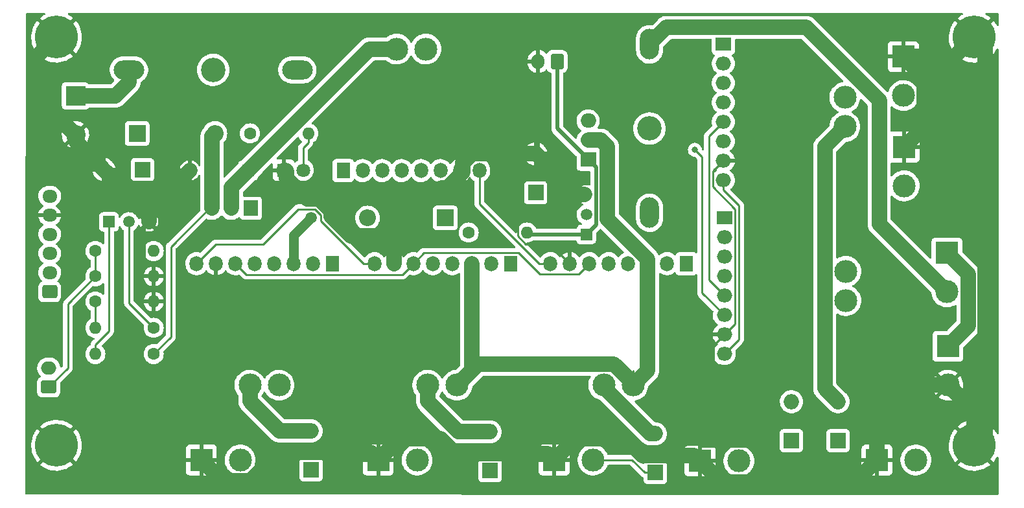
<source format=gbl>
G04 #@! TF.GenerationSoftware,KiCad,Pcbnew,(5.99.0-10988-gd8b1e827c7)*
G04 #@! TF.CreationDate,2021-11-29T13:02:15+01:00*
G04 #@! TF.ProjectId,charge_pcb,63686172-6765-45f7-9063-622e6b696361,rev?*
G04 #@! TF.SameCoordinates,Original*
G04 #@! TF.FileFunction,Copper,L2,Bot*
G04 #@! TF.FilePolarity,Positive*
%FSLAX46Y46*%
G04 Gerber Fmt 4.6, Leading zero omitted, Abs format (unit mm)*
G04 Created by KiCad (PCBNEW (5.99.0-10988-gd8b1e827c7)) date 2021-11-29 13:02:15*
%MOMM*%
%LPD*%
G01*
G04 APERTURE LIST*
G04 Aperture macros list*
%AMRoundRect*
0 Rectangle with rounded corners*
0 $1 Rounding radius*
0 $2 $3 $4 $5 $6 $7 $8 $9 X,Y pos of 4 corners*
0 Add a 4 corners polygon primitive as box body*
4,1,4,$2,$3,$4,$5,$6,$7,$8,$9,$2,$3,0*
0 Add four circle primitives for the rounded corners*
1,1,$1+$1,$2,$3*
1,1,$1+$1,$4,$5*
1,1,$1+$1,$6,$7*
1,1,$1+$1,$8,$9*
0 Add four rect primitives between the rounded corners*
20,1,$1+$1,$2,$3,$4,$5,0*
20,1,$1+$1,$4,$5,$6,$7,0*
20,1,$1+$1,$6,$7,$8,$9,0*
20,1,$1+$1,$8,$9,$2,$3,0*%
G04 Aperture macros list end*
G04 #@! TA.AperFunction,ComponentPad*
%ADD10O,2.200000X2.200000*%
G04 #@! TD*
G04 #@! TA.AperFunction,ComponentPad*
%ADD11R,2.200000X2.200000*%
G04 #@! TD*
G04 #@! TA.AperFunction,ComponentPad*
%ADD12O,2.000000X2.000000*%
G04 #@! TD*
G04 #@! TA.AperFunction,ComponentPad*
%ADD13R,2.000000X2.000000*%
G04 #@! TD*
G04 #@! TA.AperFunction,ComponentPad*
%ADD14C,3.000000*%
G04 #@! TD*
G04 #@! TA.AperFunction,ComponentPad*
%ADD15R,3.000000X3.000000*%
G04 #@! TD*
G04 #@! TA.AperFunction,ComponentPad*
%ADD16C,3.200000*%
G04 #@! TD*
G04 #@! TA.AperFunction,ComponentPad*
%ADD17O,2.499360X4.000500*%
G04 #@! TD*
G04 #@! TA.AperFunction,ComponentPad*
%ADD18O,2.000000X1.800000*%
G04 #@! TD*
G04 #@! TA.AperFunction,ComponentPad*
%ADD19O,3.000000X3.000000*%
G04 #@! TD*
G04 #@! TA.AperFunction,ComponentPad*
%ADD20R,2.000000X1.800000*%
G04 #@! TD*
G04 #@! TA.AperFunction,ComponentPad*
%ADD21O,1.800000X2.000000*%
G04 #@! TD*
G04 #@! TA.AperFunction,ComponentPad*
%ADD22R,1.800000X2.000000*%
G04 #@! TD*
G04 #@! TA.AperFunction,ComponentPad*
%ADD23O,1.950000X1.700000*%
G04 #@! TD*
G04 #@! TA.AperFunction,ComponentPad*
%ADD24RoundRect,0.250000X0.725000X-0.600000X0.725000X0.600000X-0.725000X0.600000X-0.725000X-0.600000X0*%
G04 #@! TD*
G04 #@! TA.AperFunction,ComponentPad*
%ADD25O,2.000000X1.700000*%
G04 #@! TD*
G04 #@! TA.AperFunction,ComponentPad*
%ADD26RoundRect,0.250000X0.750000X-0.600000X0.750000X0.600000X-0.750000X0.600000X-0.750000X-0.600000X0*%
G04 #@! TD*
G04 #@! TA.AperFunction,ConnectorPad*
%ADD27C,5.600000*%
G04 #@! TD*
G04 #@! TA.AperFunction,ComponentPad*
%ADD28C,3.600000*%
G04 #@! TD*
G04 #@! TA.AperFunction,ComponentPad*
%ADD29O,1.600000X1.600000*%
G04 #@! TD*
G04 #@! TA.AperFunction,ComponentPad*
%ADD30C,1.600000*%
G04 #@! TD*
G04 #@! TA.AperFunction,ComponentPad*
%ADD31O,1.905000X2.000000*%
G04 #@! TD*
G04 #@! TA.AperFunction,ComponentPad*
%ADD32R,1.905000X2.000000*%
G04 #@! TD*
G04 #@! TA.AperFunction,ComponentPad*
%ADD33O,2.000000X1.905000*%
G04 #@! TD*
G04 #@! TA.AperFunction,ComponentPad*
%ADD34R,2.000000X1.905000*%
G04 #@! TD*
G04 #@! TA.AperFunction,ComponentPad*
%ADD35O,1.700000X2.000000*%
G04 #@! TD*
G04 #@! TA.AperFunction,ComponentPad*
%ADD36RoundRect,0.250000X0.600000X0.750000X-0.600000X0.750000X-0.600000X-0.750000X0.600000X-0.750000X0*%
G04 #@! TD*
G04 #@! TA.AperFunction,ComponentPad*
%ADD37C,1.800000*%
G04 #@! TD*
G04 #@! TA.AperFunction,ComponentPad*
%ADD38R,1.800000X1.800000*%
G04 #@! TD*
G04 #@! TA.AperFunction,ComponentPad*
%ADD39R,1.500000X1.500000*%
G04 #@! TD*
G04 #@! TA.AperFunction,ComponentPad*
%ADD40C,1.500000*%
G04 #@! TD*
G04 #@! TA.AperFunction,ComponentPad*
%ADD41O,4.000500X2.499360*%
G04 #@! TD*
G04 #@! TA.AperFunction,ComponentPad*
%ADD42R,1.600000X1.600000*%
G04 #@! TD*
G04 #@! TA.AperFunction,ComponentPad*
%ADD43C,1.501140*%
G04 #@! TD*
G04 #@! TA.AperFunction,ComponentPad*
%ADD44C,2.540000*%
G04 #@! TD*
G04 #@! TA.AperFunction,ComponentPad*
%ADD45R,2.540000X2.540000*%
G04 #@! TD*
G04 #@! TA.AperFunction,ViaPad*
%ADD46C,0.800000*%
G04 #@! TD*
G04 #@! TA.AperFunction,Conductor*
%ADD47C,0.254000*%
G04 #@! TD*
G04 #@! TA.AperFunction,Conductor*
%ADD48C,2.000000*%
G04 #@! TD*
G04 #@! TA.AperFunction,Conductor*
%ADD49C,0.500000*%
G04 #@! TD*
G04 #@! TA.AperFunction,Conductor*
%ADD50C,1.250000*%
G04 #@! TD*
G04 APERTURE END LIST*
D10*
X129921000Y-88519000D03*
D11*
X140081000Y-88519000D03*
D10*
X109982000Y-77470000D03*
D11*
X99822000Y-77470000D03*
D12*
X151892000Y-80137000D03*
D13*
X151892000Y-85217000D03*
D14*
X113284000Y-120142000D03*
D15*
X108204000Y-120142000D03*
D16*
X166751000Y-76835000D03*
D17*
X166751000Y-65834260D03*
X166751000Y-87835740D03*
D12*
X185293000Y-112522000D03*
D13*
X185293000Y-117602000D03*
D12*
X167513000Y-116713000D03*
D13*
X167513000Y-121793000D03*
D12*
X145923000Y-116459000D03*
D13*
X145923000Y-121539000D03*
D12*
X122555000Y-116332000D03*
D13*
X122555000Y-121412000D03*
D18*
X176530000Y-106299000D03*
D19*
X192405000Y-95504000D03*
D18*
X176530000Y-103759000D03*
D19*
X192405000Y-99314000D03*
D18*
X176530000Y-101219000D03*
X176530000Y-98679000D03*
X176530000Y-96139000D03*
X176530000Y-93599000D03*
X176530000Y-91059000D03*
D20*
X176530000Y-88519000D03*
D21*
X153797000Y-94488000D03*
D19*
X164592000Y-110363000D03*
D21*
X156337000Y-94488000D03*
D19*
X160782000Y-110363000D03*
D21*
X158877000Y-94488000D03*
X161417000Y-94488000D03*
X163957000Y-94488000D03*
X166497000Y-94488000D03*
X169037000Y-94488000D03*
D22*
X171577000Y-94488000D03*
D21*
X130810000Y-94488000D03*
D19*
X141605000Y-110363000D03*
D21*
X133350000Y-94488000D03*
D19*
X137795000Y-110363000D03*
D21*
X135890000Y-94488000D03*
X138430000Y-94488000D03*
X140970000Y-94488000D03*
X143510000Y-94488000D03*
X146050000Y-94488000D03*
D22*
X148590000Y-94488000D03*
D21*
X107569000Y-94488000D03*
D19*
X118364000Y-110363000D03*
D21*
X110109000Y-94488000D03*
D19*
X114554000Y-110363000D03*
D21*
X112649000Y-94488000D03*
X115189000Y-94488000D03*
X117729000Y-94488000D03*
X120269000Y-94488000D03*
X122809000Y-94488000D03*
D22*
X125349000Y-94488000D03*
D18*
X176403000Y-83566000D03*
D19*
X192278000Y-72771000D03*
D18*
X176403000Y-81026000D03*
D19*
X192278000Y-76581000D03*
D18*
X176403000Y-78486000D03*
X176403000Y-75946000D03*
X176403000Y-73406000D03*
X176403000Y-70866000D03*
X176403000Y-68326000D03*
D20*
X176403000Y-65786000D03*
D14*
X199923000Y-72517000D03*
D15*
X199923000Y-67437000D03*
D14*
X200025000Y-84328000D03*
D15*
X200025000Y-79248000D03*
D14*
X201549000Y-120142000D03*
D15*
X196469000Y-120142000D03*
D14*
X178435000Y-120269000D03*
D15*
X173355000Y-120269000D03*
D14*
X159385000Y-120142000D03*
D15*
X154305000Y-120142000D03*
D14*
X136398000Y-120142000D03*
D15*
X131318000Y-120142000D03*
D23*
X88392000Y-85671000D03*
X88392000Y-88171000D03*
X88392000Y-90671000D03*
X88392000Y-93171000D03*
X88392000Y-95671000D03*
D24*
X88392000Y-98171000D03*
D25*
X88265000Y-108117000D03*
D26*
X88265000Y-110617000D03*
D12*
X191389000Y-112522000D03*
D13*
X191389000Y-117602000D03*
D21*
X144526000Y-82321400D03*
D19*
X133731000Y-66446400D03*
D21*
X141986000Y-82321400D03*
D19*
X137541000Y-66446400D03*
D21*
X139446000Y-82321400D03*
X136906000Y-82321400D03*
X134366000Y-82321400D03*
X131826000Y-82321400D03*
X129286000Y-82321400D03*
D22*
X126746000Y-82321400D03*
D27*
X209169000Y-64897000D03*
D28*
X209169000Y-64897000D03*
D27*
X89289000Y-118237000D03*
D28*
X89289000Y-118237000D03*
D27*
X209169000Y-118237000D03*
D28*
X209169000Y-118237000D03*
D27*
X89289000Y-64897000D03*
D28*
X89289000Y-64897000D03*
D29*
X101981000Y-99441000D03*
D30*
X94361000Y-99441000D03*
D14*
X205613000Y-98171000D03*
D15*
X205613000Y-93091000D03*
D14*
X205740000Y-110363000D03*
D15*
X205740000Y-105283000D03*
D31*
X109601000Y-87249000D03*
X112141000Y-87249000D03*
D32*
X114681000Y-87249000D03*
D33*
X158750000Y-75819000D03*
X158750000Y-78359000D03*
D34*
X158750000Y-80899000D03*
D29*
X101981000Y-96139000D03*
D30*
X94361000Y-96139000D03*
D35*
X152186000Y-68072000D03*
D36*
X154686000Y-68072000D03*
D37*
X121499000Y-82267000D03*
D38*
X118959000Y-82267000D03*
D29*
X122174000Y-77470000D03*
D30*
X114554000Y-77470000D03*
D29*
X150749000Y-90424000D03*
D30*
X143129000Y-90424000D03*
D29*
X101981000Y-92837000D03*
D30*
X94361000Y-92837000D03*
D29*
X94361000Y-106299000D03*
D30*
X101981000Y-106299000D03*
D29*
X94361000Y-102870000D03*
D30*
X101981000Y-102870000D03*
D39*
X158496000Y-90678000D03*
D40*
X158496000Y-85478000D03*
X158496000Y-88078000D03*
D39*
X96139000Y-89027000D03*
D40*
X101339000Y-89027000D03*
X98739000Y-89027000D03*
D16*
X109749000Y-69167000D03*
D41*
X98748260Y-69167000D03*
X120749740Y-69167000D03*
D29*
X106699000Y-82307000D03*
D42*
X114319000Y-82307000D03*
D12*
X95459000Y-82187000D03*
D13*
X100539000Y-82187000D03*
D43*
X125095000Y-88519000D03*
X122555000Y-88519000D03*
D44*
X91769000Y-77647000D03*
D45*
X91769000Y-72567000D03*
D46*
X172676600Y-79614600D03*
D47*
X149513900Y-80887900D02*
X149513900Y-90874700D01*
X149513900Y-90874700D02*
X150605900Y-91966700D01*
X150605900Y-91966700D02*
X153815700Y-91966700D01*
X153815700Y-91966700D02*
X156337000Y-94488000D01*
X151892000Y-80137000D02*
X150264800Y-80137000D01*
X150264800Y-80137000D02*
X149513900Y-80887900D01*
X141986000Y-82321400D02*
X143419500Y-80887900D01*
X143419500Y-80887900D02*
X149513900Y-80887900D01*
X153273300Y-80137000D02*
X153273300Y-80255300D01*
X153273300Y-80255300D02*
X158496000Y-85478000D01*
X151892000Y-80137000D02*
X153273300Y-80137000D01*
X173355000Y-120269000D02*
X173355000Y-118387700D01*
X175140900Y-118348300D02*
X181596300Y-118348300D01*
X181596300Y-118348300D02*
X183390000Y-120142000D01*
X183390000Y-120142000D02*
X196469000Y-120142000D01*
X173355000Y-118387700D02*
X175101500Y-118387700D01*
X175101500Y-118387700D02*
X175140900Y-118348300D01*
X175140900Y-118348300D02*
X175140900Y-105148100D01*
X175140900Y-105148100D02*
X176530000Y-103759000D01*
X133350000Y-90957400D02*
X127533400Y-90957400D01*
X127533400Y-90957400D02*
X125095000Y-88519000D01*
X141986000Y-82321400D02*
X133350000Y-90957400D01*
X133350000Y-90957400D02*
X133350000Y-94488000D01*
X125095000Y-88519000D02*
X120124300Y-83548300D01*
X120124300Y-83548300D02*
X118959000Y-83548300D01*
X100765100Y-89027000D02*
X101339000Y-89027000D01*
X95459000Y-83568300D02*
X100765100Y-88874400D01*
X100765100Y-88874400D02*
X100765100Y-89027000D01*
X100765100Y-89027000D02*
X100765100Y-93741800D01*
X100765100Y-93741800D02*
X101981000Y-94957700D01*
X101981000Y-96139000D02*
X101981000Y-94957700D01*
X88392000Y-88171000D02*
X90856300Y-88171000D01*
X90856300Y-88171000D02*
X95459000Y-83568300D01*
X95459000Y-82187000D02*
X95459000Y-83568300D01*
X101981000Y-96139000D02*
X101981000Y-99441000D01*
X118959000Y-82267000D02*
X118959000Y-83548300D01*
D48*
X86489001Y-72367001D02*
X91769000Y-77647000D01*
X86489001Y-67696999D02*
X86489001Y-72367001D01*
X89289000Y-64897000D02*
X86489001Y-67696999D01*
X91769000Y-78497000D02*
X95459000Y-82187000D01*
X91769000Y-77647000D02*
X91769000Y-78497000D01*
X101339000Y-88067000D02*
X101339000Y-89027000D01*
X95459000Y-82187000D02*
X101339000Y-88067000D01*
X101339000Y-87667000D02*
X106699000Y-82307000D01*
X101339000Y-89027000D02*
X101339000Y-87667000D01*
X209169000Y-113792000D02*
X205740000Y-110363000D01*
X209169000Y-118237000D02*
X209169000Y-113792000D01*
X205740000Y-110363000D02*
X200279000Y-110363000D01*
X196469000Y-114173000D02*
X196469000Y-120142000D01*
X200279000Y-110363000D02*
X196469000Y-114173000D01*
X176109001Y-123023001D02*
X173355000Y-120269000D01*
X193587999Y-123023001D02*
X176109001Y-123023001D01*
X196469000Y-120142000D02*
X193587999Y-123023001D01*
X157059001Y-117387999D02*
X154305000Y-120142000D01*
X163679742Y-117387999D02*
X157059001Y-117387999D01*
X165830742Y-119538999D02*
X163679742Y-117387999D01*
X172624999Y-119538999D02*
X165830742Y-119538999D01*
X173355000Y-120269000D02*
X172624999Y-119538999D01*
X110958001Y-122896001D02*
X108204000Y-120142000D01*
X114605921Y-122896001D02*
X110958001Y-122896001D01*
X118343923Y-119157999D02*
X114605921Y-122896001D01*
X130333999Y-119157999D02*
X118343923Y-119157999D01*
X131318000Y-120142000D02*
X130333999Y-119157999D01*
X206629000Y-67437000D02*
X209169000Y-64897000D01*
X199923000Y-67437000D02*
X206629000Y-67437000D01*
X202677001Y-76595999D02*
X200025000Y-79248000D01*
X202677001Y-70191001D02*
X202677001Y-76595999D01*
X199923000Y-67437000D02*
X202677001Y-70191001D01*
X151822390Y-80067390D02*
X151892000Y-80137000D01*
X143633780Y-80067390D02*
X151822390Y-80067390D01*
X142371990Y-81329180D02*
X143633780Y-80067390D01*
X142371990Y-82541640D02*
X142371990Y-81329180D01*
X140338220Y-84575410D02*
X142371990Y-82541640D01*
X139567388Y-84575410D02*
X140338220Y-84575410D01*
X133350000Y-90792798D02*
X139567388Y-84575410D01*
X133350000Y-94488000D02*
X133350000Y-90792798D01*
X119344999Y-82387999D02*
X119224000Y-82267000D01*
X119344999Y-83300921D02*
X119344999Y-82387999D01*
X119224000Y-82267000D02*
X118959000Y-82267000D01*
X123602332Y-85999490D02*
X122043568Y-85999490D01*
X125206009Y-87603167D02*
X123602332Y-85999490D01*
X125206009Y-88338567D02*
X125206009Y-87603167D01*
X127740443Y-90873001D02*
X125206009Y-88338567D01*
X122043568Y-85999490D02*
X119344999Y-83300921D01*
X133269797Y-90873001D02*
X127740443Y-90873001D01*
X133350000Y-90792798D02*
X133269797Y-90873001D01*
X157233000Y-85478000D02*
X158258890Y-85478000D01*
X151892000Y-80137000D02*
X157233000Y-85478000D01*
D49*
X152186000Y-79843000D02*
X151892000Y-80137000D01*
X152186000Y-68072000D02*
X152186000Y-79843000D01*
D47*
X175021990Y-82407010D02*
X176403000Y-81026000D01*
X177953500Y-87356698D02*
X175021990Y-84425188D01*
X177953500Y-102335500D02*
X177953500Y-87356698D01*
X175021990Y-84425188D02*
X175021990Y-82407010D01*
X176530000Y-103759000D02*
X177953500Y-102335500D01*
D48*
X153447999Y-119284999D02*
X154305000Y-120142000D01*
X141408029Y-119284999D02*
X153447999Y-119284999D01*
X139511029Y-117387999D02*
X141408029Y-119284999D01*
X134072001Y-117387999D02*
X139511029Y-117387999D01*
X131318000Y-120142000D02*
X134072001Y-117387999D01*
X210621011Y-116784989D02*
X209169000Y-118237000D01*
X210621011Y-66349011D02*
X210621011Y-116784989D01*
X209169000Y-64897000D02*
X210621011Y-66349011D01*
D47*
X98748300Y-69167000D02*
X98748300Y-70798000D01*
D48*
X91769000Y-72567000D02*
X96979300Y-72567000D01*
D47*
X96979300Y-72567000D02*
X98748300Y-70798000D01*
D48*
X96979300Y-72567000D02*
X96979300Y-72565700D01*
X98748260Y-70796740D02*
X98748260Y-69167000D01*
X96979300Y-72565700D02*
X98748260Y-70796740D01*
D47*
X109601000Y-86887700D02*
X104228600Y-92260100D01*
X104228600Y-92260100D02*
X104228600Y-104051400D01*
X104228600Y-104051400D02*
X101981000Y-106299000D01*
X109601000Y-86558300D02*
X109601000Y-85867700D01*
X109601000Y-87249000D02*
X109601000Y-86887700D01*
X109601000Y-86558300D02*
X109601000Y-86887700D01*
X109982000Y-77470000D02*
X109982000Y-85486700D01*
X109982000Y-85486700D02*
X109601000Y-85867700D01*
D48*
X109601000Y-77851000D02*
X109601000Y-87249000D01*
X109982000Y-77470000D02*
X109601000Y-77851000D01*
X112141000Y-84485000D02*
X112141000Y-87249000D01*
X114319000Y-82307000D02*
X112141000Y-84485000D01*
X130157678Y-66446400D02*
X133731000Y-66446400D01*
X114319000Y-82285078D02*
X130157678Y-66446400D01*
X114319000Y-82307000D02*
X114319000Y-82285078D01*
X196762590Y-89320590D02*
X205613000Y-98171000D01*
X196762590Y-73179668D02*
X196762590Y-89320590D01*
X187214921Y-63631999D02*
X196762590Y-73179668D01*
X168953261Y-63631999D02*
X187214921Y-63631999D01*
X166751000Y-65834260D02*
X168953261Y-63631999D01*
D47*
X94361000Y-102870000D02*
X94361000Y-99441000D01*
X94361000Y-96139000D02*
X90793000Y-99707000D01*
X90793000Y-99707000D02*
X90793000Y-108089000D01*
X90793000Y-108089000D02*
X88265000Y-110617000D01*
X94361000Y-96139000D02*
X94361000Y-92837000D01*
D48*
X208367001Y-102655999D02*
X205740000Y-105283000D01*
X208367001Y-95845001D02*
X208367001Y-102655999D01*
X205613000Y-93091000D02*
X208367001Y-95845001D01*
D47*
X94361000Y-106299000D02*
X94361000Y-105117700D01*
X96139000Y-89027000D02*
X96139000Y-103339700D01*
X96139000Y-103339700D02*
X94361000Y-105117700D01*
X98739000Y-89027000D02*
X98739000Y-99628000D01*
X98739000Y-99628000D02*
X101981000Y-102870000D01*
X144526000Y-82321400D02*
X144526000Y-86678000D01*
X144526000Y-86678000D02*
X152336000Y-94488000D01*
X152336000Y-94488000D02*
X152515700Y-94488000D01*
X130810000Y-94488000D02*
X129402400Y-94488000D01*
X129402400Y-94488000D02*
X123825000Y-88910600D01*
X123825000Y-88910600D02*
X123825000Y-88175200D01*
X123825000Y-88175200D02*
X123030300Y-87380500D01*
X123030300Y-87380500D02*
X120870200Y-87380500D01*
X120870200Y-87380500D02*
X116259000Y-91991700D01*
X116259000Y-91991700D02*
X110065300Y-91991700D01*
X110065300Y-91991700D02*
X107569000Y-94488000D01*
X176530000Y-106299000D02*
X178461800Y-104367200D01*
X178461800Y-104367200D02*
X178461800Y-86906100D01*
X178461800Y-86906100D02*
X176403000Y-84847300D01*
X176403000Y-83566000D02*
X176403000Y-84847300D01*
X153797000Y-94488000D02*
X152515700Y-94488000D01*
X122174000Y-77470000D02*
X122174000Y-78651300D01*
X121499000Y-82267000D02*
X121499000Y-79326300D01*
X121499000Y-79326300D02*
X122174000Y-78651300D01*
D49*
X159762900Y-81911900D02*
X158750000Y-80899000D01*
X159762900Y-89411100D02*
X159762900Y-81911900D01*
X158496000Y-90678000D02*
X159762900Y-89411100D01*
X151003000Y-90678000D02*
X150749000Y-90424000D01*
X158496000Y-90678000D02*
X151003000Y-90678000D01*
X154686000Y-76835000D02*
X158750000Y-80899000D01*
X154686000Y-68072000D02*
X154686000Y-76835000D01*
D48*
X141769680Y-116459000D02*
X145923000Y-116459000D01*
X137795000Y-112484320D02*
X141769680Y-116459000D01*
X137795000Y-110363000D02*
X137795000Y-112484320D01*
D47*
X164592000Y-110363000D02*
X164592000Y-108481700D01*
D48*
X143510000Y-108458000D02*
X143510000Y-94488000D01*
X141605000Y-110363000D02*
X143510000Y-108458000D01*
X164592000Y-110097078D02*
X164592000Y-110363000D01*
X162103921Y-107608999D02*
X164592000Y-110097078D01*
X144359001Y-107608999D02*
X162103921Y-107608999D01*
X141605000Y-110363000D02*
X144359001Y-107608999D01*
X166497000Y-108458000D02*
X166497000Y-94488000D01*
X164592000Y-110363000D02*
X166497000Y-108458000D01*
X161266910Y-79206208D02*
X160419702Y-78359000D01*
X161266910Y-88651680D02*
X161266910Y-79206208D01*
X160419702Y-78359000D02*
X158750000Y-78359000D01*
X166497000Y-93881770D02*
X161266910Y-88651680D01*
X166497000Y-94488000D02*
X166497000Y-93881770D01*
D50*
X120269000Y-90805000D02*
X120269000Y-94488000D01*
X122555000Y-88519000D02*
X120269000Y-90805000D01*
D48*
X189650999Y-110783999D02*
X191389000Y-112522000D01*
X189650999Y-79208001D02*
X189650999Y-110783999D01*
X192278000Y-76581000D02*
X189650999Y-79208001D01*
X118401680Y-116332000D02*
X122555000Y-116332000D01*
X114554000Y-112484320D02*
X118401680Y-116332000D01*
X114554000Y-110363000D02*
X114554000Y-112484320D01*
D47*
X173620300Y-98309300D02*
X176530000Y-101219000D01*
X173620300Y-80558300D02*
X172676600Y-79614600D01*
X173620300Y-98309300D02*
X173620300Y-80558300D01*
X176403000Y-75946000D02*
X174491600Y-77857400D01*
X174491600Y-77857400D02*
X174491600Y-96640600D01*
X174491600Y-96640600D02*
X176530000Y-98679000D01*
X112649000Y-94488000D02*
X114063500Y-95902500D01*
X114063500Y-95902500D02*
X134475500Y-95902500D01*
X134475500Y-95902500D02*
X135890000Y-94488000D01*
X135890000Y-94488000D02*
X137280200Y-93097800D01*
X137280200Y-93097800D02*
X149639700Y-93097800D01*
X149639700Y-93097800D02*
X152434600Y-95892700D01*
X152434600Y-95892700D02*
X157472300Y-95892700D01*
X157472300Y-95892700D02*
X158877000Y-94488000D01*
D48*
X166866078Y-116713000D02*
X167513000Y-116713000D01*
X160782000Y-110628922D02*
X166866078Y-116713000D01*
X160782000Y-110363000D02*
X160782000Y-110628922D01*
D47*
X167513000Y-121793000D02*
X166131700Y-121793000D01*
X159385000Y-120142000D02*
X164480700Y-120142000D01*
X164480700Y-120142000D02*
X166131700Y-121793000D01*
G04 #@! TA.AperFunction,Conductor*
G36*
X87770442Y-61745002D02*
G01*
X87816935Y-61798658D01*
X87827039Y-61868932D01*
X87797545Y-61933512D01*
X87758640Y-61963713D01*
X87650632Y-62017681D01*
X87644647Y-62021095D01*
X87344574Y-62214850D01*
X87338980Y-62218914D01*
X87149704Y-62373010D01*
X87141241Y-62385329D01*
X87147544Y-62396333D01*
X88380380Y-63629170D01*
X89276190Y-64524980D01*
X89290131Y-64532592D01*
X89291966Y-64532461D01*
X89298580Y-64528210D01*
X91430436Y-62396353D01*
X91438050Y-62382409D01*
X91438014Y-62381894D01*
X91432379Y-62373494D01*
X91403334Y-62346646D01*
X91397994Y-62342228D01*
X91110706Y-62130033D01*
X91104916Y-62126229D01*
X90818653Y-61959954D01*
X90769795Y-61908443D01*
X90756541Y-61838694D01*
X90783101Y-61772853D01*
X90841040Y-61731822D01*
X90881939Y-61725000D01*
X207582321Y-61725000D01*
X207650442Y-61745002D01*
X207696935Y-61798658D01*
X207707039Y-61868932D01*
X207677545Y-61933512D01*
X207638640Y-61963713D01*
X207530632Y-62017681D01*
X207524647Y-62021095D01*
X207224574Y-62214850D01*
X207218980Y-62218914D01*
X207029704Y-62373010D01*
X207021241Y-62385329D01*
X207027544Y-62396333D01*
X208260380Y-63629170D01*
X209156190Y-64524980D01*
X209170131Y-64532592D01*
X209171966Y-64532461D01*
X209178580Y-64528210D01*
X211310436Y-62396353D01*
X211318050Y-62382409D01*
X211318014Y-62381894D01*
X211312379Y-62373494D01*
X211283334Y-62346646D01*
X211277994Y-62342228D01*
X210990706Y-62130033D01*
X210984916Y-62126229D01*
X210698653Y-61959954D01*
X210649795Y-61908443D01*
X210636541Y-61838694D01*
X210663101Y-61772853D01*
X210721040Y-61731822D01*
X210761939Y-61725000D01*
X212218000Y-61725000D01*
X212286121Y-61745002D01*
X212332614Y-61798658D01*
X212344000Y-61851000D01*
X212344000Y-63316140D01*
X212323998Y-63384261D01*
X212270342Y-63430754D01*
X212200068Y-63440858D01*
X212135488Y-63411364D01*
X212107112Y-63375972D01*
X211995443Y-63169012D01*
X211991828Y-63163113D01*
X211788756Y-62869293D01*
X211784504Y-62863812D01*
X211692723Y-62758044D01*
X211679616Y-62749633D01*
X211669673Y-62755538D01*
X209541020Y-64884190D01*
X209533408Y-64898131D01*
X209533539Y-64899966D01*
X209537790Y-64906580D01*
X211668554Y-67037343D01*
X211682492Y-67044954D01*
X211691573Y-67038759D01*
X211752264Y-66970999D01*
X211756572Y-66965622D01*
X211964250Y-66675004D01*
X211967945Y-66669181D01*
X212108065Y-66418979D01*
X212158802Y-66369317D01*
X212228334Y-66354970D01*
X212294585Y-66380491D01*
X212336520Y-66437779D01*
X212344000Y-66480545D01*
X212344000Y-116656140D01*
X212323998Y-116724261D01*
X212270342Y-116770754D01*
X212200068Y-116780858D01*
X212135488Y-116751364D01*
X212107112Y-116715972D01*
X211995443Y-116509012D01*
X211991828Y-116503113D01*
X211788756Y-116209293D01*
X211784504Y-116203812D01*
X211692723Y-116098044D01*
X211679616Y-116089633D01*
X211669673Y-116095538D01*
X209541020Y-118224190D01*
X209533408Y-118238131D01*
X209533539Y-118239966D01*
X209537790Y-118246580D01*
X211668554Y-120377343D01*
X211682492Y-120384954D01*
X211691573Y-120378759D01*
X211752264Y-120310999D01*
X211756572Y-120305622D01*
X211964253Y-120015000D01*
X211967945Y-120009181D01*
X212108065Y-119758979D01*
X212158802Y-119709317D01*
X212228334Y-119694970D01*
X212294585Y-119720491D01*
X212336520Y-119777779D01*
X212344000Y-119820545D01*
X212344000Y-124583000D01*
X212323998Y-124651121D01*
X212270342Y-124697614D01*
X212218000Y-124709000D01*
X199915600Y-124709000D01*
X85342950Y-124663280D01*
X85274837Y-124643251D01*
X85228365Y-124589577D01*
X85217000Y-124537280D01*
X85217000Y-120749500D01*
X87141794Y-120749500D01*
X87148780Y-120759404D01*
X87297148Y-120884119D01*
X87302696Y-120888285D01*
X87599665Y-121086713D01*
X87605620Y-121090235D01*
X87922586Y-121254886D01*
X87928874Y-121257725D01*
X88261994Y-121386599D01*
X88268580Y-121388739D01*
X88613821Y-121480278D01*
X88620588Y-121481679D01*
X88973798Y-121534783D01*
X88980678Y-121535433D01*
X89337583Y-121549455D01*
X89344491Y-121549347D01*
X89700771Y-121524121D01*
X89707635Y-121523254D01*
X90058995Y-121459085D01*
X90065727Y-121457468D01*
X90407919Y-121355131D01*
X90414432Y-121352786D01*
X90743317Y-121213520D01*
X90749545Y-121210470D01*
X91061181Y-121035945D01*
X91067004Y-121032250D01*
X91357622Y-120824572D01*
X91362999Y-120820264D01*
X91428661Y-120761452D01*
X91437024Y-120747957D01*
X91431335Y-120738546D01*
X91102337Y-120409548D01*
X106191000Y-120409548D01*
X106191000Y-121639743D01*
X106191161Y-121644250D01*
X106195740Y-121708269D01*
X106198126Y-121721491D01*
X106234819Y-121846458D01*
X106242233Y-121862692D01*
X106311426Y-121970360D01*
X106323112Y-121983847D01*
X106419840Y-122067662D01*
X106434848Y-122077307D01*
X106551275Y-122130477D01*
X106568388Y-122135502D01*
X106699554Y-122154361D01*
X106708495Y-122155000D01*
X107931885Y-122155000D01*
X107947124Y-122150525D01*
X107948329Y-122149135D01*
X107950000Y-122141452D01*
X107950000Y-120414115D01*
X107948659Y-120409548D01*
X108458000Y-120409548D01*
X108458000Y-122136885D01*
X108462475Y-122152124D01*
X108463865Y-122153329D01*
X108471548Y-122155000D01*
X109701743Y-122155000D01*
X109706250Y-122154839D01*
X109770269Y-122150260D01*
X109783491Y-122147874D01*
X109908458Y-122111181D01*
X109924692Y-122103767D01*
X110032360Y-122034574D01*
X110045847Y-122022888D01*
X110129662Y-121926160D01*
X110139307Y-121911152D01*
X110192477Y-121794725D01*
X110197502Y-121777612D01*
X110216361Y-121646446D01*
X110217000Y-121637503D01*
X110217000Y-120414115D01*
X110212525Y-120398876D01*
X110211135Y-120397671D01*
X110203452Y-120396000D01*
X108476115Y-120396000D01*
X108460876Y-120400475D01*
X108459671Y-120401865D01*
X108458000Y-120409548D01*
X107948659Y-120409548D01*
X107945525Y-120398876D01*
X107944135Y-120397671D01*
X107936452Y-120396000D01*
X106209115Y-120396000D01*
X106193876Y-120400475D01*
X106192671Y-120401865D01*
X106191000Y-120409548D01*
X91102337Y-120409548D01*
X89301810Y-118609020D01*
X89287869Y-118601408D01*
X89286034Y-118601539D01*
X89279420Y-118605790D01*
X87149111Y-120736100D01*
X87141794Y-120749500D01*
X85217000Y-120749500D01*
X85217000Y-118389604D01*
X85979705Y-118389604D01*
X85980030Y-118396504D01*
X86016436Y-118751823D01*
X86017518Y-118758651D01*
X86092695Y-119107838D01*
X86094513Y-119114483D01*
X86207553Y-119453307D01*
X86210105Y-119459750D01*
X86359636Y-119784109D01*
X86362870Y-119790217D01*
X86547092Y-120096208D01*
X86550986Y-120101939D01*
X86764373Y-120381543D01*
X86775125Y-120387746D01*
X86776174Y-120387696D01*
X86783984Y-120382805D01*
X88916980Y-118249810D01*
X88923357Y-118238131D01*
X89653408Y-118238131D01*
X89653539Y-118239966D01*
X89657790Y-118246580D01*
X91788554Y-120377343D01*
X91802492Y-120384954D01*
X91811573Y-120378759D01*
X91872264Y-120310999D01*
X91876572Y-120305622D01*
X92084253Y-120015000D01*
X92087945Y-120009181D01*
X92092221Y-120001545D01*
X111275405Y-120001545D01*
X111275405Y-120282455D01*
X111290196Y-120387696D01*
X111309616Y-120525876D01*
X111314500Y-120560630D01*
X111391929Y-120830658D01*
X111506185Y-121087281D01*
X111655044Y-121325506D01*
X111657868Y-121328872D01*
X111657872Y-121328877D01*
X111744982Y-121432690D01*
X111835609Y-121540695D01*
X112044366Y-121728660D01*
X112107508Y-121771250D01*
X112273605Y-121883284D01*
X112273611Y-121883287D01*
X112277250Y-121885742D01*
X112351026Y-121921725D01*
X112525772Y-122006955D01*
X112525777Y-122006957D01*
X112529730Y-122008885D01*
X112796890Y-122095690D01*
X112882849Y-122110847D01*
X113069203Y-122143707D01*
X113069208Y-122143707D01*
X113073532Y-122144470D01*
X113077922Y-122144623D01*
X113077929Y-122144624D01*
X113349876Y-122154120D01*
X113349882Y-122154120D01*
X113354270Y-122154273D01*
X113358636Y-122153814D01*
X113358639Y-122153814D01*
X113629268Y-122125370D01*
X113629273Y-122125369D01*
X113633641Y-122124910D01*
X113769923Y-122090931D01*
X113901935Y-122058017D01*
X113901937Y-122058016D01*
X113906206Y-122056952D01*
X113990518Y-122022888D01*
X114162570Y-121953375D01*
X114162576Y-121953372D01*
X114166660Y-121951722D01*
X114170475Y-121949520D01*
X114170480Y-121949517D01*
X114333044Y-121855660D01*
X114409935Y-121811267D01*
X114541766Y-121708269D01*
X114627826Y-121641032D01*
X114627830Y-121641028D01*
X114631294Y-121638322D01*
X114703788Y-121563253D01*
X114823372Y-121439420D01*
X114823374Y-121439417D01*
X114826430Y-121436253D01*
X114885369Y-121355131D01*
X114988956Y-121212556D01*
X114988958Y-121212552D01*
X114991545Y-121208992D01*
X114993611Y-121205106D01*
X114993615Y-121205100D01*
X115121353Y-120964860D01*
X115121356Y-120964854D01*
X115123424Y-120960964D01*
X115169391Y-120834672D01*
X115217996Y-120701129D01*
X115217997Y-120701125D01*
X115219500Y-120696996D01*
X115277905Y-120422225D01*
X115278463Y-120414257D01*
X115278621Y-120412000D01*
X121041500Y-120412000D01*
X121041500Y-122412000D01*
X121046727Y-122485079D01*
X121061239Y-122534503D01*
X121082039Y-122605340D01*
X121087904Y-122625316D01*
X121092775Y-122632895D01*
X121162051Y-122740691D01*
X121162053Y-122740694D01*
X121166923Y-122748271D01*
X121173733Y-122754172D01*
X121270569Y-122838082D01*
X121270572Y-122838084D01*
X121277381Y-122843984D01*
X121410330Y-122904700D01*
X121419245Y-122905982D01*
X121419246Y-122905982D01*
X121550552Y-122924861D01*
X121550559Y-122924862D01*
X121555000Y-122925500D01*
X123555000Y-122925500D01*
X123628079Y-122920273D01*
X123706165Y-122897345D01*
X123759670Y-122881635D01*
X123759672Y-122881634D01*
X123768316Y-122879096D01*
X123854932Y-122823431D01*
X123883691Y-122804949D01*
X123883694Y-122804947D01*
X123891271Y-122800077D01*
X123931048Y-122754172D01*
X123981082Y-122696431D01*
X123981084Y-122696428D01*
X123986984Y-122689619D01*
X124020299Y-122616670D01*
X124043958Y-122564864D01*
X124043958Y-122564863D01*
X124047700Y-122556670D01*
X124058962Y-122478340D01*
X124067861Y-122416448D01*
X124067862Y-122416441D01*
X124068500Y-122412000D01*
X124068500Y-120412000D01*
X124068325Y-120409548D01*
X129305000Y-120409548D01*
X129305000Y-121639743D01*
X129305161Y-121644250D01*
X129309740Y-121708269D01*
X129312126Y-121721491D01*
X129348819Y-121846458D01*
X129356233Y-121862692D01*
X129425426Y-121970360D01*
X129437112Y-121983847D01*
X129533840Y-122067662D01*
X129548848Y-122077307D01*
X129665275Y-122130477D01*
X129682388Y-122135502D01*
X129813554Y-122154361D01*
X129822495Y-122155000D01*
X131045885Y-122155000D01*
X131061124Y-122150525D01*
X131062329Y-122149135D01*
X131064000Y-122141452D01*
X131064000Y-120414115D01*
X131062659Y-120409548D01*
X131572000Y-120409548D01*
X131572000Y-122136885D01*
X131576475Y-122152124D01*
X131577865Y-122153329D01*
X131585548Y-122155000D01*
X132815743Y-122155000D01*
X132820250Y-122154839D01*
X132884269Y-122150260D01*
X132897491Y-122147874D01*
X133022458Y-122111181D01*
X133038692Y-122103767D01*
X133146360Y-122034574D01*
X133159847Y-122022888D01*
X133243662Y-121926160D01*
X133253307Y-121911152D01*
X133306477Y-121794725D01*
X133311502Y-121777612D01*
X133330361Y-121646446D01*
X133331000Y-121637503D01*
X133331000Y-120414115D01*
X133326525Y-120398876D01*
X133325135Y-120397671D01*
X133317452Y-120396000D01*
X131590115Y-120396000D01*
X131574876Y-120400475D01*
X131573671Y-120401865D01*
X131572000Y-120409548D01*
X131062659Y-120409548D01*
X131059525Y-120398876D01*
X131058135Y-120397671D01*
X131050452Y-120396000D01*
X129323115Y-120396000D01*
X129307876Y-120400475D01*
X129306671Y-120401865D01*
X129305000Y-120409548D01*
X124068325Y-120409548D01*
X124063273Y-120338921D01*
X124038505Y-120254569D01*
X124024635Y-120207330D01*
X124024634Y-120207328D01*
X124022096Y-120198684D01*
X123991402Y-120150923D01*
X123947949Y-120083309D01*
X123947947Y-120083306D01*
X123943077Y-120075729D01*
X123913433Y-120050042D01*
X123857465Y-120001545D01*
X134389405Y-120001545D01*
X134389405Y-120282455D01*
X134404196Y-120387696D01*
X134423616Y-120525876D01*
X134428500Y-120560630D01*
X134505929Y-120830658D01*
X134620185Y-121087281D01*
X134769044Y-121325506D01*
X134771868Y-121328872D01*
X134771872Y-121328877D01*
X134858982Y-121432690D01*
X134949609Y-121540695D01*
X135158366Y-121728660D01*
X135221508Y-121771250D01*
X135387605Y-121883284D01*
X135387611Y-121883287D01*
X135391250Y-121885742D01*
X135465026Y-121921725D01*
X135639772Y-122006955D01*
X135639777Y-122006957D01*
X135643730Y-122008885D01*
X135910890Y-122095690D01*
X135996849Y-122110847D01*
X136183203Y-122143707D01*
X136183208Y-122143707D01*
X136187532Y-122144470D01*
X136191922Y-122144623D01*
X136191929Y-122144624D01*
X136463876Y-122154120D01*
X136463882Y-122154120D01*
X136468270Y-122154273D01*
X136472636Y-122153814D01*
X136472639Y-122153814D01*
X136743268Y-122125370D01*
X136743273Y-122125369D01*
X136747641Y-122124910D01*
X136883923Y-122090931D01*
X137015935Y-122058017D01*
X137015937Y-122058016D01*
X137020206Y-122056952D01*
X137104518Y-122022888D01*
X137276570Y-121953375D01*
X137276576Y-121953372D01*
X137280660Y-121951722D01*
X137284475Y-121949520D01*
X137284480Y-121949517D01*
X137447044Y-121855660D01*
X137523935Y-121811267D01*
X137655766Y-121708269D01*
X137741826Y-121641032D01*
X137741830Y-121641028D01*
X137745294Y-121638322D01*
X137817788Y-121563253D01*
X137937372Y-121439420D01*
X137937374Y-121439417D01*
X137940430Y-121436253D01*
X137999369Y-121355131D01*
X138102956Y-121212556D01*
X138102958Y-121212552D01*
X138105545Y-121208992D01*
X138107611Y-121205106D01*
X138107615Y-121205100D01*
X138235353Y-120964860D01*
X138235356Y-120964854D01*
X138237424Y-120960964D01*
X138283391Y-120834672D01*
X138331996Y-120701129D01*
X138331997Y-120701125D01*
X138333500Y-120696996D01*
X138367083Y-120539000D01*
X144409500Y-120539000D01*
X144409500Y-122539000D01*
X144414727Y-122612079D01*
X144416631Y-122618562D01*
X144452491Y-122740691D01*
X144455904Y-122752316D01*
X144460775Y-122759895D01*
X144530051Y-122867691D01*
X144530053Y-122867694D01*
X144534923Y-122875271D01*
X144541733Y-122881172D01*
X144638569Y-122965082D01*
X144638572Y-122965084D01*
X144645381Y-122970984D01*
X144653579Y-122974728D01*
X144739343Y-123013895D01*
X144778330Y-123031700D01*
X144787245Y-123032982D01*
X144787246Y-123032982D01*
X144918552Y-123051861D01*
X144918559Y-123051862D01*
X144923000Y-123052500D01*
X146923000Y-123052500D01*
X146996079Y-123047273D01*
X147074165Y-123024345D01*
X147127670Y-123008635D01*
X147127672Y-123008634D01*
X147136316Y-123006096D01*
X147200135Y-122965082D01*
X147251691Y-122931949D01*
X147251694Y-122931947D01*
X147259271Y-122927077D01*
X147278661Y-122904700D01*
X147349082Y-122823431D01*
X147349084Y-122823428D01*
X147354984Y-122816619D01*
X147365649Y-122793267D01*
X147411958Y-122691864D01*
X147411958Y-122691863D01*
X147415700Y-122683670D01*
X147426962Y-122605340D01*
X147435861Y-122543448D01*
X147435862Y-122543441D01*
X147436500Y-122539000D01*
X147436500Y-120539000D01*
X147431273Y-120465921D01*
X147414721Y-120409548D01*
X152292000Y-120409548D01*
X152292000Y-121639743D01*
X152292161Y-121644250D01*
X152296740Y-121708269D01*
X152299126Y-121721491D01*
X152335819Y-121846458D01*
X152343233Y-121862692D01*
X152412426Y-121970360D01*
X152424112Y-121983847D01*
X152520840Y-122067662D01*
X152535848Y-122077307D01*
X152652275Y-122130477D01*
X152669388Y-122135502D01*
X152800554Y-122154361D01*
X152809495Y-122155000D01*
X154032885Y-122155000D01*
X154048124Y-122150525D01*
X154049329Y-122149135D01*
X154051000Y-122141452D01*
X154051000Y-120414115D01*
X154049659Y-120409548D01*
X154559000Y-120409548D01*
X154559000Y-122136885D01*
X154563475Y-122152124D01*
X154564865Y-122153329D01*
X154572548Y-122155000D01*
X155802743Y-122155000D01*
X155807250Y-122154839D01*
X155871269Y-122150260D01*
X155884491Y-122147874D01*
X156009458Y-122111181D01*
X156025692Y-122103767D01*
X156133360Y-122034574D01*
X156146847Y-122022888D01*
X156230662Y-121926160D01*
X156240307Y-121911152D01*
X156293477Y-121794725D01*
X156298502Y-121777612D01*
X156317361Y-121646446D01*
X156318000Y-121637503D01*
X156318000Y-120414115D01*
X156313525Y-120398876D01*
X156312135Y-120397671D01*
X156304452Y-120396000D01*
X154577115Y-120396000D01*
X154561876Y-120400475D01*
X154560671Y-120401865D01*
X154559000Y-120409548D01*
X154049659Y-120409548D01*
X154046525Y-120398876D01*
X154045135Y-120397671D01*
X154037452Y-120396000D01*
X152310115Y-120396000D01*
X152294876Y-120400475D01*
X152293671Y-120401865D01*
X152292000Y-120409548D01*
X147414721Y-120409548D01*
X147399371Y-120357272D01*
X147392635Y-120334330D01*
X147392634Y-120334328D01*
X147390096Y-120325684D01*
X147358324Y-120276246D01*
X147315949Y-120210309D01*
X147315947Y-120210306D01*
X147311077Y-120202729D01*
X147297662Y-120191105D01*
X147207431Y-120112918D01*
X147207428Y-120112916D01*
X147200619Y-120107016D01*
X147067670Y-120046300D01*
X147058755Y-120045018D01*
X147058754Y-120045018D01*
X146927448Y-120026139D01*
X146927441Y-120026138D01*
X146923000Y-120025500D01*
X144923000Y-120025500D01*
X144849921Y-120030727D01*
X144796884Y-120046300D01*
X144718330Y-120069365D01*
X144718328Y-120069366D01*
X144709684Y-120071904D01*
X144702105Y-120076775D01*
X144594309Y-120146051D01*
X144594306Y-120146053D01*
X144586729Y-120150923D01*
X144580828Y-120157733D01*
X144496918Y-120254569D01*
X144496916Y-120254572D01*
X144491016Y-120261381D01*
X144487272Y-120269579D01*
X144455605Y-120338921D01*
X144430300Y-120394330D01*
X144429018Y-120403245D01*
X144429018Y-120403246D01*
X144410139Y-120534552D01*
X144410138Y-120534559D01*
X144409500Y-120539000D01*
X138367083Y-120539000D01*
X138391905Y-120422225D01*
X138392463Y-120414257D01*
X138411193Y-120146390D01*
X138411500Y-120142000D01*
X138406866Y-120075729D01*
X138401679Y-120001545D01*
X157376405Y-120001545D01*
X157376405Y-120282455D01*
X157391196Y-120387696D01*
X157410616Y-120525876D01*
X157415500Y-120560630D01*
X157492929Y-120830658D01*
X157607185Y-121087281D01*
X157756044Y-121325506D01*
X157758868Y-121328872D01*
X157758872Y-121328877D01*
X157845982Y-121432690D01*
X157936609Y-121540695D01*
X158145366Y-121728660D01*
X158208508Y-121771250D01*
X158374605Y-121883284D01*
X158374611Y-121883287D01*
X158378250Y-121885742D01*
X158452026Y-121921725D01*
X158626772Y-122006955D01*
X158626777Y-122006957D01*
X158630730Y-122008885D01*
X158897890Y-122095690D01*
X158983849Y-122110847D01*
X159170203Y-122143707D01*
X159170208Y-122143707D01*
X159174532Y-122144470D01*
X159178922Y-122144623D01*
X159178929Y-122144624D01*
X159450876Y-122154120D01*
X159450882Y-122154120D01*
X159455270Y-122154273D01*
X159459636Y-122153814D01*
X159459639Y-122153814D01*
X159730268Y-122125370D01*
X159730273Y-122125369D01*
X159734641Y-122124910D01*
X159870923Y-122090931D01*
X160002935Y-122058017D01*
X160002937Y-122058016D01*
X160007206Y-122056952D01*
X160091518Y-122022888D01*
X160263570Y-121953375D01*
X160263576Y-121953372D01*
X160267660Y-121951722D01*
X160271475Y-121949520D01*
X160271480Y-121949517D01*
X160434044Y-121855660D01*
X160510935Y-121811267D01*
X160642766Y-121708269D01*
X160728826Y-121641032D01*
X160728830Y-121641028D01*
X160732294Y-121638322D01*
X160804788Y-121563253D01*
X160924372Y-121439420D01*
X160924374Y-121439417D01*
X160927430Y-121436253D01*
X160986369Y-121355131D01*
X161089956Y-121212556D01*
X161089958Y-121212552D01*
X161092545Y-121208992D01*
X161094611Y-121205106D01*
X161094615Y-121205100D01*
X161222353Y-120964860D01*
X161222356Y-120964854D01*
X161224424Y-120960964D01*
X161261024Y-120860406D01*
X161303118Y-120803234D01*
X161369439Y-120777896D01*
X161379425Y-120777500D01*
X164165277Y-120777500D01*
X164233398Y-120797502D01*
X164254372Y-120814405D01*
X165626830Y-122186863D01*
X165634141Y-122194896D01*
X165638186Y-122201270D01*
X165677493Y-122238181D01*
X165686819Y-122246939D01*
X165689661Y-122249694D01*
X165710321Y-122270354D01*
X165713447Y-122272779D01*
X165713454Y-122272785D01*
X165713856Y-122273096D01*
X165722883Y-122280806D01*
X165755224Y-122311175D01*
X165773054Y-122320977D01*
X165789576Y-122331830D01*
X165805659Y-122344306D01*
X165846382Y-122361928D01*
X165857030Y-122367144D01*
X165895916Y-122388522D01*
X165903588Y-122390492D01*
X165903591Y-122390493D01*
X165904835Y-122390812D01*
X165905704Y-122391329D01*
X165910969Y-122393414D01*
X165910633Y-122394263D01*
X165965841Y-122427127D01*
X165997530Y-122490659D01*
X165999500Y-122512854D01*
X165999500Y-122793000D01*
X166004727Y-122866079D01*
X166045904Y-123006316D01*
X166063041Y-123032982D01*
X166120051Y-123121691D01*
X166120053Y-123121694D01*
X166124923Y-123129271D01*
X166131733Y-123135172D01*
X166228569Y-123219082D01*
X166228572Y-123219084D01*
X166235381Y-123224984D01*
X166368330Y-123285700D01*
X166377245Y-123286982D01*
X166377246Y-123286982D01*
X166508552Y-123305861D01*
X166508559Y-123305862D01*
X166513000Y-123306500D01*
X168513000Y-123306500D01*
X168586079Y-123301273D01*
X168664165Y-123278345D01*
X168717670Y-123262635D01*
X168717672Y-123262634D01*
X168726316Y-123260096D01*
X168790135Y-123219082D01*
X168841691Y-123185949D01*
X168841694Y-123185947D01*
X168849271Y-123181077D01*
X168889048Y-123135172D01*
X168939082Y-123077431D01*
X168939084Y-123077428D01*
X168944984Y-123070619D01*
X169005700Y-122937670D01*
X169010978Y-122900958D01*
X169025861Y-122797448D01*
X169025862Y-122797441D01*
X169026500Y-122793000D01*
X169026500Y-120793000D01*
X169021273Y-120719921D01*
X168980096Y-120579684D01*
X168952374Y-120536548D01*
X171342000Y-120536548D01*
X171342000Y-121766743D01*
X171342161Y-121771250D01*
X171346740Y-121835269D01*
X171349126Y-121848491D01*
X171385819Y-121973458D01*
X171393233Y-121989692D01*
X171462426Y-122097360D01*
X171474112Y-122110847D01*
X171570840Y-122194662D01*
X171585848Y-122204307D01*
X171702275Y-122257477D01*
X171719388Y-122262502D01*
X171850554Y-122281361D01*
X171859495Y-122282000D01*
X173082885Y-122282000D01*
X173098124Y-122277525D01*
X173099329Y-122276135D01*
X173101000Y-122268452D01*
X173101000Y-120541115D01*
X173099659Y-120536548D01*
X173609000Y-120536548D01*
X173609000Y-122263885D01*
X173613475Y-122279124D01*
X173614865Y-122280329D01*
X173622548Y-122282000D01*
X174852743Y-122282000D01*
X174857250Y-122281839D01*
X174921269Y-122277260D01*
X174934491Y-122274874D01*
X175059458Y-122238181D01*
X175075692Y-122230767D01*
X175183360Y-122161574D01*
X175196847Y-122149888D01*
X175280662Y-122053160D01*
X175290307Y-122038152D01*
X175343477Y-121921725D01*
X175348502Y-121904612D01*
X175367361Y-121773446D01*
X175368000Y-121764503D01*
X175368000Y-120541115D01*
X175363525Y-120525876D01*
X175362135Y-120524671D01*
X175354452Y-120523000D01*
X173627115Y-120523000D01*
X173611876Y-120527475D01*
X173610671Y-120528865D01*
X173609000Y-120536548D01*
X173099659Y-120536548D01*
X173096525Y-120525876D01*
X173095135Y-120524671D01*
X173087452Y-120523000D01*
X171360115Y-120523000D01*
X171344876Y-120527475D01*
X171343671Y-120528865D01*
X171342000Y-120536548D01*
X168952374Y-120536548D01*
X168946543Y-120527475D01*
X168905949Y-120464309D01*
X168905947Y-120464306D01*
X168901077Y-120456729D01*
X168852062Y-120414257D01*
X168797431Y-120366918D01*
X168797428Y-120366916D01*
X168790619Y-120361016D01*
X168708175Y-120323365D01*
X168665864Y-120304042D01*
X168665863Y-120304042D01*
X168657670Y-120300300D01*
X168648755Y-120299018D01*
X168648754Y-120299018D01*
X168517448Y-120280139D01*
X168517441Y-120280138D01*
X168513000Y-120279500D01*
X166513000Y-120279500D01*
X166439921Y-120284727D01*
X166386884Y-120300300D01*
X166308330Y-120323365D01*
X166308328Y-120323366D01*
X166299684Y-120325904D01*
X166268943Y-120345660D01*
X166184309Y-120400051D01*
X166184306Y-120400053D01*
X166176729Y-120404923D01*
X166170828Y-120411733D01*
X166086918Y-120508569D01*
X166086916Y-120508572D01*
X166081016Y-120515381D01*
X166053508Y-120575615D01*
X166007016Y-120629269D01*
X165938896Y-120649272D01*
X165870775Y-120629270D01*
X165849800Y-120612367D01*
X165365978Y-120128545D01*
X176426405Y-120128545D01*
X176426405Y-120409455D01*
X176465500Y-120687630D01*
X176542929Y-120957658D01*
X176544715Y-120961670D01*
X176544716Y-120961672D01*
X176576140Y-121032250D01*
X176657185Y-121214281D01*
X176806044Y-121452506D01*
X176808868Y-121455872D01*
X176808872Y-121455877D01*
X176875628Y-121535433D01*
X176986609Y-121667695D01*
X177195366Y-121855660D01*
X177267788Y-121904509D01*
X177424605Y-122010284D01*
X177424611Y-122010287D01*
X177428250Y-122012742D01*
X177559008Y-122076517D01*
X177676772Y-122133955D01*
X177676777Y-122133957D01*
X177680730Y-122135885D01*
X177947890Y-122222690D01*
X178035743Y-122238181D01*
X178220203Y-122270707D01*
X178220208Y-122270707D01*
X178224532Y-122271470D01*
X178228922Y-122271623D01*
X178228929Y-122271624D01*
X178500876Y-122281120D01*
X178500882Y-122281120D01*
X178505270Y-122281273D01*
X178509636Y-122280814D01*
X178509639Y-122280814D01*
X178780268Y-122252370D01*
X178780273Y-122252369D01*
X178784641Y-122251910D01*
X178965977Y-122206698D01*
X179052935Y-122185017D01*
X179052937Y-122185016D01*
X179057206Y-122183952D01*
X179129263Y-122154839D01*
X179313570Y-122080375D01*
X179313576Y-122080372D01*
X179317660Y-122078722D01*
X179321475Y-122076520D01*
X179321480Y-122076517D01*
X179505348Y-121970360D01*
X179560935Y-121938267D01*
X179631310Y-121883284D01*
X179778826Y-121768032D01*
X179778830Y-121768028D01*
X179782294Y-121765322D01*
X179815324Y-121731119D01*
X179974372Y-121566420D01*
X179974374Y-121566417D01*
X179977430Y-121563253D01*
X179987455Y-121549455D01*
X180139956Y-121339556D01*
X180139958Y-121339552D01*
X180142545Y-121335992D01*
X180144611Y-121332106D01*
X180144615Y-121332100D01*
X180272353Y-121091860D01*
X180272356Y-121091854D01*
X180274424Y-121087964D01*
X180293358Y-121035945D01*
X180368996Y-120828129D01*
X180368997Y-120828125D01*
X180370500Y-120823996D01*
X180428905Y-120549225D01*
X180429463Y-120541257D01*
X180438672Y-120409548D01*
X194456000Y-120409548D01*
X194456000Y-121639743D01*
X194456161Y-121644250D01*
X194460740Y-121708269D01*
X194463126Y-121721491D01*
X194499819Y-121846458D01*
X194507233Y-121862692D01*
X194576426Y-121970360D01*
X194588112Y-121983847D01*
X194684840Y-122067662D01*
X194699848Y-122077307D01*
X194816275Y-122130477D01*
X194833388Y-122135502D01*
X194964554Y-122154361D01*
X194973495Y-122155000D01*
X196196885Y-122155000D01*
X196212124Y-122150525D01*
X196213329Y-122149135D01*
X196215000Y-122141452D01*
X196215000Y-120414115D01*
X196213659Y-120409548D01*
X196723000Y-120409548D01*
X196723000Y-122136885D01*
X196727475Y-122152124D01*
X196728865Y-122153329D01*
X196736548Y-122155000D01*
X197966743Y-122155000D01*
X197971250Y-122154839D01*
X198035269Y-122150260D01*
X198048491Y-122147874D01*
X198173458Y-122111181D01*
X198189692Y-122103767D01*
X198297360Y-122034574D01*
X198310847Y-122022888D01*
X198394662Y-121926160D01*
X198404307Y-121911152D01*
X198457477Y-121794725D01*
X198462502Y-121777612D01*
X198481361Y-121646446D01*
X198482000Y-121637503D01*
X198482000Y-120414115D01*
X198477525Y-120398876D01*
X198476135Y-120397671D01*
X198468452Y-120396000D01*
X196741115Y-120396000D01*
X196725876Y-120400475D01*
X196724671Y-120401865D01*
X196723000Y-120409548D01*
X196213659Y-120409548D01*
X196210525Y-120398876D01*
X196209135Y-120397671D01*
X196201452Y-120396000D01*
X194474115Y-120396000D01*
X194458876Y-120400475D01*
X194457671Y-120401865D01*
X194456000Y-120409548D01*
X180438672Y-120409548D01*
X180448193Y-120273390D01*
X180448500Y-120269000D01*
X180440243Y-120150923D01*
X180429798Y-120001545D01*
X199540405Y-120001545D01*
X199540405Y-120282455D01*
X199555196Y-120387696D01*
X199574616Y-120525876D01*
X199579500Y-120560630D01*
X199656929Y-120830658D01*
X199771185Y-121087281D01*
X199920044Y-121325506D01*
X199922868Y-121328872D01*
X199922872Y-121328877D01*
X200009982Y-121432690D01*
X200100609Y-121540695D01*
X200309366Y-121728660D01*
X200372508Y-121771250D01*
X200538605Y-121883284D01*
X200538611Y-121883287D01*
X200542250Y-121885742D01*
X200616026Y-121921725D01*
X200790772Y-122006955D01*
X200790777Y-122006957D01*
X200794730Y-122008885D01*
X201061890Y-122095690D01*
X201147849Y-122110847D01*
X201334203Y-122143707D01*
X201334208Y-122143707D01*
X201338532Y-122144470D01*
X201342922Y-122144623D01*
X201342929Y-122144624D01*
X201614876Y-122154120D01*
X201614882Y-122154120D01*
X201619270Y-122154273D01*
X201623636Y-122153814D01*
X201623639Y-122153814D01*
X201894268Y-122125370D01*
X201894273Y-122125369D01*
X201898641Y-122124910D01*
X202034923Y-122090931D01*
X202166935Y-122058017D01*
X202166937Y-122058016D01*
X202171206Y-122056952D01*
X202255518Y-122022888D01*
X202427570Y-121953375D01*
X202427576Y-121953372D01*
X202431660Y-121951722D01*
X202435475Y-121949520D01*
X202435480Y-121949517D01*
X202598044Y-121855660D01*
X202674935Y-121811267D01*
X202806766Y-121708269D01*
X202892826Y-121641032D01*
X202892830Y-121641028D01*
X202896294Y-121638322D01*
X202968788Y-121563253D01*
X203088372Y-121439420D01*
X203088374Y-121439417D01*
X203091430Y-121436253D01*
X203150369Y-121355131D01*
X203253956Y-121212556D01*
X203253958Y-121212552D01*
X203256545Y-121208992D01*
X203258611Y-121205106D01*
X203258615Y-121205100D01*
X203386353Y-120964860D01*
X203386356Y-120964854D01*
X203388424Y-120960964D01*
X203434391Y-120834672D01*
X203465391Y-120749500D01*
X207021794Y-120749500D01*
X207028780Y-120759404D01*
X207177148Y-120884119D01*
X207182696Y-120888285D01*
X207479665Y-121086713D01*
X207485620Y-121090235D01*
X207802586Y-121254886D01*
X207808874Y-121257725D01*
X208141994Y-121386599D01*
X208148580Y-121388739D01*
X208493821Y-121480278D01*
X208500588Y-121481679D01*
X208853798Y-121534783D01*
X208860678Y-121535433D01*
X209217583Y-121549455D01*
X209224491Y-121549347D01*
X209580771Y-121524121D01*
X209587635Y-121523254D01*
X209938995Y-121459085D01*
X209945727Y-121457468D01*
X210287919Y-121355131D01*
X210294432Y-121352786D01*
X210623317Y-121213520D01*
X210629545Y-121210470D01*
X210941181Y-121035945D01*
X210947004Y-121032250D01*
X211237622Y-120824572D01*
X211242999Y-120820264D01*
X211308661Y-120761452D01*
X211317024Y-120747957D01*
X211311335Y-120738546D01*
X209181810Y-118609020D01*
X209167869Y-118601408D01*
X209166034Y-118601539D01*
X209159420Y-118605790D01*
X207029111Y-120736100D01*
X207021794Y-120749500D01*
X203465391Y-120749500D01*
X203482996Y-120701129D01*
X203482997Y-120701125D01*
X203484500Y-120696996D01*
X203542905Y-120422225D01*
X203543463Y-120414257D01*
X203562193Y-120146390D01*
X203562500Y-120142000D01*
X203557866Y-120075729D01*
X203543212Y-119866160D01*
X203543211Y-119866155D01*
X203542905Y-119861775D01*
X203484500Y-119587004D01*
X203482996Y-119582871D01*
X203389933Y-119327181D01*
X203389931Y-119327177D01*
X203388424Y-119323036D01*
X203386356Y-119319146D01*
X203386353Y-119319140D01*
X203258615Y-119078900D01*
X203258611Y-119078894D01*
X203256545Y-119075008D01*
X203229460Y-119037728D01*
X203094019Y-118851310D01*
X203094017Y-118851307D01*
X203091430Y-118847747D01*
X203060112Y-118815316D01*
X202899348Y-118648840D01*
X202899344Y-118648837D01*
X202896294Y-118645678D01*
X202892830Y-118642972D01*
X202892826Y-118642968D01*
X202678401Y-118475441D01*
X202678402Y-118475441D01*
X202674935Y-118472733D01*
X202542603Y-118396331D01*
X202530952Y-118389604D01*
X205859705Y-118389604D01*
X205860030Y-118396504D01*
X205896436Y-118751823D01*
X205897518Y-118758651D01*
X205972695Y-119107838D01*
X205974513Y-119114483D01*
X206087553Y-119453307D01*
X206090105Y-119459750D01*
X206239636Y-119784109D01*
X206242870Y-119790217D01*
X206427092Y-120096208D01*
X206430986Y-120101939D01*
X206644373Y-120381543D01*
X206655125Y-120387746D01*
X206656174Y-120387696D01*
X206663984Y-120382805D01*
X208796980Y-118249810D01*
X208804592Y-118235869D01*
X208804461Y-118234034D01*
X208800210Y-118227420D01*
X206668032Y-116095243D01*
X206655191Y-116088231D01*
X206644503Y-116096025D01*
X206460620Y-116329281D01*
X206456632Y-116334955D01*
X206267633Y-116638005D01*
X206264293Y-116644081D01*
X206109691Y-116966039D01*
X206107039Y-116972440D01*
X205988691Y-117309443D01*
X205986766Y-117316070D01*
X205906113Y-117664036D01*
X205904927Y-117670825D01*
X205862944Y-118025533D01*
X205862510Y-118032446D01*
X205859705Y-118389604D01*
X202530952Y-118389604D01*
X202435480Y-118334483D01*
X202435475Y-118334480D01*
X202431660Y-118332278D01*
X202427576Y-118330628D01*
X202427570Y-118330625D01*
X202226594Y-118249426D01*
X202171206Y-118227048D01*
X202166811Y-118225952D01*
X201953705Y-118172819D01*
X201898641Y-118159090D01*
X201894273Y-118158631D01*
X201894268Y-118158630D01*
X201623639Y-118130186D01*
X201623636Y-118130186D01*
X201619270Y-118129727D01*
X201614882Y-118129880D01*
X201614876Y-118129880D01*
X201342929Y-118139376D01*
X201342922Y-118139377D01*
X201338532Y-118139530D01*
X201334208Y-118140293D01*
X201334203Y-118140293D01*
X201188228Y-118166033D01*
X201061890Y-118188310D01*
X200794730Y-118275115D01*
X200790777Y-118277043D01*
X200790772Y-118277045D01*
X200712318Y-118315310D01*
X200542250Y-118398258D01*
X200538611Y-118400713D01*
X200538605Y-118400716D01*
X200391636Y-118499848D01*
X200309366Y-118555340D01*
X200100609Y-118743305D01*
X200040185Y-118815316D01*
X199922872Y-118955123D01*
X199922868Y-118955128D01*
X199920044Y-118958494D01*
X199771185Y-119196719D01*
X199716680Y-119319140D01*
X199660136Y-119446140D01*
X199656929Y-119453342D01*
X199634925Y-119530079D01*
X199587644Y-119694970D01*
X199579500Y-119723370D01*
X199540405Y-120001545D01*
X180429798Y-120001545D01*
X180429212Y-119993160D01*
X180429211Y-119993155D01*
X180428905Y-119988775D01*
X180370500Y-119714004D01*
X180368794Y-119709317D01*
X180275933Y-119454181D01*
X180275931Y-119454177D01*
X180274424Y-119450036D01*
X180272356Y-119446146D01*
X180272353Y-119446140D01*
X180144615Y-119205900D01*
X180144611Y-119205894D01*
X180142545Y-119202008D01*
X180138703Y-119196719D01*
X179980019Y-118978310D01*
X179980017Y-118978307D01*
X179977430Y-118974747D01*
X179961735Y-118958494D01*
X179785348Y-118775840D01*
X179785344Y-118775837D01*
X179782294Y-118772678D01*
X179778830Y-118769972D01*
X179778826Y-118769968D01*
X179564401Y-118602441D01*
X179564402Y-118602441D01*
X179560935Y-118599733D01*
X179399257Y-118506388D01*
X179321480Y-118461483D01*
X179321475Y-118461480D01*
X179317660Y-118459278D01*
X179313576Y-118457628D01*
X179313570Y-118457625D01*
X179103738Y-118372848D01*
X179057206Y-118354048D01*
X179014251Y-118343338D01*
X178869441Y-118307233D01*
X178784641Y-118286090D01*
X178780273Y-118285631D01*
X178780268Y-118285630D01*
X178509639Y-118257186D01*
X178509636Y-118257186D01*
X178505270Y-118256727D01*
X178500882Y-118256880D01*
X178500876Y-118256880D01*
X178228929Y-118266376D01*
X178228922Y-118266377D01*
X178224532Y-118266530D01*
X178220208Y-118267293D01*
X178220203Y-118267293D01*
X178108198Y-118287043D01*
X177947890Y-118315310D01*
X177680730Y-118402115D01*
X177676777Y-118404043D01*
X177676772Y-118404045D01*
X177608094Y-118437542D01*
X177428250Y-118525258D01*
X177424611Y-118527713D01*
X177424605Y-118527716D01*
X177267940Y-118633388D01*
X177195366Y-118682340D01*
X176986609Y-118870305D01*
X176983780Y-118873677D01*
X176808872Y-119082123D01*
X176808868Y-119082128D01*
X176806044Y-119085494D01*
X176657185Y-119323719D01*
X176655400Y-119327729D01*
X176547217Y-119570712D01*
X176542929Y-119580342D01*
X176528905Y-119629249D01*
X176482749Y-119790217D01*
X176465500Y-119850370D01*
X176464889Y-119854720D01*
X176464888Y-119854723D01*
X176455287Y-119923042D01*
X176426405Y-120128545D01*
X165365978Y-120128545D01*
X164985570Y-119748137D01*
X164978259Y-119740104D01*
X164974214Y-119733730D01*
X164925580Y-119688060D01*
X164922739Y-119685306D01*
X164902079Y-119664646D01*
X164898953Y-119662221D01*
X164898946Y-119662215D01*
X164898544Y-119661904D01*
X164889515Y-119654193D01*
X164862952Y-119629249D01*
X164857176Y-119623825D01*
X164839346Y-119614023D01*
X164822823Y-119603169D01*
X164806741Y-119590694D01*
X164766015Y-119573070D01*
X164755368Y-119567854D01*
X164716484Y-119546478D01*
X164696779Y-119541419D01*
X164678070Y-119535014D01*
X164666667Y-119530079D01*
X164666664Y-119530078D01*
X164659394Y-119526932D01*
X164651569Y-119525693D01*
X164651567Y-119525692D01*
X164615572Y-119519991D01*
X164603951Y-119517584D01*
X164574071Y-119509913D01*
X164560976Y-119506551D01*
X164560165Y-119506500D01*
X164540304Y-119506500D01*
X164520594Y-119504949D01*
X164508648Y-119503057D01*
X164500819Y-119501817D01*
X164467683Y-119504949D01*
X164457188Y-119505941D01*
X164445331Y-119506500D01*
X161379425Y-119506500D01*
X161311304Y-119486498D01*
X161264811Y-119432842D01*
X161261024Y-119423594D01*
X161225933Y-119327181D01*
X161225931Y-119327177D01*
X161224424Y-119323036D01*
X161222356Y-119319146D01*
X161222353Y-119319140D01*
X161094615Y-119078900D01*
X161094611Y-119078894D01*
X161092545Y-119075008D01*
X161065460Y-119037728D01*
X160930019Y-118851310D01*
X160930017Y-118851307D01*
X160927430Y-118847747D01*
X160896112Y-118815316D01*
X160855726Y-118773495D01*
X171342000Y-118773495D01*
X171342000Y-119996885D01*
X171346475Y-120012124D01*
X171347865Y-120013329D01*
X171355548Y-120015000D01*
X173082885Y-120015000D01*
X173098124Y-120010525D01*
X173099329Y-120009135D01*
X173101000Y-120001452D01*
X173101000Y-118274115D01*
X173099659Y-118269548D01*
X173609000Y-118269548D01*
X173609000Y-119996885D01*
X173613475Y-120012124D01*
X173614865Y-120013329D01*
X173622548Y-120015000D01*
X175349885Y-120015000D01*
X175365124Y-120010525D01*
X175366329Y-120009135D01*
X175368000Y-120001452D01*
X175368000Y-118771257D01*
X175367839Y-118766750D01*
X175363260Y-118702731D01*
X175360874Y-118689509D01*
X175324181Y-118564542D01*
X175316767Y-118548308D01*
X175247574Y-118440640D01*
X175235888Y-118427153D01*
X175139160Y-118343338D01*
X175124152Y-118333693D01*
X175007725Y-118280523D01*
X174990612Y-118275498D01*
X174859446Y-118256639D01*
X174850505Y-118256000D01*
X173627115Y-118256000D01*
X173611876Y-118260475D01*
X173610671Y-118261865D01*
X173609000Y-118269548D01*
X173099659Y-118269548D01*
X173096525Y-118258876D01*
X173095135Y-118257671D01*
X173087452Y-118256000D01*
X171857257Y-118256000D01*
X171852750Y-118256161D01*
X171788731Y-118260740D01*
X171775509Y-118263126D01*
X171650542Y-118299819D01*
X171634308Y-118307233D01*
X171526640Y-118376426D01*
X171513153Y-118388112D01*
X171429338Y-118484840D01*
X171419693Y-118499848D01*
X171366523Y-118616275D01*
X171361498Y-118633388D01*
X171342639Y-118764554D01*
X171342000Y-118773495D01*
X160855726Y-118773495D01*
X160735348Y-118648840D01*
X160735344Y-118648837D01*
X160732294Y-118645678D01*
X160728830Y-118642972D01*
X160728826Y-118642968D01*
X160514401Y-118475441D01*
X160514402Y-118475441D01*
X160510935Y-118472733D01*
X160378603Y-118396331D01*
X160271480Y-118334483D01*
X160271475Y-118334480D01*
X160267660Y-118332278D01*
X160263576Y-118330628D01*
X160263570Y-118330625D01*
X160062594Y-118249426D01*
X160007206Y-118227048D01*
X160002811Y-118225952D01*
X159789705Y-118172819D01*
X159734641Y-118159090D01*
X159730273Y-118158631D01*
X159730268Y-118158630D01*
X159459639Y-118130186D01*
X159459636Y-118130186D01*
X159455270Y-118129727D01*
X159450882Y-118129880D01*
X159450876Y-118129880D01*
X159178929Y-118139376D01*
X159178922Y-118139377D01*
X159174532Y-118139530D01*
X159170208Y-118140293D01*
X159170203Y-118140293D01*
X159024228Y-118166033D01*
X158897890Y-118188310D01*
X158630730Y-118275115D01*
X158626777Y-118277043D01*
X158626772Y-118277045D01*
X158548318Y-118315310D01*
X158378250Y-118398258D01*
X158374611Y-118400713D01*
X158374605Y-118400716D01*
X158227636Y-118499848D01*
X158145366Y-118555340D01*
X157936609Y-118743305D01*
X157876185Y-118815316D01*
X157758872Y-118955123D01*
X157758868Y-118955128D01*
X157756044Y-118958494D01*
X157607185Y-119196719D01*
X157552680Y-119319140D01*
X157496136Y-119446140D01*
X157492929Y-119453342D01*
X157470925Y-119530079D01*
X157423644Y-119694970D01*
X157415500Y-119723370D01*
X157376405Y-120001545D01*
X138401679Y-120001545D01*
X138392212Y-119866160D01*
X138392211Y-119866155D01*
X138391905Y-119861775D01*
X138333500Y-119587004D01*
X138331996Y-119582871D01*
X138238933Y-119327181D01*
X138238931Y-119327177D01*
X138237424Y-119323036D01*
X138235356Y-119319146D01*
X138235353Y-119319140D01*
X138107615Y-119078900D01*
X138107611Y-119078894D01*
X138105545Y-119075008D01*
X138078460Y-119037728D01*
X137943019Y-118851310D01*
X137943017Y-118851307D01*
X137940430Y-118847747D01*
X137909112Y-118815316D01*
X137748348Y-118648840D01*
X137748344Y-118648837D01*
X137746083Y-118646495D01*
X152292000Y-118646495D01*
X152292000Y-119869885D01*
X152296475Y-119885124D01*
X152297865Y-119886329D01*
X152305548Y-119888000D01*
X154032885Y-119888000D01*
X154048124Y-119883525D01*
X154049329Y-119882135D01*
X154051000Y-119874452D01*
X154051000Y-118147115D01*
X154049659Y-118142548D01*
X154559000Y-118142548D01*
X154559000Y-119869885D01*
X154563475Y-119885124D01*
X154564865Y-119886329D01*
X154572548Y-119888000D01*
X156299885Y-119888000D01*
X156315124Y-119883525D01*
X156316329Y-119882135D01*
X156318000Y-119874452D01*
X156318000Y-118644257D01*
X156317839Y-118639750D01*
X156313260Y-118575731D01*
X156310874Y-118562509D01*
X156274181Y-118437542D01*
X156266767Y-118421308D01*
X156197574Y-118313640D01*
X156185888Y-118300153D01*
X156089160Y-118216338D01*
X156074152Y-118206693D01*
X155957725Y-118153523D01*
X155940612Y-118148498D01*
X155809446Y-118129639D01*
X155800505Y-118129000D01*
X154577115Y-118129000D01*
X154561876Y-118133475D01*
X154560671Y-118134865D01*
X154559000Y-118142548D01*
X154049659Y-118142548D01*
X154046525Y-118131876D01*
X154045135Y-118130671D01*
X154037452Y-118129000D01*
X152807257Y-118129000D01*
X152802750Y-118129161D01*
X152738731Y-118133740D01*
X152725509Y-118136126D01*
X152600542Y-118172819D01*
X152584308Y-118180233D01*
X152476640Y-118249426D01*
X152463153Y-118261112D01*
X152379338Y-118357840D01*
X152369693Y-118372848D01*
X152316523Y-118489275D01*
X152311498Y-118506388D01*
X152292639Y-118637554D01*
X152292000Y-118646495D01*
X137746083Y-118646495D01*
X137745294Y-118645678D01*
X137741830Y-118642972D01*
X137741826Y-118642968D01*
X137527401Y-118475441D01*
X137527402Y-118475441D01*
X137523935Y-118472733D01*
X137391603Y-118396331D01*
X137284480Y-118334483D01*
X137284475Y-118334480D01*
X137280660Y-118332278D01*
X137276576Y-118330628D01*
X137276570Y-118330625D01*
X137075594Y-118249426D01*
X137020206Y-118227048D01*
X137015811Y-118225952D01*
X136802705Y-118172819D01*
X136747641Y-118159090D01*
X136743273Y-118158631D01*
X136743268Y-118158630D01*
X136472639Y-118130186D01*
X136472636Y-118130186D01*
X136468270Y-118129727D01*
X136463882Y-118129880D01*
X136463876Y-118129880D01*
X136191929Y-118139376D01*
X136191922Y-118139377D01*
X136187532Y-118139530D01*
X136183208Y-118140293D01*
X136183203Y-118140293D01*
X136037228Y-118166033D01*
X135910890Y-118188310D01*
X135643730Y-118275115D01*
X135639777Y-118277043D01*
X135639772Y-118277045D01*
X135561318Y-118315310D01*
X135391250Y-118398258D01*
X135387611Y-118400713D01*
X135387605Y-118400716D01*
X135240636Y-118499848D01*
X135158366Y-118555340D01*
X134949609Y-118743305D01*
X134889185Y-118815316D01*
X134771872Y-118955123D01*
X134771868Y-118955128D01*
X134769044Y-118958494D01*
X134620185Y-119196719D01*
X134565680Y-119319140D01*
X134509136Y-119446140D01*
X134505929Y-119453342D01*
X134483925Y-119530079D01*
X134436644Y-119694970D01*
X134428500Y-119723370D01*
X134389405Y-120001545D01*
X123857465Y-120001545D01*
X123839431Y-119985918D01*
X123839428Y-119985916D01*
X123832619Y-119980016D01*
X123699670Y-119919300D01*
X123690755Y-119918018D01*
X123690754Y-119918018D01*
X123559448Y-119899139D01*
X123559441Y-119899138D01*
X123555000Y-119898500D01*
X121555000Y-119898500D01*
X121481921Y-119903727D01*
X121428884Y-119919300D01*
X121350330Y-119942365D01*
X121350328Y-119942366D01*
X121341684Y-119944904D01*
X121334105Y-119949775D01*
X121226309Y-120019051D01*
X121226306Y-120019053D01*
X121218729Y-120023923D01*
X121212828Y-120030733D01*
X121128918Y-120127569D01*
X121128916Y-120127572D01*
X121123016Y-120134381D01*
X121062300Y-120267330D01*
X121061018Y-120276245D01*
X121061018Y-120276246D01*
X121042139Y-120407552D01*
X121042138Y-120407559D01*
X121041500Y-120412000D01*
X115278621Y-120412000D01*
X115297193Y-120146390D01*
X115297500Y-120142000D01*
X115292866Y-120075729D01*
X115278212Y-119866160D01*
X115278211Y-119866155D01*
X115277905Y-119861775D01*
X115219500Y-119587004D01*
X115217996Y-119582871D01*
X115124933Y-119327181D01*
X115124931Y-119327177D01*
X115123424Y-119323036D01*
X115121356Y-119319146D01*
X115121353Y-119319140D01*
X114993615Y-119078900D01*
X114993611Y-119078894D01*
X114991545Y-119075008D01*
X114964460Y-119037728D01*
X114829019Y-118851310D01*
X114829017Y-118851307D01*
X114826430Y-118847747D01*
X114795112Y-118815316D01*
X114634348Y-118648840D01*
X114634344Y-118648837D01*
X114632083Y-118646495D01*
X129305000Y-118646495D01*
X129305000Y-119869885D01*
X129309475Y-119885124D01*
X129310865Y-119886329D01*
X129318548Y-119888000D01*
X131045885Y-119888000D01*
X131061124Y-119883525D01*
X131062329Y-119882135D01*
X131064000Y-119874452D01*
X131064000Y-118147115D01*
X131062659Y-118142548D01*
X131572000Y-118142548D01*
X131572000Y-119869885D01*
X131576475Y-119885124D01*
X131577865Y-119886329D01*
X131585548Y-119888000D01*
X133312885Y-119888000D01*
X133328124Y-119883525D01*
X133329329Y-119882135D01*
X133331000Y-119874452D01*
X133331000Y-118644257D01*
X133330839Y-118639750D01*
X133326260Y-118575731D01*
X133323874Y-118562509D01*
X133287181Y-118437542D01*
X133279767Y-118421308D01*
X133210574Y-118313640D01*
X133198888Y-118300153D01*
X133102160Y-118216338D01*
X133087152Y-118206693D01*
X132970725Y-118153523D01*
X132953612Y-118148498D01*
X132822446Y-118129639D01*
X132813505Y-118129000D01*
X131590115Y-118129000D01*
X131574876Y-118133475D01*
X131573671Y-118134865D01*
X131572000Y-118142548D01*
X131062659Y-118142548D01*
X131059525Y-118131876D01*
X131058135Y-118130671D01*
X131050452Y-118129000D01*
X129820257Y-118129000D01*
X129815750Y-118129161D01*
X129751731Y-118133740D01*
X129738509Y-118136126D01*
X129613542Y-118172819D01*
X129597308Y-118180233D01*
X129489640Y-118249426D01*
X129476153Y-118261112D01*
X129392338Y-118357840D01*
X129382693Y-118372848D01*
X129329523Y-118489275D01*
X129324498Y-118506388D01*
X129305639Y-118637554D01*
X129305000Y-118646495D01*
X114632083Y-118646495D01*
X114631294Y-118645678D01*
X114627830Y-118642972D01*
X114627826Y-118642968D01*
X114413401Y-118475441D01*
X114413402Y-118475441D01*
X114409935Y-118472733D01*
X114277603Y-118396331D01*
X114170480Y-118334483D01*
X114170475Y-118334480D01*
X114166660Y-118332278D01*
X114162576Y-118330628D01*
X114162570Y-118330625D01*
X113961594Y-118249426D01*
X113906206Y-118227048D01*
X113901811Y-118225952D01*
X113688705Y-118172819D01*
X113633641Y-118159090D01*
X113629273Y-118158631D01*
X113629268Y-118158630D01*
X113358639Y-118130186D01*
X113358636Y-118130186D01*
X113354270Y-118129727D01*
X113349882Y-118129880D01*
X113349876Y-118129880D01*
X113077929Y-118139376D01*
X113077922Y-118139377D01*
X113073532Y-118139530D01*
X113069208Y-118140293D01*
X113069203Y-118140293D01*
X112923228Y-118166033D01*
X112796890Y-118188310D01*
X112529730Y-118275115D01*
X112525777Y-118277043D01*
X112525772Y-118277045D01*
X112447318Y-118315310D01*
X112277250Y-118398258D01*
X112273611Y-118400713D01*
X112273605Y-118400716D01*
X112126636Y-118499848D01*
X112044366Y-118555340D01*
X111835609Y-118743305D01*
X111775185Y-118815316D01*
X111657872Y-118955123D01*
X111657868Y-118955128D01*
X111655044Y-118958494D01*
X111506185Y-119196719D01*
X111451680Y-119319140D01*
X111395136Y-119446140D01*
X111391929Y-119453342D01*
X111369925Y-119530079D01*
X111322644Y-119694970D01*
X111314500Y-119723370D01*
X111275405Y-120001545D01*
X92092221Y-120001545D01*
X92262470Y-119697545D01*
X92265520Y-119691317D01*
X92404786Y-119362432D01*
X92407131Y-119355919D01*
X92509468Y-119013727D01*
X92511085Y-119006995D01*
X92575254Y-118655635D01*
X92576121Y-118648771D01*
X92576282Y-118646495D01*
X106191000Y-118646495D01*
X106191000Y-119869885D01*
X106195475Y-119885124D01*
X106196865Y-119886329D01*
X106204548Y-119888000D01*
X107931885Y-119888000D01*
X107947124Y-119883525D01*
X107948329Y-119882135D01*
X107950000Y-119874452D01*
X107950000Y-118147115D01*
X107948659Y-118142548D01*
X108458000Y-118142548D01*
X108458000Y-119869885D01*
X108462475Y-119885124D01*
X108463865Y-119886329D01*
X108471548Y-119888000D01*
X110198885Y-119888000D01*
X110214124Y-119883525D01*
X110215329Y-119882135D01*
X110217000Y-119874452D01*
X110217000Y-118644257D01*
X110216839Y-118639750D01*
X110212260Y-118575731D01*
X110209874Y-118562509D01*
X110173181Y-118437542D01*
X110165767Y-118421308D01*
X110096574Y-118313640D01*
X110084888Y-118300153D01*
X109988160Y-118216338D01*
X109973152Y-118206693D01*
X109856725Y-118153523D01*
X109839612Y-118148498D01*
X109708446Y-118129639D01*
X109699505Y-118129000D01*
X108476115Y-118129000D01*
X108460876Y-118133475D01*
X108459671Y-118134865D01*
X108458000Y-118142548D01*
X107948659Y-118142548D01*
X107945525Y-118131876D01*
X107944135Y-118130671D01*
X107936452Y-118129000D01*
X106706257Y-118129000D01*
X106701750Y-118129161D01*
X106637731Y-118133740D01*
X106624509Y-118136126D01*
X106499542Y-118172819D01*
X106483308Y-118180233D01*
X106375640Y-118249426D01*
X106362153Y-118261112D01*
X106278338Y-118357840D01*
X106268693Y-118372848D01*
X106215523Y-118489275D01*
X106210498Y-118506388D01*
X106191639Y-118637554D01*
X106191000Y-118646495D01*
X92576282Y-118646495D01*
X92601450Y-118291031D01*
X92601607Y-118287043D01*
X92601984Y-118238972D01*
X92601892Y-118235038D01*
X92582183Y-117876909D01*
X92581424Y-117870029D01*
X92522782Y-117517717D01*
X92521268Y-117510944D01*
X92424323Y-117167203D01*
X92422079Y-117160648D01*
X92287994Y-116829608D01*
X92285045Y-116823341D01*
X92115443Y-116509012D01*
X92111828Y-116503113D01*
X91908756Y-116209293D01*
X91904504Y-116203812D01*
X91812723Y-116098044D01*
X91799616Y-116089633D01*
X91789673Y-116095538D01*
X89661020Y-118224190D01*
X89653408Y-118238131D01*
X88923357Y-118238131D01*
X88924592Y-118235869D01*
X88924461Y-118234034D01*
X88920210Y-118227420D01*
X86788032Y-116095243D01*
X86775191Y-116088231D01*
X86764503Y-116096025D01*
X86580620Y-116329281D01*
X86576632Y-116334955D01*
X86387633Y-116638005D01*
X86384293Y-116644081D01*
X86229691Y-116966039D01*
X86227039Y-116972440D01*
X86108691Y-117309443D01*
X86106766Y-117316070D01*
X86026113Y-117664036D01*
X86024927Y-117670825D01*
X85982944Y-118025533D01*
X85982510Y-118032446D01*
X85979705Y-118389604D01*
X85217000Y-118389604D01*
X85217000Y-115725329D01*
X87141241Y-115725329D01*
X87147544Y-115736333D01*
X89276190Y-117864980D01*
X89290131Y-117872592D01*
X89291966Y-117872461D01*
X89298580Y-117868210D01*
X91430436Y-115736353D01*
X91438050Y-115722409D01*
X91438014Y-115721894D01*
X91432379Y-115713494D01*
X91403334Y-115686646D01*
X91397994Y-115682228D01*
X91110706Y-115470033D01*
X91104916Y-115466229D01*
X90796065Y-115286834D01*
X90789904Y-115283695D01*
X90463236Y-115139277D01*
X90456749Y-115136826D01*
X90116212Y-115029128D01*
X90109514Y-115027409D01*
X89759203Y-114957728D01*
X89752354Y-114956753D01*
X89396520Y-114925934D01*
X89389597Y-114925717D01*
X89032530Y-114934131D01*
X89025634Y-114934674D01*
X88671633Y-114982222D01*
X88664849Y-114983516D01*
X88318202Y-115069624D01*
X88311595Y-115071657D01*
X87976502Y-115195279D01*
X87970149Y-115198028D01*
X87650632Y-115357681D01*
X87644647Y-115361095D01*
X87344574Y-115554850D01*
X87338980Y-115558914D01*
X87149704Y-115713010D01*
X87141241Y-115725329D01*
X85217000Y-115725329D01*
X85217000Y-108052770D01*
X86753014Y-108052770D01*
X86761663Y-108283169D01*
X86762758Y-108288387D01*
X86807879Y-108503429D01*
X86809009Y-108508816D01*
X86893697Y-108723260D01*
X87013306Y-108920369D01*
X87016803Y-108924399D01*
X87145153Y-109072310D01*
X87164415Y-109094508D01*
X87168546Y-109097895D01*
X87199833Y-109123549D01*
X87239828Y-109182209D01*
X87241759Y-109253179D01*
X87205015Y-109313927D01*
X87177909Y-109332581D01*
X87173136Y-109334313D01*
X87167017Y-109338325D01*
X87039446Y-109421964D01*
X87025253Y-109431269D01*
X86903642Y-109559645D01*
X86814825Y-109712555D01*
X86763567Y-109881796D01*
X86762992Y-109888236D01*
X86762992Y-109888237D01*
X86758360Y-109940143D01*
X86756500Y-109960978D01*
X86756500Y-111259886D01*
X86771978Y-111392643D01*
X86774474Y-111399521D01*
X86774475Y-111399523D01*
X86808428Y-111493061D01*
X86832313Y-111558864D01*
X86894481Y-111653686D01*
X86919856Y-111692389D01*
X86929269Y-111706747D01*
X87057645Y-111828358D01*
X87210555Y-111917175D01*
X87379796Y-111968433D01*
X87386236Y-111969008D01*
X87386237Y-111969008D01*
X87456185Y-111975251D01*
X87456191Y-111975251D01*
X87458978Y-111975500D01*
X89057886Y-111975500D01*
X89153106Y-111964398D01*
X89183371Y-111960870D01*
X89183372Y-111960870D01*
X89190643Y-111960022D01*
X89197521Y-111957526D01*
X89197523Y-111957525D01*
X89349985Y-111902184D01*
X89356864Y-111899687D01*
X89465659Y-111828358D01*
X89498628Y-111806743D01*
X89498629Y-111806742D01*
X89504747Y-111802731D01*
X89626358Y-111674355D01*
X89715175Y-111521445D01*
X89766433Y-111352204D01*
X89771809Y-111291973D01*
X89773251Y-111275815D01*
X89773251Y-111275809D01*
X89773500Y-111273022D01*
X89773500Y-110222545D01*
X112545405Y-110222545D01*
X112545405Y-110503455D01*
X112546017Y-110507807D01*
X112583874Y-110777173D01*
X112584500Y-110781630D01*
X112661929Y-111051658D01*
X112663715Y-111055670D01*
X112663716Y-111055672D01*
X112695626Y-111127344D01*
X112776185Y-111308281D01*
X112925044Y-111546506D01*
X112927873Y-111549877D01*
X112927879Y-111549885D01*
X113016021Y-111654929D01*
X113044486Y-111719969D01*
X113045500Y-111735920D01*
X113045500Y-112457009D01*
X113045451Y-112460527D01*
X113043814Y-112519152D01*
X113042574Y-112563531D01*
X113050647Y-112624029D01*
X113052967Y-112641419D01*
X113053667Y-112647972D01*
X113059969Y-112726300D01*
X113061176Y-112731213D01*
X113061176Y-112731215D01*
X113067805Y-112758204D01*
X113070335Y-112771592D01*
X113074681Y-112804161D01*
X113076144Y-112809006D01*
X113076144Y-112809007D01*
X113097392Y-112879384D01*
X113099133Y-112885747D01*
X113117876Y-112962055D01*
X113130716Y-112992306D01*
X113135350Y-113005107D01*
X113144847Y-113036561D01*
X113147065Y-113041108D01*
X113179287Y-113107174D01*
X113182022Y-113113176D01*
X113198520Y-113152041D01*
X113212731Y-113185519D01*
X113230240Y-113213324D01*
X113236862Y-113225221D01*
X113251267Y-113254755D01*
X113254182Y-113258887D01*
X113254183Y-113258889D01*
X113296567Y-113318973D01*
X113300222Y-113324453D01*
X113342093Y-113390942D01*
X113345439Y-113394737D01*
X113363820Y-113415587D01*
X113372264Y-113426279D01*
X113388701Y-113449579D01*
X113391203Y-113453126D01*
X113409471Y-113473132D01*
X113449598Y-113513259D01*
X113455017Y-113519029D01*
X113502635Y-113573041D01*
X113535656Y-113600165D01*
X113544762Y-113608423D01*
X117315714Y-117379376D01*
X117318166Y-117381897D01*
X117388951Y-117456750D01*
X117451375Y-117504477D01*
X117456496Y-117508609D01*
X117497155Y-117543212D01*
X117516346Y-117559545D01*
X117520671Y-117562164D01*
X117520676Y-117562168D01*
X117544455Y-117576569D01*
X117555702Y-117584241D01*
X117581805Y-117604198D01*
X117649652Y-117640577D01*
X117651041Y-117641322D01*
X117656754Y-117644580D01*
X117723996Y-117685303D01*
X117728685Y-117687198D01*
X117728690Y-117687200D01*
X117744180Y-117693458D01*
X117754301Y-117697547D01*
X117754464Y-117697613D01*
X117766803Y-117703393D01*
X117782921Y-117712035D01*
X117795752Y-117718915D01*
X117870036Y-117744493D01*
X117876205Y-117746800D01*
X117944394Y-117774349D01*
X117949082Y-117776243D01*
X117954012Y-117777363D01*
X117954018Y-117777365D01*
X117981125Y-117783524D01*
X117994223Y-117787255D01*
X118025288Y-117797951D01*
X118102757Y-117811332D01*
X118109161Y-117812612D01*
X118185811Y-117830026D01*
X118218617Y-117832090D01*
X118232121Y-117833677D01*
X118253213Y-117837320D01*
X118260605Y-117838597D01*
X118260608Y-117838597D01*
X118264508Y-117839271D01*
X118268465Y-117839451D01*
X118268468Y-117839451D01*
X118290153Y-117840436D01*
X118290172Y-117840436D01*
X118291572Y-117840500D01*
X118348339Y-117840500D01*
X118356251Y-117840749D01*
X118383320Y-117842452D01*
X118428095Y-117845269D01*
X118470605Y-117841101D01*
X118482899Y-117840500D01*
X122442653Y-117840500D01*
X122459754Y-117841666D01*
X122470514Y-117843140D01*
X122576985Y-117840538D01*
X122580063Y-117840500D01*
X122617145Y-117840500D01*
X122619651Y-117840298D01*
X122619661Y-117840298D01*
X122630484Y-117839427D01*
X122637509Y-117839059D01*
X122708143Y-117837333D01*
X122708147Y-117837333D01*
X122713204Y-117837209D01*
X122718173Y-117836279D01*
X122718174Y-117836279D01*
X122729966Y-117834072D01*
X122748315Y-117830638D01*
X122761379Y-117828895D01*
X122770682Y-117828147D01*
X122791939Y-117826437D01*
X122791944Y-117826436D01*
X122796980Y-117826031D01*
X122801888Y-117824826D01*
X122801891Y-117824825D01*
X122870523Y-117807967D01*
X122877400Y-117806480D01*
X122900013Y-117802248D01*
X122951823Y-117792552D01*
X122985430Y-117780452D01*
X122998048Y-117776644D01*
X123032735Y-117768124D01*
X123037390Y-117766148D01*
X123037393Y-117766147D01*
X123102439Y-117738536D01*
X123108992Y-117735968D01*
X123175471Y-117712035D01*
X123175474Y-117712034D01*
X123180234Y-117710320D01*
X123184664Y-117707864D01*
X123184667Y-117707863D01*
X123211472Y-117693005D01*
X123223328Y-117687222D01*
X123251537Y-117675248D01*
X123251538Y-117675247D01*
X123256199Y-117673269D01*
X123260484Y-117670571D01*
X123260489Y-117670568D01*
X123320278Y-117632917D01*
X123326333Y-117629335D01*
X123392558Y-117592626D01*
X123420615Y-117570547D01*
X123431393Y-117562943D01*
X123457347Y-117546599D01*
X123457346Y-117546599D01*
X123461622Y-117543907D01*
X123491329Y-117517717D01*
X123518418Y-117493835D01*
X123523823Y-117489331D01*
X123579365Y-117445624D01*
X123579370Y-117445619D01*
X123583334Y-117442500D01*
X123607508Y-117416211D01*
X123616927Y-117406987D01*
X123620837Y-117403540D01*
X123643721Y-117383365D01*
X123691791Y-117324844D01*
X123696390Y-117319554D01*
X123747654Y-117263804D01*
X123750437Y-117259583D01*
X123750442Y-117259577D01*
X123767316Y-117233987D01*
X123775141Y-117223373D01*
X123794597Y-117199686D01*
X123794600Y-117199682D01*
X123797809Y-117195775D01*
X123800349Y-117191410D01*
X123800353Y-117191405D01*
X123835900Y-117130329D01*
X123839607Y-117124350D01*
X123878501Y-117065364D01*
X123878502Y-117065363D01*
X123881290Y-117061134D01*
X123895927Y-117028566D01*
X123901955Y-117016837D01*
X123917379Y-116990336D01*
X123917382Y-116990329D01*
X123919924Y-116985962D01*
X123947064Y-116915260D01*
X123949768Y-116908765D01*
X123978731Y-116844319D01*
X123978732Y-116844317D01*
X123980804Y-116839706D01*
X123990050Y-116805200D01*
X123994120Y-116792676D01*
X124005105Y-116764058D01*
X124005106Y-116764056D01*
X124006922Y-116759324D01*
X124017195Y-116710154D01*
X124022408Y-116685199D01*
X124024038Y-116678357D01*
X124042326Y-116610104D01*
X124042328Y-116610096D01*
X124043635Y-116605216D01*
X124047244Y-116569685D01*
X124049262Y-116556653D01*
X124056566Y-116521692D01*
X124060001Y-116446041D01*
X124060516Y-116439028D01*
X124067878Y-116366550D01*
X124068168Y-116363696D01*
X124068500Y-116332000D01*
X124068271Y-116329154D01*
X124067013Y-116313521D01*
X124066737Y-116297697D01*
X124067348Y-116284235D01*
X124067578Y-116279180D01*
X124063066Y-116240178D01*
X124056907Y-116186944D01*
X124056478Y-116182569D01*
X124049437Y-116095061D01*
X124049436Y-116095056D01*
X124049031Y-116090020D01*
X124047759Y-116084843D01*
X124044609Y-116072015D01*
X124041807Y-116056444D01*
X124040258Y-116043055D01*
X124040258Y-116043053D01*
X124039676Y-116038026D01*
X124014392Y-115948678D01*
X124013273Y-115944441D01*
X123992331Y-115859178D01*
X123992330Y-115859175D01*
X123991124Y-115854265D01*
X123989146Y-115849604D01*
X123983879Y-115837195D01*
X123978624Y-115822275D01*
X123974954Y-115809306D01*
X123973576Y-115804436D01*
X123967994Y-115792466D01*
X123934339Y-115720292D01*
X123932549Y-115716272D01*
X123898248Y-115635462D01*
X123898245Y-115635456D01*
X123896269Y-115630801D01*
X123886386Y-115615108D01*
X123878818Y-115601225D01*
X123870981Y-115584419D01*
X123818784Y-115507615D01*
X123816382Y-115503944D01*
X123769606Y-115429663D01*
X123769602Y-115429658D01*
X123766907Y-115425378D01*
X123754642Y-115411466D01*
X123744949Y-115398969D01*
X123734528Y-115383635D01*
X123731051Y-115379958D01*
X123731046Y-115379952D01*
X123670731Y-115316172D01*
X123667765Y-115312924D01*
X123621144Y-115260043D01*
X123606365Y-115243279D01*
X123602463Y-115240074D01*
X123602457Y-115240068D01*
X123592037Y-115231509D01*
X123580474Y-115220727D01*
X123567729Y-115207250D01*
X123563710Y-115204177D01*
X123563703Y-115204171D01*
X123493945Y-115150837D01*
X123490498Y-115148105D01*
X123422689Y-115092406D01*
X123418775Y-115089191D01*
X123402751Y-115079865D01*
X123389609Y-115071066D01*
X123378902Y-115062879D01*
X123378887Y-115062869D01*
X123374875Y-115059802D01*
X123292998Y-115015900D01*
X123289213Y-115013784D01*
X123208962Y-114967076D01*
X123204241Y-114965264D01*
X123204235Y-114965261D01*
X123191645Y-114960428D01*
X123177258Y-114953841D01*
X123165397Y-114947481D01*
X123165394Y-114947480D01*
X123160928Y-114945085D01*
X123156137Y-114943435D01*
X123156134Y-114943434D01*
X123073165Y-114914866D01*
X123069031Y-114913362D01*
X122987053Y-114881893D01*
X122987050Y-114881892D01*
X122982324Y-114880078D01*
X122964178Y-114876287D01*
X122948922Y-114872085D01*
X122936182Y-114867698D01*
X122936177Y-114867697D01*
X122931392Y-114866049D01*
X122839887Y-114850243D01*
X122835616Y-114849429D01*
X122779906Y-114837790D01*
X122749643Y-114831468D01*
X122749639Y-114831468D01*
X122744692Y-114830434D01*
X122739644Y-114830205D01*
X122739638Y-114830204D01*
X122729504Y-114829744D01*
X122726170Y-114829593D01*
X122710441Y-114827884D01*
X122696085Y-114825404D01*
X122696072Y-114825403D01*
X122692172Y-114824729D01*
X122688211Y-114824549D01*
X122688210Y-114824549D01*
X122666527Y-114823564D01*
X122666508Y-114823564D01*
X122665108Y-114823500D01*
X122594841Y-114823500D01*
X122589125Y-114823370D01*
X122502180Y-114819422D01*
X122497159Y-114820003D01*
X122497156Y-114820003D01*
X122474151Y-114822665D01*
X122459669Y-114823500D01*
X119078712Y-114823500D01*
X119010591Y-114803498D01*
X118989617Y-114786595D01*
X116099405Y-111896384D01*
X116065379Y-111834072D01*
X116062500Y-111807289D01*
X116062500Y-111743071D01*
X116082502Y-111674950D01*
X116091981Y-111662076D01*
X116093364Y-111660428D01*
X116096430Y-111657253D01*
X116120490Y-111624138D01*
X116258956Y-111433556D01*
X116258958Y-111433552D01*
X116261545Y-111429992D01*
X116346446Y-111270317D01*
X116396086Y-111219562D01*
X116465289Y-111203701D01*
X116532080Y-111227772D01*
X116572802Y-111278223D01*
X116586185Y-111308281D01*
X116735044Y-111546506D01*
X116737868Y-111549872D01*
X116737872Y-111549877D01*
X116796424Y-111619656D01*
X116915609Y-111761695D01*
X117124366Y-111949660D01*
X117196788Y-111998509D01*
X117353605Y-112104284D01*
X117353611Y-112104287D01*
X117357250Y-112106742D01*
X117436937Y-112145608D01*
X117605772Y-112227955D01*
X117605777Y-112227957D01*
X117609730Y-112229885D01*
X117876890Y-112316690D01*
X118002224Y-112338790D01*
X118149203Y-112364707D01*
X118149208Y-112364707D01*
X118153532Y-112365470D01*
X118157922Y-112365623D01*
X118157929Y-112365624D01*
X118429876Y-112375120D01*
X118429882Y-112375120D01*
X118434270Y-112375273D01*
X118438636Y-112374814D01*
X118438639Y-112374814D01*
X118709268Y-112346370D01*
X118709273Y-112346369D01*
X118713641Y-112345910D01*
X118849923Y-112311931D01*
X118981935Y-112279017D01*
X118981937Y-112279016D01*
X118986206Y-112277952D01*
X119102956Y-112230782D01*
X119242570Y-112174375D01*
X119242576Y-112174372D01*
X119246660Y-112172722D01*
X119250475Y-112170520D01*
X119250480Y-112170517D01*
X119365950Y-112103850D01*
X119489935Y-112032267D01*
X119521327Y-112007741D01*
X119707826Y-111862032D01*
X119707830Y-111862028D01*
X119711294Y-111859322D01*
X119743999Y-111825456D01*
X119903372Y-111660420D01*
X119903374Y-111660417D01*
X119906430Y-111657253D01*
X119909022Y-111653686D01*
X120068956Y-111433556D01*
X120068958Y-111433552D01*
X120071545Y-111429992D01*
X120073612Y-111426105D01*
X120073615Y-111426100D01*
X120201353Y-111185860D01*
X120201356Y-111185854D01*
X120203424Y-111181964D01*
X120205003Y-111177628D01*
X120297996Y-110922129D01*
X120297997Y-110922125D01*
X120299500Y-110917996D01*
X120357905Y-110643225D01*
X120367989Y-110499023D01*
X120377193Y-110367390D01*
X120377500Y-110363000D01*
X120376003Y-110341588D01*
X120358212Y-110087160D01*
X120358211Y-110087155D01*
X120357905Y-110082775D01*
X120299500Y-109808004D01*
X120297996Y-109803871D01*
X120204933Y-109548181D01*
X120204931Y-109548177D01*
X120203424Y-109544036D01*
X120201356Y-109540146D01*
X120201353Y-109540140D01*
X120073615Y-109299900D01*
X120073611Y-109299894D01*
X120071545Y-109296008D01*
X120061289Y-109281891D01*
X119909019Y-109072310D01*
X119909017Y-109072307D01*
X119906430Y-109068747D01*
X119903372Y-109065580D01*
X119714348Y-108869840D01*
X119714344Y-108869837D01*
X119711294Y-108866678D01*
X119707830Y-108863972D01*
X119707826Y-108863968D01*
X119493401Y-108696441D01*
X119493402Y-108696441D01*
X119489935Y-108693733D01*
X119325983Y-108599075D01*
X119250480Y-108555483D01*
X119250475Y-108555480D01*
X119246660Y-108553278D01*
X119242576Y-108551628D01*
X119242570Y-108551625D01*
X118990287Y-108449697D01*
X118986206Y-108448048D01*
X118920177Y-108431585D01*
X118827780Y-108408548D01*
X118713641Y-108380090D01*
X118709273Y-108379631D01*
X118709268Y-108379630D01*
X118438639Y-108351186D01*
X118438636Y-108351186D01*
X118434270Y-108350727D01*
X118429882Y-108350880D01*
X118429876Y-108350880D01*
X118157929Y-108360376D01*
X118157922Y-108360377D01*
X118153532Y-108360530D01*
X118149208Y-108361293D01*
X118149203Y-108361293D01*
X118026406Y-108382946D01*
X117876890Y-108409310D01*
X117609730Y-108496115D01*
X117605777Y-108498043D01*
X117605772Y-108498045D01*
X117574727Y-108513187D01*
X117357250Y-108619258D01*
X117353611Y-108621713D01*
X117353605Y-108621716D01*
X117210427Y-108718291D01*
X117124366Y-108776340D01*
X116915609Y-108964305D01*
X116838747Y-109055906D01*
X116737872Y-109176123D01*
X116737868Y-109176128D01*
X116735044Y-109179494D01*
X116586185Y-109417719D01*
X116572802Y-109447777D01*
X116526825Y-109501871D01*
X116458898Y-109522522D01*
X116390589Y-109503171D01*
X116346445Y-109455682D01*
X116342241Y-109447775D01*
X116261545Y-109296008D01*
X116251289Y-109281891D01*
X116099019Y-109072310D01*
X116099017Y-109072307D01*
X116096430Y-109068747D01*
X116093372Y-109065580D01*
X115904348Y-108869840D01*
X115904344Y-108869837D01*
X115901294Y-108866678D01*
X115897830Y-108863972D01*
X115897826Y-108863968D01*
X115683401Y-108696441D01*
X115683402Y-108696441D01*
X115679935Y-108693733D01*
X115515983Y-108599075D01*
X115440480Y-108555483D01*
X115440475Y-108555480D01*
X115436660Y-108553278D01*
X115432576Y-108551628D01*
X115432570Y-108551625D01*
X115180287Y-108449697D01*
X115176206Y-108448048D01*
X115110177Y-108431585D01*
X115017780Y-108408548D01*
X114903641Y-108380090D01*
X114899273Y-108379631D01*
X114899268Y-108379630D01*
X114628639Y-108351186D01*
X114628636Y-108351186D01*
X114624270Y-108350727D01*
X114619882Y-108350880D01*
X114619876Y-108350880D01*
X114347929Y-108360376D01*
X114347922Y-108360377D01*
X114343532Y-108360530D01*
X114339208Y-108361293D01*
X114339203Y-108361293D01*
X114216406Y-108382946D01*
X114066890Y-108409310D01*
X113799730Y-108496115D01*
X113795777Y-108498043D01*
X113795772Y-108498045D01*
X113764727Y-108513187D01*
X113547250Y-108619258D01*
X113543611Y-108621713D01*
X113543605Y-108621716D01*
X113400427Y-108718291D01*
X113314366Y-108776340D01*
X113105609Y-108964305D01*
X113028747Y-109055906D01*
X112927872Y-109176123D01*
X112927868Y-109176128D01*
X112925044Y-109179494D01*
X112776185Y-109417719D01*
X112661929Y-109674342D01*
X112584500Y-109944370D01*
X112583889Y-109948720D01*
X112583888Y-109948723D01*
X112575665Y-110007233D01*
X112545405Y-110222545D01*
X89773500Y-110222545D01*
X89773500Y-110059423D01*
X89793502Y-109991302D01*
X89810405Y-109970328D01*
X91186863Y-108593870D01*
X91194896Y-108586559D01*
X91201270Y-108582514D01*
X91246940Y-108533880D01*
X91249694Y-108531039D01*
X91270354Y-108510379D01*
X91272779Y-108507253D01*
X91272785Y-108507246D01*
X91273096Y-108506844D01*
X91280807Y-108497815D01*
X91282404Y-108496115D01*
X91311175Y-108465476D01*
X91320977Y-108447646D01*
X91331831Y-108431123D01*
X91335379Y-108426549D01*
X91344306Y-108415041D01*
X91361930Y-108374315D01*
X91367146Y-108363668D01*
X91388522Y-108324784D01*
X91393581Y-108305079D01*
X91399986Y-108286370D01*
X91404921Y-108274967D01*
X91404922Y-108274964D01*
X91408068Y-108267694D01*
X91415009Y-108223872D01*
X91417416Y-108212251D01*
X91426971Y-108175032D01*
X91428449Y-108169276D01*
X91428500Y-108168465D01*
X91428500Y-108148604D01*
X91430051Y-108128894D01*
X91431943Y-108116948D01*
X91433183Y-108109119D01*
X91429059Y-108065488D01*
X91428500Y-108053631D01*
X91428500Y-100022423D01*
X91448502Y-99954302D01*
X91465405Y-99933328D01*
X93949981Y-97448752D01*
X94012293Y-97414726D01*
X94071686Y-97416140D01*
X94121941Y-97429605D01*
X94132913Y-97432545D01*
X94361000Y-97452500D01*
X94589087Y-97432545D01*
X94594400Y-97431121D01*
X94594402Y-97431121D01*
X94804933Y-97374709D01*
X94804935Y-97374708D01*
X94810243Y-97373286D01*
X94816237Y-97370491D01*
X95012763Y-97278850D01*
X95012768Y-97278847D01*
X95017750Y-97276524D01*
X95022877Y-97272934D01*
X95200791Y-97148358D01*
X95200794Y-97148356D01*
X95205302Y-97145199D01*
X95288405Y-97062096D01*
X95350717Y-97028070D01*
X95421532Y-97033135D01*
X95478368Y-97075682D01*
X95503179Y-97142202D01*
X95503500Y-97151191D01*
X95503500Y-98428809D01*
X95483498Y-98496930D01*
X95429842Y-98543423D01*
X95359568Y-98553527D01*
X95294988Y-98524033D01*
X95288405Y-98517904D01*
X95205302Y-98434801D01*
X95200794Y-98431644D01*
X95200791Y-98431642D01*
X95022259Y-98306633D01*
X95022257Y-98306632D01*
X95017750Y-98303476D01*
X95012768Y-98301153D01*
X95012763Y-98301150D01*
X94815225Y-98209037D01*
X94815224Y-98209036D01*
X94810243Y-98206714D01*
X94804935Y-98205292D01*
X94804933Y-98205291D01*
X94594402Y-98148879D01*
X94594400Y-98148879D01*
X94589087Y-98147455D01*
X94361000Y-98127500D01*
X94132913Y-98147455D01*
X94127600Y-98148879D01*
X94127598Y-98148879D01*
X93917067Y-98205291D01*
X93917065Y-98205292D01*
X93911757Y-98206714D01*
X93906776Y-98209036D01*
X93906775Y-98209037D01*
X93709237Y-98301150D01*
X93709232Y-98301153D01*
X93704250Y-98303476D01*
X93699743Y-98306632D01*
X93699741Y-98306633D01*
X93521209Y-98431642D01*
X93521206Y-98431644D01*
X93516698Y-98434801D01*
X93354801Y-98596698D01*
X93351644Y-98601206D01*
X93351642Y-98601209D01*
X93279206Y-98704659D01*
X93223476Y-98784250D01*
X93221153Y-98789232D01*
X93221150Y-98789237D01*
X93186441Y-98863672D01*
X93126714Y-98991757D01*
X93125292Y-98997065D01*
X93125291Y-98997067D01*
X93077754Y-99174478D01*
X93067455Y-99212913D01*
X93047500Y-99441000D01*
X93067455Y-99669087D01*
X93068879Y-99674400D01*
X93068879Y-99674402D01*
X93119580Y-99863617D01*
X93126714Y-99890243D01*
X93129036Y-99895224D01*
X93129037Y-99895225D01*
X93221150Y-100092763D01*
X93221153Y-100092768D01*
X93223476Y-100097750D01*
X93226632Y-100102257D01*
X93226633Y-100102259D01*
X93321512Y-100237760D01*
X93354801Y-100285302D01*
X93516698Y-100447199D01*
X93521206Y-100450356D01*
X93521209Y-100450358D01*
X93671771Y-100555782D01*
X93716099Y-100611239D01*
X93725500Y-100658995D01*
X93725500Y-101652005D01*
X93705498Y-101720126D01*
X93671771Y-101755218D01*
X93521209Y-101860642D01*
X93521206Y-101860644D01*
X93516698Y-101863801D01*
X93354801Y-102025698D01*
X93351644Y-102030206D01*
X93351642Y-102030209D01*
X93226633Y-102208741D01*
X93223476Y-102213250D01*
X93221153Y-102218232D01*
X93221150Y-102218237D01*
X93129037Y-102415775D01*
X93126714Y-102420757D01*
X93125292Y-102426065D01*
X93125291Y-102426067D01*
X93079249Y-102597896D01*
X93067455Y-102641913D01*
X93047500Y-102870000D01*
X93067455Y-103098087D01*
X93068879Y-103103400D01*
X93068879Y-103103402D01*
X93124309Y-103310266D01*
X93126714Y-103319243D01*
X93129036Y-103324224D01*
X93129037Y-103324225D01*
X93221150Y-103521763D01*
X93221153Y-103521768D01*
X93223476Y-103526750D01*
X93226632Y-103531257D01*
X93226633Y-103531259D01*
X93343633Y-103698352D01*
X93354801Y-103714302D01*
X93516698Y-103876199D01*
X93521206Y-103879356D01*
X93521209Y-103879358D01*
X93699741Y-104004367D01*
X93704250Y-104007524D01*
X93709232Y-104009847D01*
X93709237Y-104009850D01*
X93906775Y-104101963D01*
X93911757Y-104104286D01*
X93917065Y-104105708D01*
X93917067Y-104105709D01*
X93971152Y-104120201D01*
X94132913Y-104163545D01*
X94136499Y-104163859D01*
X94199587Y-104195127D01*
X94236055Y-104256042D01*
X94233801Y-104327003D01*
X94203188Y-104376779D01*
X93967137Y-104612830D01*
X93959104Y-104620141D01*
X93952730Y-104624186D01*
X93926125Y-104652518D01*
X93907061Y-104672819D01*
X93904306Y-104675661D01*
X93883646Y-104696321D01*
X93881221Y-104699447D01*
X93881215Y-104699454D01*
X93880904Y-104699856D01*
X93873194Y-104708883D01*
X93842825Y-104741224D01*
X93833023Y-104759054D01*
X93822170Y-104775576D01*
X93809694Y-104791659D01*
X93792071Y-104832383D01*
X93786854Y-104843032D01*
X93765478Y-104881916D01*
X93760419Y-104901621D01*
X93754014Y-104920330D01*
X93745932Y-104939006D01*
X93744693Y-104946831D01*
X93744692Y-104946833D01*
X93738991Y-104982828D01*
X93736584Y-104994449D01*
X93733393Y-105006879D01*
X93725551Y-105037424D01*
X93725500Y-105038235D01*
X93725500Y-105058096D01*
X93723949Y-105077806D01*
X93720817Y-105097581D01*
X93718855Y-105097270D01*
X93700005Y-105154731D01*
X93668467Y-105186531D01*
X93521214Y-105289638D01*
X93521208Y-105289643D01*
X93516698Y-105292801D01*
X93354801Y-105454698D01*
X93351644Y-105459206D01*
X93351642Y-105459209D01*
X93281836Y-105558903D01*
X93223476Y-105642250D01*
X93221153Y-105647232D01*
X93221150Y-105647237D01*
X93129037Y-105844775D01*
X93126714Y-105849757D01*
X93125292Y-105855065D01*
X93125291Y-105855067D01*
X93086252Y-106000761D01*
X93067455Y-106070913D01*
X93047500Y-106299000D01*
X93067455Y-106527087D01*
X93068879Y-106532400D01*
X93068879Y-106532402D01*
X93087670Y-106602528D01*
X93126714Y-106748243D01*
X93129036Y-106753224D01*
X93129037Y-106753225D01*
X93221150Y-106950763D01*
X93221153Y-106950768D01*
X93223476Y-106955750D01*
X93226632Y-106960257D01*
X93226633Y-106960259D01*
X93349762Y-107136105D01*
X93354801Y-107143302D01*
X93516698Y-107305199D01*
X93521206Y-107308356D01*
X93521209Y-107308358D01*
X93656731Y-107403251D01*
X93704250Y-107436524D01*
X93709232Y-107438847D01*
X93709237Y-107438850D01*
X93874063Y-107515709D01*
X93911757Y-107533286D01*
X93917065Y-107534708D01*
X93917067Y-107534709D01*
X94127598Y-107591121D01*
X94127600Y-107591121D01*
X94132913Y-107592545D01*
X94361000Y-107612500D01*
X94589087Y-107592545D01*
X94594400Y-107591121D01*
X94594402Y-107591121D01*
X94804933Y-107534709D01*
X94804935Y-107534708D01*
X94810243Y-107533286D01*
X94847937Y-107515709D01*
X95012763Y-107438850D01*
X95012768Y-107438847D01*
X95017750Y-107436524D01*
X95065269Y-107403251D01*
X95200791Y-107308358D01*
X95200794Y-107308356D01*
X95205302Y-107305199D01*
X95367199Y-107143302D01*
X95372239Y-107136105D01*
X95495367Y-106960259D01*
X95495368Y-106960257D01*
X95498524Y-106955750D01*
X95500847Y-106950768D01*
X95500850Y-106950763D01*
X95592963Y-106753225D01*
X95592964Y-106753224D01*
X95595286Y-106748243D01*
X95634331Y-106602528D01*
X95653121Y-106532402D01*
X95653121Y-106532400D01*
X95654545Y-106527087D01*
X95674500Y-106299000D01*
X100667500Y-106299000D01*
X100687455Y-106527087D01*
X100688879Y-106532400D01*
X100688879Y-106532402D01*
X100707670Y-106602528D01*
X100746714Y-106748243D01*
X100749036Y-106753224D01*
X100749037Y-106753225D01*
X100841150Y-106950763D01*
X100841153Y-106950768D01*
X100843476Y-106955750D01*
X100846632Y-106960257D01*
X100846633Y-106960259D01*
X100969762Y-107136105D01*
X100974801Y-107143302D01*
X101136698Y-107305199D01*
X101141206Y-107308356D01*
X101141209Y-107308358D01*
X101276731Y-107403251D01*
X101324250Y-107436524D01*
X101329232Y-107438847D01*
X101329237Y-107438850D01*
X101494063Y-107515709D01*
X101531757Y-107533286D01*
X101537065Y-107534708D01*
X101537067Y-107534709D01*
X101747598Y-107591121D01*
X101747600Y-107591121D01*
X101752913Y-107592545D01*
X101981000Y-107612500D01*
X102209087Y-107592545D01*
X102214400Y-107591121D01*
X102214402Y-107591121D01*
X102424933Y-107534709D01*
X102424935Y-107534708D01*
X102430243Y-107533286D01*
X102467937Y-107515709D01*
X102632763Y-107438850D01*
X102632768Y-107438847D01*
X102637750Y-107436524D01*
X102685269Y-107403251D01*
X102820791Y-107308358D01*
X102820794Y-107308356D01*
X102825302Y-107305199D01*
X102987199Y-107143302D01*
X102992239Y-107136105D01*
X103115367Y-106960259D01*
X103115368Y-106960257D01*
X103118524Y-106955750D01*
X103120847Y-106950768D01*
X103120850Y-106950763D01*
X103212963Y-106753225D01*
X103212964Y-106753224D01*
X103215286Y-106748243D01*
X103254331Y-106602528D01*
X103273121Y-106532402D01*
X103273121Y-106532400D01*
X103274545Y-106527087D01*
X103294500Y-106299000D01*
X103274545Y-106070913D01*
X103262736Y-106026841D01*
X103258140Y-106009686D01*
X103259830Y-105938710D01*
X103290752Y-105887981D01*
X104622461Y-104556271D01*
X104630499Y-104548957D01*
X104636870Y-104544914D01*
X104682555Y-104496264D01*
X104685310Y-104493422D01*
X104705953Y-104472779D01*
X104708695Y-104469244D01*
X104716405Y-104460217D01*
X104741348Y-104433656D01*
X104741351Y-104433652D01*
X104746775Y-104427876D01*
X104756579Y-104410044D01*
X104767433Y-104393521D01*
X104775048Y-104383705D01*
X104775051Y-104383699D01*
X104779905Y-104377442D01*
X104783051Y-104370172D01*
X104783055Y-104370165D01*
X104797526Y-104336723D01*
X104802749Y-104326062D01*
X104820300Y-104294137D01*
X104820301Y-104294134D01*
X104824122Y-104287184D01*
X104829184Y-104267468D01*
X104835587Y-104248768D01*
X104840519Y-104237371D01*
X104840521Y-104237365D01*
X104843667Y-104230094D01*
X104844906Y-104222269D01*
X104844909Y-104222260D01*
X104850608Y-104186279D01*
X104853014Y-104174658D01*
X104862572Y-104137432D01*
X104862573Y-104137423D01*
X104864049Y-104131676D01*
X104864100Y-104130865D01*
X104864100Y-104111004D01*
X104865651Y-104091293D01*
X104867543Y-104079347D01*
X104868783Y-104071519D01*
X104864659Y-104027890D01*
X104864100Y-104016034D01*
X104864100Y-94281973D01*
X106160500Y-94281973D01*
X106160500Y-94646927D01*
X106175708Y-94826160D01*
X106177048Y-94831324D01*
X106177049Y-94831328D01*
X106229764Y-95034426D01*
X106235755Y-95057510D01*
X106237947Y-95062376D01*
X106327193Y-95260494D01*
X106333923Y-95275435D01*
X106467406Y-95473704D01*
X106471085Y-95477561D01*
X106471087Y-95477563D01*
X106500495Y-95508390D01*
X106632387Y-95646649D01*
X106636664Y-95649831D01*
X106636665Y-95649832D01*
X106697463Y-95695067D01*
X106824148Y-95789323D01*
X106828899Y-95791739D01*
X106828903Y-95791741D01*
X107032451Y-95895230D01*
X107037207Y-95897648D01*
X107265472Y-95968526D01*
X107270761Y-95969227D01*
X107497132Y-95999231D01*
X107497135Y-95999231D01*
X107502415Y-95999931D01*
X107507744Y-95999731D01*
X107507745Y-95999731D01*
X107604316Y-95996105D01*
X107741262Y-95990964D01*
X107855740Y-95966944D01*
X107969957Y-95942979D01*
X107969960Y-95942978D01*
X107975184Y-95941882D01*
X108197492Y-95854089D01*
X108300238Y-95791741D01*
X108397268Y-95732862D01*
X108397271Y-95732860D01*
X108401829Y-95730094D01*
X108582353Y-95573443D01*
X108585736Y-95569317D01*
X108585741Y-95569312D01*
X108730519Y-95392741D01*
X108730520Y-95392740D01*
X108733902Y-95388615D01*
X108736542Y-95383977D01*
X108738243Y-95381502D01*
X108793310Y-95336690D01*
X108863863Y-95328764D01*
X108927501Y-95360239D01*
X108946604Y-95382500D01*
X109004815Y-95468965D01*
X109011476Y-95477250D01*
X109169039Y-95642417D01*
X109176996Y-95649457D01*
X109360129Y-95785712D01*
X109369166Y-95791316D01*
X109572639Y-95894767D01*
X109582490Y-95898767D01*
X109800486Y-95966456D01*
X109810867Y-95968739D01*
X109837041Y-95972208D01*
X109851208Y-95970011D01*
X109855000Y-95956827D01*
X109855000Y-94360000D01*
X109875002Y-94291879D01*
X109928658Y-94245386D01*
X109981000Y-94234000D01*
X110237000Y-94234000D01*
X110305121Y-94254002D01*
X110351614Y-94307658D01*
X110363000Y-94360000D01*
X110363000Y-95955190D01*
X110366973Y-95968721D01*
X110377580Y-95970246D01*
X110509823Y-95942498D01*
X110520002Y-95939443D01*
X110732301Y-95855603D01*
X110741833Y-95850872D01*
X110936974Y-95732457D01*
X110945564Y-95726193D01*
X111117962Y-95576594D01*
X111125382Y-95568964D01*
X111270104Y-95392462D01*
X111277642Y-95381494D01*
X111332711Y-95336684D01*
X111403264Y-95328760D01*
X111466901Y-95360238D01*
X111486001Y-95382496D01*
X111547406Y-95473704D01*
X111551085Y-95477561D01*
X111551087Y-95477563D01*
X111580495Y-95508390D01*
X111712387Y-95646649D01*
X111716664Y-95649831D01*
X111716665Y-95649832D01*
X111777463Y-95695067D01*
X111904148Y-95789323D01*
X111908899Y-95791739D01*
X111908903Y-95791741D01*
X112112451Y-95895230D01*
X112117207Y-95897648D01*
X112345472Y-95968526D01*
X112350761Y-95969227D01*
X112577132Y-95999231D01*
X112577135Y-95999231D01*
X112582415Y-95999931D01*
X112587744Y-95999731D01*
X112587745Y-95999731D01*
X112684316Y-95996105D01*
X112821262Y-95990964D01*
X113055184Y-95941882D01*
X113085066Y-95930081D01*
X113155771Y-95923662D01*
X113220444Y-95958177D01*
X113558630Y-96296363D01*
X113565941Y-96304396D01*
X113569986Y-96310770D01*
X113591592Y-96331059D01*
X113618619Y-96356439D01*
X113621461Y-96359194D01*
X113642121Y-96379854D01*
X113645247Y-96382279D01*
X113645254Y-96382285D01*
X113645656Y-96382596D01*
X113654683Y-96390306D01*
X113687024Y-96420675D01*
X113704854Y-96430477D01*
X113721376Y-96441330D01*
X113737459Y-96453806D01*
X113775253Y-96470161D01*
X113778183Y-96471429D01*
X113788832Y-96476646D01*
X113827716Y-96498022D01*
X113845941Y-96502701D01*
X113847421Y-96503081D01*
X113866130Y-96509486D01*
X113877533Y-96514421D01*
X113877536Y-96514422D01*
X113884806Y-96517568D01*
X113892631Y-96518807D01*
X113892633Y-96518808D01*
X113928628Y-96524509D01*
X113940249Y-96526916D01*
X113963492Y-96532883D01*
X113983224Y-96537949D01*
X113984035Y-96538000D01*
X114003896Y-96538000D01*
X114023606Y-96539551D01*
X114043381Y-96542683D01*
X114051273Y-96541937D01*
X114056500Y-96541443D01*
X114087012Y-96538559D01*
X114098869Y-96538000D01*
X134397012Y-96538000D01*
X134407855Y-96538511D01*
X134415223Y-96540158D01*
X134423148Y-96539909D01*
X134423149Y-96539909D01*
X134466377Y-96538550D01*
X134481908Y-96538062D01*
X134485864Y-96538000D01*
X134515080Y-96538000D01*
X134519516Y-96537439D01*
X134531351Y-96536507D01*
X134575696Y-96535114D01*
X134595246Y-96529434D01*
X134614579Y-96525431D01*
X134634786Y-96522878D01*
X134642158Y-96519959D01*
X134642163Y-96519958D01*
X134676041Y-96506545D01*
X134687268Y-96502701D01*
X134722256Y-96492535D01*
X134729873Y-96490322D01*
X134747393Y-96479961D01*
X134765140Y-96471266D01*
X134784063Y-96463774D01*
X134793452Y-96456953D01*
X134809241Y-96445481D01*
X134819951Y-96437700D01*
X134829873Y-96431182D01*
X134862949Y-96411622D01*
X134862958Y-96411615D01*
X134868067Y-96408594D01*
X134868676Y-96408057D01*
X134882718Y-96394015D01*
X134897752Y-96381174D01*
X134907538Y-96374064D01*
X134913952Y-96369404D01*
X134941890Y-96335633D01*
X134949879Y-96326854D01*
X135320339Y-95956394D01*
X135382651Y-95922368D01*
X135446798Y-95925157D01*
X135581366Y-95966942D01*
X135581382Y-95966946D01*
X135586472Y-95968526D01*
X135591761Y-95969227D01*
X135818132Y-95999231D01*
X135818135Y-95999231D01*
X135823415Y-95999931D01*
X135828744Y-95999731D01*
X135828745Y-95999731D01*
X135925316Y-95996105D01*
X136062262Y-95990964D01*
X136176740Y-95966944D01*
X136290957Y-95942979D01*
X136290960Y-95942978D01*
X136296184Y-95941882D01*
X136518492Y-95854089D01*
X136621238Y-95791741D01*
X136718268Y-95732862D01*
X136718271Y-95732860D01*
X136722829Y-95730094D01*
X136903353Y-95573443D01*
X136906736Y-95569317D01*
X136906741Y-95569312D01*
X137051516Y-95392745D01*
X137051519Y-95392741D01*
X137054902Y-95388615D01*
X137057543Y-95383976D01*
X137058942Y-95381940D01*
X137114011Y-95337130D01*
X137184564Y-95329206D01*
X137248201Y-95360684D01*
X137267301Y-95382942D01*
X137275756Y-95395500D01*
X137328406Y-95473704D01*
X137332085Y-95477561D01*
X137332087Y-95477563D01*
X137361495Y-95508390D01*
X137493387Y-95646649D01*
X137497664Y-95649831D01*
X137497665Y-95649832D01*
X137558463Y-95695067D01*
X137685148Y-95789323D01*
X137689899Y-95791739D01*
X137689903Y-95791741D01*
X137893451Y-95895230D01*
X137898207Y-95897648D01*
X138126472Y-95968526D01*
X138131761Y-95969227D01*
X138358132Y-95999231D01*
X138358135Y-95999231D01*
X138363415Y-95999931D01*
X138368744Y-95999731D01*
X138368745Y-95999731D01*
X138465316Y-95996105D01*
X138602262Y-95990964D01*
X138716740Y-95966944D01*
X138830957Y-95942979D01*
X138830960Y-95942978D01*
X138836184Y-95941882D01*
X139058492Y-95854089D01*
X139161238Y-95791741D01*
X139258268Y-95732862D01*
X139258271Y-95732860D01*
X139262829Y-95730094D01*
X139443353Y-95573443D01*
X139446736Y-95569317D01*
X139446741Y-95569312D01*
X139591516Y-95392745D01*
X139591519Y-95392741D01*
X139594902Y-95388615D01*
X139597543Y-95383976D01*
X139598942Y-95381940D01*
X139654011Y-95337130D01*
X139724564Y-95329206D01*
X139788201Y-95360684D01*
X139807301Y-95382942D01*
X139815756Y-95395500D01*
X139868406Y-95473704D01*
X139872085Y-95477561D01*
X139872087Y-95477563D01*
X139901495Y-95508390D01*
X140033387Y-95646649D01*
X140037664Y-95649831D01*
X140037665Y-95649832D01*
X140098463Y-95695067D01*
X140225148Y-95789323D01*
X140229899Y-95791739D01*
X140229903Y-95791741D01*
X140433451Y-95895230D01*
X140438207Y-95897648D01*
X140666472Y-95968526D01*
X140671761Y-95969227D01*
X140898132Y-95999231D01*
X140898135Y-95999231D01*
X140903415Y-95999931D01*
X140908744Y-95999731D01*
X140908745Y-95999731D01*
X141005316Y-95996105D01*
X141142262Y-95990964D01*
X141256740Y-95966944D01*
X141370957Y-95942979D01*
X141370960Y-95942978D01*
X141376184Y-95941882D01*
X141598492Y-95854089D01*
X141802829Y-95730094D01*
X141802840Y-95730113D01*
X141868086Y-95706704D01*
X141937266Y-95722663D01*
X141986835Y-95773490D01*
X142001500Y-95832486D01*
X142001500Y-107780969D01*
X141981498Y-107849090D01*
X141964595Y-107870064D01*
X141512105Y-108322554D01*
X141449793Y-108356580D01*
X141427407Y-108359382D01*
X141398929Y-108360376D01*
X141398922Y-108360377D01*
X141394532Y-108360530D01*
X141390208Y-108361293D01*
X141390203Y-108361293D01*
X141267406Y-108382946D01*
X141117890Y-108409310D01*
X140850730Y-108496115D01*
X140846777Y-108498043D01*
X140846772Y-108498045D01*
X140815727Y-108513187D01*
X140598250Y-108619258D01*
X140594611Y-108621713D01*
X140594605Y-108621716D01*
X140451427Y-108718291D01*
X140365366Y-108776340D01*
X140156609Y-108964305D01*
X140079747Y-109055906D01*
X139978872Y-109176123D01*
X139978868Y-109176128D01*
X139976044Y-109179494D01*
X139827185Y-109417719D01*
X139813802Y-109447777D01*
X139767825Y-109501871D01*
X139699898Y-109522522D01*
X139631589Y-109503171D01*
X139587445Y-109455682D01*
X139583241Y-109447775D01*
X139502545Y-109296008D01*
X139492289Y-109281891D01*
X139340019Y-109072310D01*
X139340017Y-109072307D01*
X139337430Y-109068747D01*
X139334372Y-109065580D01*
X139145348Y-108869840D01*
X139145344Y-108869837D01*
X139142294Y-108866678D01*
X139138830Y-108863972D01*
X139138826Y-108863968D01*
X138924401Y-108696441D01*
X138924402Y-108696441D01*
X138920935Y-108693733D01*
X138756983Y-108599075D01*
X138681480Y-108555483D01*
X138681475Y-108555480D01*
X138677660Y-108553278D01*
X138673576Y-108551628D01*
X138673570Y-108551625D01*
X138421287Y-108449697D01*
X138417206Y-108448048D01*
X138351177Y-108431585D01*
X138258780Y-108408548D01*
X138144641Y-108380090D01*
X138140273Y-108379631D01*
X138140268Y-108379630D01*
X137869639Y-108351186D01*
X137869636Y-108351186D01*
X137865270Y-108350727D01*
X137860882Y-108350880D01*
X137860876Y-108350880D01*
X137588929Y-108360376D01*
X137588922Y-108360377D01*
X137584532Y-108360530D01*
X137580208Y-108361293D01*
X137580203Y-108361293D01*
X137457406Y-108382946D01*
X137307890Y-108409310D01*
X137040730Y-108496115D01*
X137036777Y-108498043D01*
X137036772Y-108498045D01*
X137005727Y-108513187D01*
X136788250Y-108619258D01*
X136784611Y-108621713D01*
X136784605Y-108621716D01*
X136641427Y-108718291D01*
X136555366Y-108776340D01*
X136346609Y-108964305D01*
X136269747Y-109055906D01*
X136168872Y-109176123D01*
X136168868Y-109176128D01*
X136166044Y-109179494D01*
X136017185Y-109417719D01*
X135902929Y-109674342D01*
X135825500Y-109944370D01*
X135824889Y-109948720D01*
X135824888Y-109948723D01*
X135816665Y-110007233D01*
X135786405Y-110222545D01*
X135786405Y-110503455D01*
X135787017Y-110507807D01*
X135824874Y-110777173D01*
X135825500Y-110781630D01*
X135902929Y-111051658D01*
X135904715Y-111055670D01*
X135904716Y-111055672D01*
X135936626Y-111127343D01*
X136017185Y-111308281D01*
X136166044Y-111546506D01*
X136168873Y-111549877D01*
X136168879Y-111549885D01*
X136257021Y-111654929D01*
X136285486Y-111719969D01*
X136286500Y-111735920D01*
X136286500Y-112457009D01*
X136286451Y-112460527D01*
X136284814Y-112519152D01*
X136283574Y-112563531D01*
X136291647Y-112624029D01*
X136293967Y-112641419D01*
X136294667Y-112647972D01*
X136300969Y-112726300D01*
X136302176Y-112731213D01*
X136302176Y-112731215D01*
X136308805Y-112758204D01*
X136311335Y-112771592D01*
X136315681Y-112804161D01*
X136317144Y-112809006D01*
X136317144Y-112809007D01*
X136338392Y-112879384D01*
X136340133Y-112885747D01*
X136358876Y-112962055D01*
X136371716Y-112992306D01*
X136376350Y-113005107D01*
X136385847Y-113036561D01*
X136388065Y-113041108D01*
X136420287Y-113107174D01*
X136423022Y-113113176D01*
X136439520Y-113152041D01*
X136453731Y-113185519D01*
X136471240Y-113213324D01*
X136477862Y-113225221D01*
X136492267Y-113254755D01*
X136495182Y-113258887D01*
X136495183Y-113258889D01*
X136537567Y-113318973D01*
X136541222Y-113324453D01*
X136583093Y-113390942D01*
X136586439Y-113394737D01*
X136604820Y-113415587D01*
X136613264Y-113426279D01*
X136629701Y-113449579D01*
X136632203Y-113453126D01*
X136650471Y-113473132D01*
X136690598Y-113513259D01*
X136696017Y-113519029D01*
X136743635Y-113573041D01*
X136747543Y-113576251D01*
X136776644Y-113600155D01*
X136785763Y-113608424D01*
X140683697Y-117506358D01*
X140686150Y-117508880D01*
X140746223Y-117572405D01*
X140756951Y-117583750D01*
X140819408Y-117631502D01*
X140824488Y-117635601D01*
X140835301Y-117644804D01*
X140869135Y-117673599D01*
X140884346Y-117686545D01*
X140912452Y-117703566D01*
X140923704Y-117711242D01*
X140945789Y-117728128D01*
X140945793Y-117728131D01*
X140949805Y-117731198D01*
X140954263Y-117733588D01*
X140954264Y-117733589D01*
X141019043Y-117768323D01*
X141024773Y-117771591D01*
X141087663Y-117809679D01*
X141087674Y-117809685D01*
X141091996Y-117812302D01*
X141096684Y-117814196D01*
X141096692Y-117814200D01*
X141122459Y-117824610D01*
X141134804Y-117830393D01*
X141159288Y-117843522D01*
X141159294Y-117843525D01*
X141163752Y-117845915D01*
X141168532Y-117847561D01*
X141168546Y-117847567D01*
X141238054Y-117871500D01*
X141244234Y-117873810D01*
X141312391Y-117901348D01*
X141312395Y-117901349D01*
X141317082Y-117903243D01*
X141322018Y-117904364D01*
X141322023Y-117904366D01*
X141349125Y-117910524D01*
X141362223Y-117914255D01*
X141393288Y-117924951D01*
X141470757Y-117938332D01*
X141477161Y-117939612D01*
X141553811Y-117957026D01*
X141586617Y-117959090D01*
X141600121Y-117960677D01*
X141621288Y-117964333D01*
X141628605Y-117965597D01*
X141628608Y-117965597D01*
X141632508Y-117966271D01*
X141636465Y-117966451D01*
X141636468Y-117966451D01*
X141658153Y-117967436D01*
X141658172Y-117967436D01*
X141659572Y-117967500D01*
X141716338Y-117967500D01*
X141724250Y-117967749D01*
X141751319Y-117969452D01*
X141796094Y-117972269D01*
X141838604Y-117968101D01*
X141850898Y-117967500D01*
X145810653Y-117967500D01*
X145827754Y-117968666D01*
X145838514Y-117970140D01*
X145944985Y-117967538D01*
X145948063Y-117967500D01*
X145985145Y-117967500D01*
X145987651Y-117967298D01*
X145987661Y-117967298D01*
X145998484Y-117966427D01*
X146005509Y-117966059D01*
X146076143Y-117964333D01*
X146076147Y-117964333D01*
X146081204Y-117964209D01*
X146086173Y-117963279D01*
X146086174Y-117963279D01*
X146093180Y-117961968D01*
X146116315Y-117957638D01*
X146129379Y-117955895D01*
X146138682Y-117955147D01*
X146159939Y-117953437D01*
X146159944Y-117953436D01*
X146164980Y-117953031D01*
X146169888Y-117951826D01*
X146169891Y-117951825D01*
X146238523Y-117934967D01*
X146245400Y-117933480D01*
X146319823Y-117919552D01*
X146353430Y-117907452D01*
X146366048Y-117903644D01*
X146400735Y-117895124D01*
X146405390Y-117893148D01*
X146405393Y-117893147D01*
X146470439Y-117865536D01*
X146476992Y-117862968D01*
X146543471Y-117839035D01*
X146543474Y-117839034D01*
X146548234Y-117837320D01*
X146552664Y-117834864D01*
X146552667Y-117834863D01*
X146579472Y-117820005D01*
X146591328Y-117814222D01*
X146619537Y-117802248D01*
X146619538Y-117802247D01*
X146624199Y-117800269D01*
X146628484Y-117797571D01*
X146628489Y-117797568D01*
X146688278Y-117759917D01*
X146694333Y-117756335D01*
X146760558Y-117719626D01*
X146788615Y-117697547D01*
X146799393Y-117689943D01*
X146825347Y-117673599D01*
X146825346Y-117673599D01*
X146829622Y-117670907D01*
X146864025Y-117640577D01*
X146886418Y-117620835D01*
X146891823Y-117616331D01*
X146947365Y-117572624D01*
X146947370Y-117572619D01*
X146951334Y-117569500D01*
X146975508Y-117543211D01*
X146984927Y-117533987D01*
X147011721Y-117510365D01*
X147059791Y-117451844D01*
X147064390Y-117446554D01*
X147115654Y-117390804D01*
X147118437Y-117386583D01*
X147118442Y-117386577D01*
X147135316Y-117360987D01*
X147143141Y-117350373D01*
X147162597Y-117326686D01*
X147162600Y-117326682D01*
X147165809Y-117322775D01*
X147168349Y-117318410D01*
X147168353Y-117318405D01*
X147203900Y-117257329D01*
X147207607Y-117251350D01*
X147246501Y-117192364D01*
X147246502Y-117192363D01*
X147249290Y-117188134D01*
X147263927Y-117155566D01*
X147269955Y-117143837D01*
X147285379Y-117117336D01*
X147285382Y-117117329D01*
X147287924Y-117112962D01*
X147315064Y-117042260D01*
X147317768Y-117035765D01*
X147346731Y-116971319D01*
X147346732Y-116971317D01*
X147348804Y-116966706D01*
X147358050Y-116932200D01*
X147362120Y-116919676D01*
X147373105Y-116891058D01*
X147373106Y-116891056D01*
X147374922Y-116886324D01*
X147383698Y-116844319D01*
X147390408Y-116812199D01*
X147392038Y-116805357D01*
X147410326Y-116737104D01*
X147410328Y-116737096D01*
X147411635Y-116732216D01*
X147415244Y-116696685D01*
X147417262Y-116683653D01*
X147424566Y-116648692D01*
X147425052Y-116638005D01*
X147428001Y-116573045D01*
X147428516Y-116566028D01*
X147433020Y-116521692D01*
X147436168Y-116490696D01*
X147436500Y-116459000D01*
X147435706Y-116449136D01*
X147435013Y-116440521D01*
X147434737Y-116424697D01*
X147435348Y-116411235D01*
X147435578Y-116406180D01*
X147430331Y-116360826D01*
X147424907Y-116313944D01*
X147424478Y-116309569D01*
X147417437Y-116222061D01*
X147417436Y-116222056D01*
X147417031Y-116217020D01*
X147412609Y-116199015D01*
X147409807Y-116183444D01*
X147408258Y-116170055D01*
X147408258Y-116170053D01*
X147407676Y-116165026D01*
X147382392Y-116075678D01*
X147381273Y-116071441D01*
X147379524Y-116064318D01*
X147359124Y-115981265D01*
X147354343Y-115970001D01*
X147351879Y-115964195D01*
X147346624Y-115949275D01*
X147342954Y-115936306D01*
X147341576Y-115931436D01*
X147320763Y-115886802D01*
X147302339Y-115847292D01*
X147300549Y-115843272D01*
X147266248Y-115762462D01*
X147266245Y-115762456D01*
X147264269Y-115757801D01*
X147254386Y-115742108D01*
X147246818Y-115728225D01*
X147238981Y-115711419D01*
X147227092Y-115693924D01*
X147205078Y-115661533D01*
X147186784Y-115634615D01*
X147184382Y-115630944D01*
X147137606Y-115556663D01*
X147137602Y-115556658D01*
X147134907Y-115552378D01*
X147122642Y-115538466D01*
X147112949Y-115525969D01*
X147102528Y-115510635D01*
X147099051Y-115506958D01*
X147099046Y-115506952D01*
X147038731Y-115443172D01*
X147035765Y-115439924D01*
X146977707Y-115374070D01*
X146974365Y-115370279D01*
X146970463Y-115367074D01*
X146970457Y-115367068D01*
X146960037Y-115358509D01*
X146948474Y-115347727D01*
X146935729Y-115334250D01*
X146931710Y-115331177D01*
X146931703Y-115331171D01*
X146861945Y-115277837D01*
X146858498Y-115275105D01*
X146790689Y-115219406D01*
X146786775Y-115216191D01*
X146770751Y-115206865D01*
X146757609Y-115198066D01*
X146746902Y-115189879D01*
X146746887Y-115189869D01*
X146742875Y-115186802D01*
X146660998Y-115142900D01*
X146657213Y-115140784D01*
X146650413Y-115136826D01*
X146576962Y-115094076D01*
X146572241Y-115092264D01*
X146572235Y-115092261D01*
X146559645Y-115087428D01*
X146545258Y-115080841D01*
X146533397Y-115074481D01*
X146533394Y-115074480D01*
X146528928Y-115072085D01*
X146524137Y-115070435D01*
X146524134Y-115070434D01*
X146441165Y-115041866D01*
X146437031Y-115040362D01*
X146355053Y-115008893D01*
X146355050Y-115008892D01*
X146350324Y-115007078D01*
X146332178Y-115003287D01*
X146316922Y-114999085D01*
X146304182Y-114994698D01*
X146304177Y-114994697D01*
X146299392Y-114993049D01*
X146207887Y-114977243D01*
X146203616Y-114976429D01*
X146147906Y-114964790D01*
X146117643Y-114958468D01*
X146117639Y-114958468D01*
X146112692Y-114957434D01*
X146107644Y-114957205D01*
X146107638Y-114957204D01*
X146097504Y-114956744D01*
X146094170Y-114956593D01*
X146078441Y-114954884D01*
X146064085Y-114952404D01*
X146064072Y-114952403D01*
X146060172Y-114951729D01*
X146056211Y-114951549D01*
X146056210Y-114951549D01*
X146034527Y-114950564D01*
X146034508Y-114950564D01*
X146033108Y-114950500D01*
X145962841Y-114950500D01*
X145957125Y-114950370D01*
X145870180Y-114946422D01*
X145865159Y-114947003D01*
X145865156Y-114947003D01*
X145842151Y-114949665D01*
X145827669Y-114950500D01*
X142446711Y-114950500D01*
X142378590Y-114930498D01*
X142357616Y-114913595D01*
X139340405Y-111896384D01*
X139306379Y-111834072D01*
X139303500Y-111807289D01*
X139303500Y-111743071D01*
X139323502Y-111674950D01*
X139332981Y-111662076D01*
X139334364Y-111660428D01*
X139337430Y-111657253D01*
X139361490Y-111624138D01*
X139499956Y-111433556D01*
X139499958Y-111433552D01*
X139502545Y-111429992D01*
X139587446Y-111270317D01*
X139637086Y-111219562D01*
X139706289Y-111203701D01*
X139773080Y-111227772D01*
X139813802Y-111278223D01*
X139827185Y-111308281D01*
X139976044Y-111546506D01*
X139978868Y-111549872D01*
X139978872Y-111549877D01*
X140037424Y-111619656D01*
X140156609Y-111761695D01*
X140365366Y-111949660D01*
X140437788Y-111998509D01*
X140594605Y-112104284D01*
X140594611Y-112104287D01*
X140598250Y-112106742D01*
X140677937Y-112145608D01*
X140846772Y-112227955D01*
X140846777Y-112227957D01*
X140850730Y-112229885D01*
X141117890Y-112316690D01*
X141243224Y-112338790D01*
X141390203Y-112364707D01*
X141390208Y-112364707D01*
X141394532Y-112365470D01*
X141398922Y-112365623D01*
X141398929Y-112365624D01*
X141670876Y-112375120D01*
X141670882Y-112375120D01*
X141675270Y-112375273D01*
X141679636Y-112374814D01*
X141679639Y-112374814D01*
X141950268Y-112346370D01*
X141950273Y-112346369D01*
X141954641Y-112345910D01*
X142090923Y-112311931D01*
X142222935Y-112279017D01*
X142222937Y-112279016D01*
X142227206Y-112277952D01*
X142343956Y-112230782D01*
X142483570Y-112174375D01*
X142483576Y-112174372D01*
X142487660Y-112172722D01*
X142491475Y-112170520D01*
X142491480Y-112170517D01*
X142606950Y-112103850D01*
X142730935Y-112032267D01*
X142762327Y-112007741D01*
X142948826Y-111862032D01*
X142948830Y-111862028D01*
X142952294Y-111859322D01*
X142984999Y-111825456D01*
X143144372Y-111660420D01*
X143144374Y-111660417D01*
X143147430Y-111657253D01*
X143150022Y-111653686D01*
X143309956Y-111433556D01*
X143309958Y-111433552D01*
X143312545Y-111429992D01*
X143314612Y-111426105D01*
X143314615Y-111426100D01*
X143442353Y-111185860D01*
X143442356Y-111185854D01*
X143444424Y-111181964D01*
X143446003Y-111177628D01*
X143538996Y-110922129D01*
X143538997Y-110922125D01*
X143540500Y-110917996D01*
X143598905Y-110643225D01*
X143606204Y-110538845D01*
X143630909Y-110472285D01*
X143642802Y-110458539D01*
X144557358Y-109543983D01*
X144559880Y-109541530D01*
X144631072Y-109474208D01*
X144631077Y-109474202D01*
X144634750Y-109470729D01*
X144643109Y-109459796D01*
X144654110Y-109447231D01*
X144946937Y-109154404D01*
X145009249Y-109120378D01*
X145036032Y-109117499D01*
X158964473Y-109117499D01*
X159032594Y-109137501D01*
X159079087Y-109191157D01*
X159089191Y-109261431D01*
X159071327Y-109310269D01*
X159004185Y-109417719D01*
X158889929Y-109674342D01*
X158812500Y-109944370D01*
X158811889Y-109948720D01*
X158811888Y-109948723D01*
X158803665Y-110007233D01*
X158773405Y-110222545D01*
X158773405Y-110503455D01*
X158774017Y-110507807D01*
X158811874Y-110777173D01*
X158812500Y-110781630D01*
X158889929Y-111051658D01*
X158891715Y-111055670D01*
X158891716Y-111055672D01*
X158923626Y-111127343D01*
X159004185Y-111308281D01*
X159153044Y-111546506D01*
X159155868Y-111549872D01*
X159155872Y-111549877D01*
X159214424Y-111619656D01*
X159333609Y-111761695D01*
X159542366Y-111949660D01*
X159614788Y-111998509D01*
X159771605Y-112104284D01*
X159771611Y-112104287D01*
X159775250Y-112106742D01*
X159854937Y-112145608D01*
X160023772Y-112227955D01*
X160023777Y-112227957D01*
X160027730Y-112229885D01*
X160294890Y-112316690D01*
X160299217Y-112317453D01*
X160299221Y-112317454D01*
X160306200Y-112318685D01*
X160373412Y-112353675D01*
X165780095Y-117760358D01*
X165782548Y-117762880D01*
X165849870Y-117834072D01*
X165849876Y-117834077D01*
X165853349Y-117837750D01*
X165857366Y-117840821D01*
X165857368Y-117840823D01*
X165915783Y-117885484D01*
X165920917Y-117889627D01*
X165941865Y-117907455D01*
X165980745Y-117940545D01*
X165985077Y-117943169D01*
X165985079Y-117943170D01*
X166008849Y-117957566D01*
X166020096Y-117965238D01*
X166046203Y-117985198D01*
X166050663Y-117987590D01*
X166050667Y-117987592D01*
X166115457Y-118022332D01*
X166121186Y-118025600D01*
X166184063Y-118063680D01*
X166184068Y-118063683D01*
X166188395Y-118066303D01*
X166193088Y-118068199D01*
X166193092Y-118068201D01*
X166218854Y-118078609D01*
X166231199Y-118084392D01*
X166255686Y-118097522D01*
X166255692Y-118097525D01*
X166260150Y-118099915D01*
X166334474Y-118125507D01*
X166340603Y-118127798D01*
X166374114Y-118141338D01*
X166408789Y-118155348D01*
X166408792Y-118155349D01*
X166413480Y-118157243D01*
X166418416Y-118158364D01*
X166418421Y-118158366D01*
X166445523Y-118164524D01*
X166458621Y-118168255D01*
X166489686Y-118178951D01*
X166567155Y-118192332D01*
X166573559Y-118193612D01*
X166650209Y-118211026D01*
X166683017Y-118213090D01*
X166696517Y-118214676D01*
X166728906Y-118220271D01*
X166732863Y-118220451D01*
X166732866Y-118220451D01*
X166754551Y-118221436D01*
X166754570Y-118221436D01*
X166755970Y-118221500D01*
X166812726Y-118221500D01*
X166820637Y-118221749D01*
X166892493Y-118226270D01*
X166935010Y-118222101D01*
X166947307Y-118221500D01*
X167400653Y-118221500D01*
X167417754Y-118222666D01*
X167428514Y-118224140D01*
X167534985Y-118221538D01*
X167538063Y-118221500D01*
X167575145Y-118221500D01*
X167577651Y-118221298D01*
X167577661Y-118221298D01*
X167588484Y-118220427D01*
X167595509Y-118220059D01*
X167666143Y-118218333D01*
X167666147Y-118218333D01*
X167671204Y-118218209D01*
X167676173Y-118217279D01*
X167676174Y-118217279D01*
X167683180Y-118215968D01*
X167706315Y-118211638D01*
X167719379Y-118209895D01*
X167728682Y-118209147D01*
X167749939Y-118207437D01*
X167749944Y-118207436D01*
X167754980Y-118207031D01*
X167759888Y-118205826D01*
X167759891Y-118205825D01*
X167828523Y-118188967D01*
X167835400Y-118187480D01*
X167909823Y-118173552D01*
X167943430Y-118161452D01*
X167956048Y-118157644D01*
X167990735Y-118149124D01*
X167995390Y-118147148D01*
X167995393Y-118147147D01*
X168060439Y-118119536D01*
X168066992Y-118116968D01*
X168133471Y-118093035D01*
X168133474Y-118093034D01*
X168138234Y-118091320D01*
X168142664Y-118088864D01*
X168142667Y-118088863D01*
X168169472Y-118074005D01*
X168181328Y-118068222D01*
X168209537Y-118056248D01*
X168209538Y-118056247D01*
X168214199Y-118054269D01*
X168218484Y-118051571D01*
X168218489Y-118051568D01*
X168278278Y-118013917D01*
X168284333Y-118010335D01*
X168350558Y-117973626D01*
X168378615Y-117951547D01*
X168389393Y-117943943D01*
X168415347Y-117927599D01*
X168415346Y-117927599D01*
X168419622Y-117924907D01*
X168434225Y-117912033D01*
X168476418Y-117874835D01*
X168481823Y-117870331D01*
X168537365Y-117826624D01*
X168537370Y-117826619D01*
X168541334Y-117823500D01*
X168565508Y-117797211D01*
X168574927Y-117787987D01*
X168583470Y-117780455D01*
X168601721Y-117764365D01*
X168649791Y-117705844D01*
X168654390Y-117700554D01*
X168705654Y-117644804D01*
X168708437Y-117640583D01*
X168708442Y-117640577D01*
X168725316Y-117614987D01*
X168733141Y-117604373D01*
X168752597Y-117580686D01*
X168752600Y-117580682D01*
X168755809Y-117576775D01*
X168758349Y-117572410D01*
X168758353Y-117572405D01*
X168793900Y-117511329D01*
X168797607Y-117505350D01*
X168836501Y-117446364D01*
X168836502Y-117446363D01*
X168839290Y-117442134D01*
X168853927Y-117409566D01*
X168859955Y-117397837D01*
X168875379Y-117371336D01*
X168875382Y-117371329D01*
X168877924Y-117366962D01*
X168905064Y-117296260D01*
X168907768Y-117289765D01*
X168936731Y-117225319D01*
X168936732Y-117225317D01*
X168938804Y-117220706D01*
X168948050Y-117186200D01*
X168952120Y-117173676D01*
X168963105Y-117145058D01*
X168963106Y-117145056D01*
X168964922Y-117140324D01*
X168970639Y-117112962D01*
X168980408Y-117066199D01*
X168982038Y-117059357D01*
X169000326Y-116991104D01*
X169000328Y-116991096D01*
X169001635Y-116986216D01*
X169005244Y-116950685D01*
X169007262Y-116937653D01*
X169014566Y-116902692D01*
X169015095Y-116891058D01*
X169018001Y-116827045D01*
X169018516Y-116820028D01*
X169025878Y-116747550D01*
X169026168Y-116744696D01*
X169026500Y-116713000D01*
X169025013Y-116694521D01*
X169024737Y-116678697D01*
X169025348Y-116665235D01*
X169025578Y-116660180D01*
X169024249Y-116648692D01*
X169018847Y-116602000D01*
X183779500Y-116602000D01*
X183779500Y-118602000D01*
X183784727Y-118675079D01*
X183825904Y-118815316D01*
X183830775Y-118822895D01*
X183900051Y-118930691D01*
X183900053Y-118930694D01*
X183904923Y-118938271D01*
X183911733Y-118944172D01*
X184008569Y-119028082D01*
X184008572Y-119028084D01*
X184015381Y-119033984D01*
X184023579Y-119037728D01*
X184136344Y-119089226D01*
X184148330Y-119094700D01*
X184157245Y-119095982D01*
X184157246Y-119095982D01*
X184288552Y-119114861D01*
X184288559Y-119114862D01*
X184293000Y-119115500D01*
X186293000Y-119115500D01*
X186366079Y-119110273D01*
X186461950Y-119082123D01*
X186497670Y-119071635D01*
X186497672Y-119071634D01*
X186506316Y-119069096D01*
X186570135Y-119028082D01*
X186621691Y-118994949D01*
X186621694Y-118994947D01*
X186629271Y-118990077D01*
X186669048Y-118944172D01*
X186719082Y-118886431D01*
X186719084Y-118886428D01*
X186724984Y-118879619D01*
X186758299Y-118806670D01*
X186781958Y-118754864D01*
X186781958Y-118754863D01*
X186785700Y-118746670D01*
X186786982Y-118737754D01*
X186805861Y-118606448D01*
X186805862Y-118606441D01*
X186806500Y-118602000D01*
X186806500Y-116602000D01*
X189875500Y-116602000D01*
X189875500Y-118602000D01*
X189880727Y-118675079D01*
X189921904Y-118815316D01*
X189926775Y-118822895D01*
X189996051Y-118930691D01*
X189996053Y-118930694D01*
X190000923Y-118938271D01*
X190007733Y-118944172D01*
X190104569Y-119028082D01*
X190104572Y-119028084D01*
X190111381Y-119033984D01*
X190119579Y-119037728D01*
X190232344Y-119089226D01*
X190244330Y-119094700D01*
X190253245Y-119095982D01*
X190253246Y-119095982D01*
X190384552Y-119114861D01*
X190384559Y-119114862D01*
X190389000Y-119115500D01*
X192389000Y-119115500D01*
X192462079Y-119110273D01*
X192557950Y-119082123D01*
X192593670Y-119071635D01*
X192593672Y-119071634D01*
X192602316Y-119069096D01*
X192666135Y-119028082D01*
X192717691Y-118994949D01*
X192717694Y-118994947D01*
X192725271Y-118990077D01*
X192765048Y-118944172D01*
X192815082Y-118886431D01*
X192815084Y-118886428D01*
X192820984Y-118879619D01*
X192854299Y-118806670D01*
X192877958Y-118754864D01*
X192877958Y-118754863D01*
X192881700Y-118746670D01*
X192882982Y-118737754D01*
X192896103Y-118646495D01*
X194456000Y-118646495D01*
X194456000Y-119869885D01*
X194460475Y-119885124D01*
X194461865Y-119886329D01*
X194469548Y-119888000D01*
X196196885Y-119888000D01*
X196212124Y-119883525D01*
X196213329Y-119882135D01*
X196215000Y-119874452D01*
X196215000Y-118147115D01*
X196213659Y-118142548D01*
X196723000Y-118142548D01*
X196723000Y-119869885D01*
X196727475Y-119885124D01*
X196728865Y-119886329D01*
X196736548Y-119888000D01*
X198463885Y-119888000D01*
X198479124Y-119883525D01*
X198480329Y-119882135D01*
X198482000Y-119874452D01*
X198482000Y-118644257D01*
X198481839Y-118639750D01*
X198477260Y-118575731D01*
X198474874Y-118562509D01*
X198438181Y-118437542D01*
X198430767Y-118421308D01*
X198361574Y-118313640D01*
X198349888Y-118300153D01*
X198253160Y-118216338D01*
X198238152Y-118206693D01*
X198121725Y-118153523D01*
X198104612Y-118148498D01*
X197973446Y-118129639D01*
X197964505Y-118129000D01*
X196741115Y-118129000D01*
X196725876Y-118133475D01*
X196724671Y-118134865D01*
X196723000Y-118142548D01*
X196213659Y-118142548D01*
X196210525Y-118131876D01*
X196209135Y-118130671D01*
X196201452Y-118129000D01*
X194971257Y-118129000D01*
X194966750Y-118129161D01*
X194902731Y-118133740D01*
X194889509Y-118136126D01*
X194764542Y-118172819D01*
X194748308Y-118180233D01*
X194640640Y-118249426D01*
X194627153Y-118261112D01*
X194543338Y-118357840D01*
X194533693Y-118372848D01*
X194480523Y-118489275D01*
X194475498Y-118506388D01*
X194456639Y-118637554D01*
X194456000Y-118646495D01*
X192896103Y-118646495D01*
X192901861Y-118606448D01*
X192901862Y-118606441D01*
X192902500Y-118602000D01*
X192902500Y-116602000D01*
X192897273Y-116528921D01*
X192865005Y-116419026D01*
X192858635Y-116397330D01*
X192858634Y-116397328D01*
X192856096Y-116388684D01*
X192808063Y-116313944D01*
X192781949Y-116273309D01*
X192781947Y-116273306D01*
X192777077Y-116265729D01*
X192726682Y-116222061D01*
X192673431Y-116175918D01*
X192673428Y-116175916D01*
X192666619Y-116170016D01*
X192658421Y-116166272D01*
X192541864Y-116113042D01*
X192541863Y-116113042D01*
X192533670Y-116109300D01*
X192524755Y-116108018D01*
X192524754Y-116108018D01*
X192393448Y-116089139D01*
X192393441Y-116089138D01*
X192389000Y-116088500D01*
X190389000Y-116088500D01*
X190315921Y-116093727D01*
X190262884Y-116109300D01*
X190184330Y-116132365D01*
X190184328Y-116132366D01*
X190175684Y-116134904D01*
X190168105Y-116139775D01*
X190060309Y-116209051D01*
X190060306Y-116209053D01*
X190052729Y-116213923D01*
X190046828Y-116220733D01*
X189962918Y-116317569D01*
X189962916Y-116317572D01*
X189957016Y-116324381D01*
X189953272Y-116332579D01*
X189919660Y-116406180D01*
X189896300Y-116457330D01*
X189895018Y-116466245D01*
X189895018Y-116466246D01*
X189876139Y-116597552D01*
X189876138Y-116597559D01*
X189875500Y-116602000D01*
X186806500Y-116602000D01*
X186801273Y-116528921D01*
X186769005Y-116419026D01*
X186762635Y-116397330D01*
X186762634Y-116397328D01*
X186760096Y-116388684D01*
X186712063Y-116313944D01*
X186685949Y-116273309D01*
X186685947Y-116273306D01*
X186681077Y-116265729D01*
X186630682Y-116222061D01*
X186577431Y-116175918D01*
X186577428Y-116175916D01*
X186570619Y-116170016D01*
X186562421Y-116166272D01*
X186445864Y-116113042D01*
X186445863Y-116113042D01*
X186437670Y-116109300D01*
X186428755Y-116108018D01*
X186428754Y-116108018D01*
X186297448Y-116089139D01*
X186297441Y-116089138D01*
X186293000Y-116088500D01*
X184293000Y-116088500D01*
X184219921Y-116093727D01*
X184166884Y-116109300D01*
X184088330Y-116132365D01*
X184088328Y-116132366D01*
X184079684Y-116134904D01*
X184072105Y-116139775D01*
X183964309Y-116209051D01*
X183964306Y-116209053D01*
X183956729Y-116213923D01*
X183950828Y-116220733D01*
X183866918Y-116317569D01*
X183866916Y-116317572D01*
X183861016Y-116324381D01*
X183857272Y-116332579D01*
X183823660Y-116406180D01*
X183800300Y-116457330D01*
X183799018Y-116466245D01*
X183799018Y-116466246D01*
X183780139Y-116597552D01*
X183780138Y-116597559D01*
X183779500Y-116602000D01*
X169018847Y-116602000D01*
X169014907Y-116567944D01*
X169014478Y-116563569D01*
X169007437Y-116476061D01*
X169007436Y-116476056D01*
X169007031Y-116471020D01*
X169004079Y-116459000D01*
X169002609Y-116453015D01*
X168999807Y-116437444D01*
X168998258Y-116424055D01*
X168998258Y-116424053D01*
X168997676Y-116419026D01*
X168972392Y-116329678D01*
X168971273Y-116325441D01*
X168950331Y-116240178D01*
X168950330Y-116240175D01*
X168949124Y-116235265D01*
X168947146Y-116230604D01*
X168941879Y-116218195D01*
X168936624Y-116203275D01*
X168935419Y-116199015D01*
X168931576Y-116185436D01*
X168924404Y-116170055D01*
X168892339Y-116101292D01*
X168890549Y-116097272D01*
X168856248Y-116016462D01*
X168856245Y-116016456D01*
X168854269Y-116011801D01*
X168844386Y-115996108D01*
X168836818Y-115982225D01*
X168828981Y-115965419D01*
X168823192Y-115956900D01*
X168776792Y-115888627D01*
X168774382Y-115884944D01*
X168727606Y-115810663D01*
X168727602Y-115810658D01*
X168724907Y-115806378D01*
X168712642Y-115792466D01*
X168702949Y-115779969D01*
X168692528Y-115764635D01*
X168689051Y-115760958D01*
X168689046Y-115760952D01*
X168655358Y-115725329D01*
X207021241Y-115725329D01*
X207027544Y-115736333D01*
X208257916Y-116966706D01*
X209156190Y-117864980D01*
X209170131Y-117872592D01*
X209171966Y-117872461D01*
X209178580Y-117868210D01*
X211310436Y-115736353D01*
X211318050Y-115722409D01*
X211318014Y-115721894D01*
X211312379Y-115713494D01*
X211283334Y-115686646D01*
X211277994Y-115682228D01*
X210990706Y-115470033D01*
X210984916Y-115466229D01*
X210676065Y-115286834D01*
X210669904Y-115283695D01*
X210343236Y-115139277D01*
X210336749Y-115136826D01*
X209996212Y-115029128D01*
X209989514Y-115027409D01*
X209639203Y-114957728D01*
X209632354Y-114956753D01*
X209276520Y-114925934D01*
X209269597Y-114925717D01*
X208912530Y-114934131D01*
X208905634Y-114934674D01*
X208551633Y-114982222D01*
X208544849Y-114983516D01*
X208198202Y-115069624D01*
X208191595Y-115071657D01*
X207856502Y-115195279D01*
X207850149Y-115198028D01*
X207530632Y-115357681D01*
X207524647Y-115361095D01*
X207224574Y-115554850D01*
X207218980Y-115558914D01*
X207029704Y-115713010D01*
X207021241Y-115725329D01*
X168655358Y-115725329D01*
X168628731Y-115697172D01*
X168625765Y-115693924D01*
X168567707Y-115628070D01*
X168564365Y-115624279D01*
X168560463Y-115621074D01*
X168560457Y-115621068D01*
X168550037Y-115612509D01*
X168538474Y-115601727D01*
X168525729Y-115588250D01*
X168521710Y-115585177D01*
X168521703Y-115585171D01*
X168451945Y-115531837D01*
X168448498Y-115529105D01*
X168380689Y-115473406D01*
X168376775Y-115470191D01*
X168360751Y-115460865D01*
X168347609Y-115452066D01*
X168336902Y-115443879D01*
X168336887Y-115443869D01*
X168332875Y-115440802D01*
X168250998Y-115396900D01*
X168247213Y-115394784D01*
X168166962Y-115348076D01*
X168162241Y-115346264D01*
X168162235Y-115346261D01*
X168149645Y-115341428D01*
X168135258Y-115334841D01*
X168123397Y-115328481D01*
X168123394Y-115328480D01*
X168118928Y-115326085D01*
X168114137Y-115324435D01*
X168114134Y-115324434D01*
X168031165Y-115295866D01*
X168027031Y-115294362D01*
X167945053Y-115262893D01*
X167945050Y-115262892D01*
X167940324Y-115261078D01*
X167922178Y-115257287D01*
X167906922Y-115253085D01*
X167894182Y-115248698D01*
X167894177Y-115248697D01*
X167889392Y-115247049D01*
X167797887Y-115231243D01*
X167793616Y-115230429D01*
X167725463Y-115216191D01*
X167707643Y-115212468D01*
X167707639Y-115212468D01*
X167702692Y-115211434D01*
X167697644Y-115211205D01*
X167697638Y-115211204D01*
X167687504Y-115210744D01*
X167684170Y-115210593D01*
X167668441Y-115208884D01*
X167654085Y-115206404D01*
X167654072Y-115206403D01*
X167650172Y-115205729D01*
X167646211Y-115205549D01*
X167646210Y-115205549D01*
X167624527Y-115204564D01*
X167624508Y-115204564D01*
X167623108Y-115204500D01*
X167552841Y-115204500D01*
X167547125Y-115204370D01*
X167536930Y-115203907D01*
X167469787Y-115180835D01*
X167453551Y-115167132D01*
X164913995Y-112627576D01*
X183783187Y-112627576D01*
X183783944Y-112632579D01*
X183783944Y-112632584D01*
X183810625Y-112809007D01*
X183819488Y-112867609D01*
X183821034Y-112872425D01*
X183821035Y-112872428D01*
X183869964Y-113024821D01*
X183893700Y-113098750D01*
X184003911Y-113315053D01*
X184006901Y-113319138D01*
X184143700Y-113506049D01*
X184147288Y-113510952D01*
X184320141Y-113681408D01*
X184324266Y-113684340D01*
X184324269Y-113684342D01*
X184513898Y-113819105D01*
X184513902Y-113819108D01*
X184518023Y-113822036D01*
X184522561Y-113824269D01*
X184522566Y-113824272D01*
X184680602Y-113902035D01*
X184735843Y-113929217D01*
X184740678Y-113930695D01*
X184740680Y-113930696D01*
X184795674Y-113947509D01*
X184967998Y-114000193D01*
X184973017Y-114000880D01*
X184973019Y-114000881D01*
X185112788Y-114020027D01*
X185208514Y-114033140D01*
X185277858Y-114031445D01*
X185446143Y-114027333D01*
X185446147Y-114027333D01*
X185451204Y-114027209D01*
X185689823Y-113982552D01*
X185694590Y-113980836D01*
X185837968Y-113929217D01*
X185918234Y-113900320D01*
X186130558Y-113782626D01*
X186134538Y-113779494D01*
X186134540Y-113779493D01*
X186317358Y-113635629D01*
X186317359Y-113635628D01*
X186321334Y-113632500D01*
X186324756Y-113628779D01*
X186482231Y-113457527D01*
X186482234Y-113457523D01*
X186485654Y-113453804D01*
X186510854Y-113415587D01*
X186574450Y-113319138D01*
X186619290Y-113251134D01*
X186644202Y-113195703D01*
X186716730Y-113034322D01*
X186716732Y-113034316D01*
X186718804Y-113029706D01*
X186727144Y-112998579D01*
X186780327Y-112800098D01*
X186780327Y-112800097D01*
X186781635Y-112795216D01*
X186806168Y-112553696D01*
X186806500Y-112522000D01*
X186806271Y-112519152D01*
X186787437Y-112285061D01*
X186787436Y-112285056D01*
X186787031Y-112280020D01*
X186777567Y-112241487D01*
X186730331Y-112049179D01*
X186729124Y-112044265D01*
X186727147Y-112039606D01*
X186636245Y-111825456D01*
X186636242Y-111825450D01*
X186634269Y-111820801D01*
X186504907Y-111615378D01*
X186344365Y-111433279D01*
X186156775Y-111279191D01*
X185946962Y-111157076D01*
X185942235Y-111155262D01*
X185942232Y-111155260D01*
X185725048Y-111071891D01*
X185725044Y-111071890D01*
X185720324Y-111070078D01*
X185715374Y-111069044D01*
X185715371Y-111069043D01*
X185487643Y-111021468D01*
X185487639Y-111021468D01*
X185482692Y-111020434D01*
X185240180Y-111009422D01*
X185235160Y-111010003D01*
X185235156Y-111010003D01*
X185004056Y-111036742D01*
X184999026Y-111037324D01*
X184994155Y-111038702D01*
X184994152Y-111038703D01*
X184934186Y-111055672D01*
X184765436Y-111103424D01*
X184754152Y-111108686D01*
X184550001Y-111203882D01*
X184549997Y-111203884D01*
X184545419Y-111206019D01*
X184541238Y-111208861D01*
X184541237Y-111208861D01*
X184482503Y-111248777D01*
X184344635Y-111342472D01*
X184168250Y-111509271D01*
X184165172Y-111513297D01*
X184165171Y-111513298D01*
X184023875Y-111698105D01*
X184023872Y-111698109D01*
X184020802Y-111702125D01*
X184018412Y-111706583D01*
X184018411Y-111706584D01*
X183964414Y-111807289D01*
X183906085Y-111916072D01*
X183904439Y-111920853D01*
X183904437Y-111920857D01*
X183841278Y-112104284D01*
X183827049Y-112145608D01*
X183785729Y-112384828D01*
X183783187Y-112627576D01*
X164913995Y-112627576D01*
X164848539Y-112562120D01*
X164814513Y-112499808D01*
X164819578Y-112428993D01*
X164862125Y-112372157D01*
X164924467Y-112347715D01*
X164941641Y-112345910D01*
X165077923Y-112311931D01*
X165209935Y-112279017D01*
X165209937Y-112279016D01*
X165214206Y-112277952D01*
X165330956Y-112230782D01*
X165470570Y-112174375D01*
X165470576Y-112174372D01*
X165474660Y-112172722D01*
X165478475Y-112170520D01*
X165478480Y-112170517D01*
X165593950Y-112103850D01*
X165717935Y-112032267D01*
X165749327Y-112007741D01*
X165935826Y-111862032D01*
X165935830Y-111862028D01*
X165939294Y-111859322D01*
X165971999Y-111825456D01*
X166131372Y-111660420D01*
X166131374Y-111660417D01*
X166134430Y-111657253D01*
X166137022Y-111653686D01*
X166296956Y-111433556D01*
X166296958Y-111433552D01*
X166299545Y-111429992D01*
X166301612Y-111426105D01*
X166301615Y-111426100D01*
X166429353Y-111185860D01*
X166429356Y-111185854D01*
X166431424Y-111181964D01*
X166433003Y-111177628D01*
X166525996Y-110922129D01*
X166525997Y-110922125D01*
X166527500Y-110917996D01*
X166585905Y-110643225D01*
X166593204Y-110538845D01*
X166617909Y-110472285D01*
X166629802Y-110458539D01*
X167544358Y-109543983D01*
X167546880Y-109541530D01*
X167618068Y-109474211D01*
X167618071Y-109474208D01*
X167621750Y-109470729D01*
X167669487Y-109408292D01*
X167673600Y-109403193D01*
X167724545Y-109343334D01*
X167741566Y-109315228D01*
X167749242Y-109303976D01*
X167752359Y-109299900D01*
X167755334Y-109296008D01*
X167766128Y-109281891D01*
X167766131Y-109281887D01*
X167769198Y-109277875D01*
X167771585Y-109273423D01*
X167771589Y-109273417D01*
X167806325Y-109208633D01*
X167809583Y-109202920D01*
X167850303Y-109135683D01*
X167855206Y-109123549D01*
X167862609Y-109105224D01*
X167868392Y-109092879D01*
X167881522Y-109068392D01*
X167881525Y-109068386D01*
X167883915Y-109063928D01*
X167909507Y-108989604D01*
X167911802Y-108983466D01*
X167939348Y-108915289D01*
X167939349Y-108915286D01*
X167941243Y-108910598D01*
X167942366Y-108905657D01*
X167948524Y-108878555D01*
X167952256Y-108865452D01*
X167961305Y-108839171D01*
X167962951Y-108834392D01*
X167976332Y-108756923D01*
X167977612Y-108750519D01*
X167995026Y-108673869D01*
X167997090Y-108641063D01*
X167998677Y-108627559D01*
X168004271Y-108595172D01*
X168004846Y-108582514D01*
X168005436Y-108569527D01*
X168005436Y-108569508D01*
X168005500Y-108568108D01*
X168005500Y-108511341D01*
X168005749Y-108503429D01*
X168009951Y-108436640D01*
X168010269Y-108431585D01*
X168006101Y-108389075D01*
X168005500Y-108376781D01*
X168005500Y-95826847D01*
X168025502Y-95758726D01*
X168079158Y-95712233D01*
X168149432Y-95702129D01*
X168206712Y-95725757D01*
X168213329Y-95730680D01*
X168292148Y-95789323D01*
X168296899Y-95791739D01*
X168296903Y-95791741D01*
X168500451Y-95895230D01*
X168505207Y-95897648D01*
X168733472Y-95968526D01*
X168738761Y-95969227D01*
X168965132Y-95999231D01*
X168965135Y-95999231D01*
X168970415Y-95999931D01*
X168975744Y-95999731D01*
X168975745Y-95999731D01*
X169072316Y-95996105D01*
X169209262Y-95990964D01*
X169323740Y-95966944D01*
X169437957Y-95942979D01*
X169437960Y-95942978D01*
X169443184Y-95941882D01*
X169665492Y-95854089D01*
X169768238Y-95791741D01*
X169865268Y-95732862D01*
X169865271Y-95732860D01*
X169869829Y-95730094D01*
X169999388Y-95617668D01*
X170063946Y-95588129D01*
X170134227Y-95598183D01*
X170187916Y-95644637D01*
X170202863Y-95677336D01*
X170205966Y-95687903D01*
X170209904Y-95701316D01*
X170225892Y-95726193D01*
X170284051Y-95816691D01*
X170284053Y-95816694D01*
X170288923Y-95824271D01*
X170295733Y-95830172D01*
X170392569Y-95914082D01*
X170392572Y-95914084D01*
X170399381Y-95919984D01*
X170407579Y-95923728D01*
X170502209Y-95966944D01*
X170532330Y-95980700D01*
X170541245Y-95981982D01*
X170541246Y-95981982D01*
X170672552Y-96000861D01*
X170672559Y-96000862D01*
X170677000Y-96001500D01*
X172477000Y-96001500D01*
X172550079Y-95996273D01*
X172628165Y-95973345D01*
X172681670Y-95957635D01*
X172681672Y-95957634D01*
X172690316Y-95955096D01*
X172790679Y-95890596D01*
X172858799Y-95870594D01*
X172926920Y-95890596D01*
X172973413Y-95944251D01*
X172984800Y-95996594D01*
X172984800Y-98230812D01*
X172984289Y-98241655D01*
X172982642Y-98249023D01*
X172982891Y-98256948D01*
X172982891Y-98256949D01*
X172984738Y-98315705D01*
X172984800Y-98319664D01*
X172984800Y-98348880D01*
X172985360Y-98353309D01*
X172986293Y-98365151D01*
X172987686Y-98409496D01*
X172993366Y-98429046D01*
X172997369Y-98448379D01*
X172999922Y-98468586D01*
X173002841Y-98475958D01*
X173002842Y-98475963D01*
X173016255Y-98509841D01*
X173020099Y-98521068D01*
X173029530Y-98553527D01*
X173032478Y-98563673D01*
X173036513Y-98570496D01*
X173036514Y-98570498D01*
X173042839Y-98581193D01*
X173051534Y-98598940D01*
X173059026Y-98617863D01*
X173063687Y-98624279D01*
X173063688Y-98624280D01*
X173085099Y-98653749D01*
X173091618Y-98663673D01*
X173111178Y-98696749D01*
X173111185Y-98696758D01*
X173114206Y-98701867D01*
X173114743Y-98702476D01*
X173128785Y-98716518D01*
X173141625Y-98731551D01*
X173153396Y-98747752D01*
X173187167Y-98775690D01*
X173195946Y-98783679D01*
X175061606Y-100649339D01*
X175095632Y-100711651D01*
X175092843Y-100775798D01*
X175051058Y-100910366D01*
X175051054Y-100910382D01*
X175049474Y-100915472D01*
X175018069Y-101152415D01*
X175018269Y-101157744D01*
X175018269Y-101157745D01*
X175020942Y-101228952D01*
X175027036Y-101391262D01*
X175028131Y-101396480D01*
X175066193Y-101577880D01*
X175076118Y-101625184D01*
X175163911Y-101847492D01*
X175166680Y-101852055D01*
X175285030Y-102047089D01*
X175287906Y-102051829D01*
X175444557Y-102232353D01*
X175448683Y-102235736D01*
X175448688Y-102235741D01*
X175549787Y-102318636D01*
X175629385Y-102383902D01*
X175634023Y-102386542D01*
X175636498Y-102388243D01*
X175681310Y-102443310D01*
X175689236Y-102513863D01*
X175657761Y-102577501D01*
X175635500Y-102596604D01*
X175549035Y-102654815D01*
X175540750Y-102661476D01*
X175375583Y-102819039D01*
X175368543Y-102826996D01*
X175232288Y-103010129D01*
X175226684Y-103019166D01*
X175123233Y-103222639D01*
X175119233Y-103232490D01*
X175051544Y-103450486D01*
X175049261Y-103460867D01*
X175045792Y-103487041D01*
X175047989Y-103501208D01*
X175061173Y-103505000D01*
X176658000Y-103505000D01*
X176726121Y-103525002D01*
X176772614Y-103578658D01*
X176784000Y-103631000D01*
X176784000Y-103887000D01*
X176763998Y-103955121D01*
X176710342Y-104001614D01*
X176658000Y-104013000D01*
X175062810Y-104013000D01*
X175049279Y-104016973D01*
X175047754Y-104027580D01*
X175075502Y-104159823D01*
X175078557Y-104170002D01*
X175162397Y-104382301D01*
X175167128Y-104391833D01*
X175285543Y-104586974D01*
X175291807Y-104595564D01*
X175441406Y-104767962D01*
X175449036Y-104775382D01*
X175625538Y-104920104D01*
X175636506Y-104927642D01*
X175681316Y-104982711D01*
X175689240Y-105053264D01*
X175657762Y-105116901D01*
X175635504Y-105136001D01*
X175544296Y-105197406D01*
X175371351Y-105362387D01*
X175228677Y-105554148D01*
X175226261Y-105558899D01*
X175226259Y-105558903D01*
X175181348Y-105647237D01*
X175120352Y-105767207D01*
X175049474Y-105995472D01*
X175048773Y-106000761D01*
X175023135Y-106194197D01*
X175018069Y-106232415D01*
X175027036Y-106471262D01*
X175038749Y-106527087D01*
X175055648Y-106607623D01*
X175076118Y-106705184D01*
X175163911Y-106927492D01*
X175166680Y-106932055D01*
X175280286Y-107119271D01*
X175287906Y-107131829D01*
X175444557Y-107312353D01*
X175448683Y-107315736D01*
X175448688Y-107315741D01*
X175555809Y-107403574D01*
X175629385Y-107463902D01*
X175634021Y-107466541D01*
X175634024Y-107466543D01*
X175735709Y-107524425D01*
X175837104Y-107582143D01*
X176061777Y-107663696D01*
X176296978Y-107706227D01*
X176301117Y-107706422D01*
X176301124Y-107706423D01*
X176322484Y-107707430D01*
X176322493Y-107707430D01*
X176323973Y-107707500D01*
X176688927Y-107707500D01*
X176868160Y-107692292D01*
X176873324Y-107690952D01*
X176873328Y-107690951D01*
X177094345Y-107633586D01*
X177094350Y-107633584D01*
X177099510Y-107632245D01*
X177172734Y-107599260D01*
X177312574Y-107536267D01*
X177312577Y-107536266D01*
X177317435Y-107534077D01*
X177322061Y-107530963D01*
X177358876Y-107506177D01*
X177515704Y-107400594D01*
X177688649Y-107235613D01*
X177831323Y-107043852D01*
X177851639Y-107003895D01*
X177937230Y-106835549D01*
X177937230Y-106835548D01*
X177939648Y-106830793D01*
X178010526Y-106602528D01*
X178020525Y-106527087D01*
X178041231Y-106370868D01*
X178041231Y-106370865D01*
X178041931Y-106365585D01*
X178032964Y-106126738D01*
X177983882Y-105892816D01*
X177972081Y-105862934D01*
X177965662Y-105792229D01*
X178000177Y-105727556D01*
X178855663Y-104872070D01*
X178863696Y-104864759D01*
X178870070Y-104860714D01*
X178915740Y-104812080D01*
X178918494Y-104809239D01*
X178939154Y-104788579D01*
X178941579Y-104785453D01*
X178941585Y-104785446D01*
X178941896Y-104785044D01*
X178949607Y-104776015D01*
X178950202Y-104775382D01*
X178979975Y-104743676D01*
X178989777Y-104725846D01*
X179000631Y-104709323D01*
X179004329Y-104704556D01*
X179013106Y-104693241D01*
X179030729Y-104652515D01*
X179035944Y-104641870D01*
X179057322Y-104602984D01*
X179059292Y-104595311D01*
X179059296Y-104595301D01*
X179062384Y-104583273D01*
X179068787Y-104564569D01*
X179073722Y-104553164D01*
X179073723Y-104553161D01*
X179076868Y-104545893D01*
X179083809Y-104502071D01*
X179086216Y-104490450D01*
X179095772Y-104453232D01*
X179095773Y-104453223D01*
X179097249Y-104447476D01*
X179097300Y-104446665D01*
X179097300Y-104426810D01*
X179098851Y-104407099D01*
X179100744Y-104395147D01*
X179101984Y-104387318D01*
X179097859Y-104343679D01*
X179097300Y-104331822D01*
X179097300Y-86984588D01*
X179097811Y-86973745D01*
X179099458Y-86966377D01*
X179099137Y-86956146D01*
X179097656Y-86909041D01*
X179097362Y-86899692D01*
X179097300Y-86895736D01*
X179097300Y-86866520D01*
X179096739Y-86862084D01*
X179095807Y-86850243D01*
X179095579Y-86842970D01*
X179094414Y-86805904D01*
X179088734Y-86786354D01*
X179084731Y-86767021D01*
X179082178Y-86746814D01*
X179079259Y-86739442D01*
X179079258Y-86739437D01*
X179065845Y-86705559D01*
X179062001Y-86694332D01*
X179051835Y-86659344D01*
X179049622Y-86651727D01*
X179044510Y-86643082D01*
X179039261Y-86634207D01*
X179030566Y-86616460D01*
X179023074Y-86597537D01*
X179008997Y-86578161D01*
X178997001Y-86561651D01*
X178990482Y-86551727D01*
X178970922Y-86518651D01*
X178970915Y-86518642D01*
X178967894Y-86513533D01*
X178967357Y-86512924D01*
X178953315Y-86498882D01*
X178940474Y-86483848D01*
X178933364Y-86474062D01*
X178928704Y-86467648D01*
X178894933Y-86439710D01*
X178886154Y-86431721D01*
X177337504Y-84883071D01*
X177303478Y-84820759D01*
X177308543Y-84749944D01*
X177356232Y-84689456D01*
X177384281Y-84670572D01*
X177384283Y-84670571D01*
X177388704Y-84667594D01*
X177561649Y-84502613D01*
X177704323Y-84310852D01*
X177738186Y-84244250D01*
X177810230Y-84102549D01*
X177810230Y-84102548D01*
X177812648Y-84097793D01*
X177883526Y-83869528D01*
X177892696Y-83800344D01*
X177914231Y-83637868D01*
X177914231Y-83637865D01*
X177914931Y-83632585D01*
X177914235Y-83614031D01*
X177910293Y-83509036D01*
X177905964Y-83393738D01*
X177870799Y-83226143D01*
X177857979Y-83165043D01*
X177857978Y-83165040D01*
X177856882Y-83159816D01*
X177769089Y-82937508D01*
X177706978Y-82835153D01*
X177647862Y-82737732D01*
X177647860Y-82737729D01*
X177645094Y-82733171D01*
X177488443Y-82552647D01*
X177484317Y-82549264D01*
X177484312Y-82549259D01*
X177307741Y-82404481D01*
X177307740Y-82404480D01*
X177303615Y-82401098D01*
X177298977Y-82398458D01*
X177296502Y-82396757D01*
X177251690Y-82341690D01*
X177243764Y-82271137D01*
X177275239Y-82207499D01*
X177297500Y-82188396D01*
X177383965Y-82130185D01*
X177392250Y-82123524D01*
X177557417Y-81965961D01*
X177564457Y-81958004D01*
X177700712Y-81774871D01*
X177706316Y-81765834D01*
X177809767Y-81562361D01*
X177813767Y-81552510D01*
X177881456Y-81334514D01*
X177883739Y-81324133D01*
X177887208Y-81297959D01*
X177885011Y-81283792D01*
X177871827Y-81280000D01*
X176275000Y-81280000D01*
X176206879Y-81259998D01*
X176160386Y-81206342D01*
X176149000Y-81154000D01*
X176149000Y-80898000D01*
X176169002Y-80829879D01*
X176222658Y-80783386D01*
X176275000Y-80772000D01*
X177870190Y-80772000D01*
X177883721Y-80768027D01*
X177885246Y-80757420D01*
X177857498Y-80625177D01*
X177854443Y-80614998D01*
X177770603Y-80402699D01*
X177765872Y-80393167D01*
X177647457Y-80198026D01*
X177641193Y-80189436D01*
X177491594Y-80017038D01*
X177483964Y-80009618D01*
X177307462Y-79864896D01*
X177296494Y-79857358D01*
X177251684Y-79802289D01*
X177243760Y-79731736D01*
X177275238Y-79668099D01*
X177297496Y-79648999D01*
X177338839Y-79621165D01*
X177388704Y-79587594D01*
X177403372Y-79573602D01*
X177552072Y-79431749D01*
X177561649Y-79422613D01*
X177704323Y-79230852D01*
X177706751Y-79226078D01*
X177810230Y-79022549D01*
X177810230Y-79022548D01*
X177812648Y-79017793D01*
X177873618Y-78821438D01*
X177881944Y-78794623D01*
X177883526Y-78789528D01*
X177888965Y-78748495D01*
X177914231Y-78557868D01*
X177914231Y-78557865D01*
X177914931Y-78552585D01*
X177905964Y-78313738D01*
X177876119Y-78171499D01*
X177857979Y-78085043D01*
X177857978Y-78085040D01*
X177856882Y-78079816D01*
X177769089Y-77857508D01*
X177704007Y-77750257D01*
X177647862Y-77657732D01*
X177647860Y-77657729D01*
X177645094Y-77653171D01*
X177488443Y-77472647D01*
X177484317Y-77469264D01*
X177484312Y-77469259D01*
X177307745Y-77324484D01*
X177307742Y-77324482D01*
X177303615Y-77321098D01*
X177298976Y-77318457D01*
X177296940Y-77317058D01*
X177252130Y-77261989D01*
X177244206Y-77191436D01*
X177275684Y-77127799D01*
X177297942Y-77108699D01*
X177338636Y-77081302D01*
X177388704Y-77047594D01*
X177416837Y-77020757D01*
X177486056Y-76954725D01*
X177561649Y-76882613D01*
X177704323Y-76690852D01*
X177733060Y-76634332D01*
X177810230Y-76482549D01*
X177810230Y-76482548D01*
X177812648Y-76477793D01*
X177883526Y-76249528D01*
X177912911Y-76027828D01*
X177914231Y-76017868D01*
X177914231Y-76017865D01*
X177914931Y-76012585D01*
X177914305Y-75995896D01*
X177910266Y-75888328D01*
X177905964Y-75773738D01*
X177886513Y-75681037D01*
X177857979Y-75545043D01*
X177857978Y-75545040D01*
X177856882Y-75539816D01*
X177769089Y-75317508D01*
X177698480Y-75201148D01*
X177647862Y-75117732D01*
X177647860Y-75117729D01*
X177645094Y-75113171D01*
X177488443Y-74932647D01*
X177484317Y-74929264D01*
X177484312Y-74929259D01*
X177307745Y-74784484D01*
X177307742Y-74784482D01*
X177303615Y-74781098D01*
X177298976Y-74778457D01*
X177296940Y-74777058D01*
X177252130Y-74721989D01*
X177244206Y-74651436D01*
X177275684Y-74587799D01*
X177297942Y-74568699D01*
X177334153Y-74544320D01*
X177388704Y-74507594D01*
X177397876Y-74498845D01*
X177481205Y-74419353D01*
X177561649Y-74342613D01*
X177704323Y-74150852D01*
X177727067Y-74106119D01*
X177810230Y-73942549D01*
X177810230Y-73942548D01*
X177812648Y-73937793D01*
X177883526Y-73709528D01*
X177897508Y-73604037D01*
X177914231Y-73477868D01*
X177914231Y-73477865D01*
X177914931Y-73472585D01*
X177905964Y-73233738D01*
X177879531Y-73107761D01*
X177857979Y-73005043D01*
X177857978Y-73005040D01*
X177856882Y-72999816D01*
X177769089Y-72777508D01*
X177698480Y-72661148D01*
X177647862Y-72577732D01*
X177647860Y-72577729D01*
X177645094Y-72573171D01*
X177488443Y-72392647D01*
X177484317Y-72389264D01*
X177484312Y-72389259D01*
X177307745Y-72244484D01*
X177307742Y-72244482D01*
X177303615Y-72241098D01*
X177298976Y-72238457D01*
X177296940Y-72237058D01*
X177252130Y-72181989D01*
X177244206Y-72111436D01*
X177275684Y-72047799D01*
X177297942Y-72028699D01*
X177326451Y-72009505D01*
X177388704Y-71967594D01*
X177398897Y-71957871D01*
X177481205Y-71879353D01*
X177561649Y-71802613D01*
X177704323Y-71610852D01*
X177714302Y-71591226D01*
X177810230Y-71402549D01*
X177810230Y-71402548D01*
X177812648Y-71397793D01*
X177883526Y-71169528D01*
X177902836Y-71023840D01*
X177914231Y-70937868D01*
X177914231Y-70937865D01*
X177914931Y-70932585D01*
X177914354Y-70917202D01*
X177910255Y-70808042D01*
X177905964Y-70693738D01*
X177878597Y-70563310D01*
X177857979Y-70465043D01*
X177857978Y-70465040D01*
X177856882Y-70459816D01*
X177769089Y-70237508D01*
X177698480Y-70121148D01*
X177647862Y-70037732D01*
X177647860Y-70037729D01*
X177645094Y-70033171D01*
X177488443Y-69852647D01*
X177484317Y-69849264D01*
X177484312Y-69849259D01*
X177307745Y-69704484D01*
X177307742Y-69704482D01*
X177303615Y-69701098D01*
X177298976Y-69698457D01*
X177296940Y-69697058D01*
X177252130Y-69641989D01*
X177244206Y-69571436D01*
X177275684Y-69507799D01*
X177297942Y-69488699D01*
X177362070Y-69445525D01*
X177388704Y-69427594D01*
X177561649Y-69262613D01*
X177704323Y-69070852D01*
X177731194Y-69018002D01*
X177810230Y-68862549D01*
X177810230Y-68862548D01*
X177812648Y-68857793D01*
X177883526Y-68629528D01*
X177906192Y-68458520D01*
X177914231Y-68397868D01*
X177914231Y-68397865D01*
X177914931Y-68392585D01*
X177911732Y-68307362D01*
X177910264Y-68268285D01*
X177905964Y-68153738D01*
X177885034Y-68053988D01*
X177857979Y-67925043D01*
X177857978Y-67925040D01*
X177856882Y-67919816D01*
X177769089Y-67697508D01*
X177724245Y-67623608D01*
X177647862Y-67497732D01*
X177647860Y-67497729D01*
X177645094Y-67493171D01*
X177532668Y-67363612D01*
X177503129Y-67299054D01*
X177513183Y-67228773D01*
X177559637Y-67175084D01*
X177592336Y-67160137D01*
X177607670Y-67155635D01*
X177607672Y-67155634D01*
X177616316Y-67153096D01*
X177698415Y-67100334D01*
X177731691Y-67078949D01*
X177731694Y-67078947D01*
X177739271Y-67074077D01*
X177762087Y-67047746D01*
X177829082Y-66970431D01*
X177829084Y-66970428D01*
X177834984Y-66963619D01*
X177886873Y-66849999D01*
X177891958Y-66838864D01*
X177891958Y-66838863D01*
X177895700Y-66830670D01*
X177905582Y-66761939D01*
X177915861Y-66690448D01*
X177915862Y-66690441D01*
X177916500Y-66686000D01*
X177916500Y-65266499D01*
X177936502Y-65198378D01*
X177990158Y-65151885D01*
X178042500Y-65140499D01*
X186537890Y-65140499D01*
X186606011Y-65160501D01*
X186626985Y-65177404D01*
X192024389Y-70574808D01*
X192058415Y-70637120D01*
X192053350Y-70707935D01*
X192010803Y-70764771D01*
X191957174Y-70787989D01*
X191892376Y-70799415D01*
X191790890Y-70817310D01*
X191523730Y-70904115D01*
X191519777Y-70906043D01*
X191519772Y-70906045D01*
X191325864Y-71000621D01*
X191271250Y-71027258D01*
X191267611Y-71029713D01*
X191267605Y-71029716D01*
X191136267Y-71118305D01*
X191038366Y-71184340D01*
X190829609Y-71372305D01*
X190761143Y-71453900D01*
X190651872Y-71584123D01*
X190651868Y-71584128D01*
X190649044Y-71587494D01*
X190500185Y-71825719D01*
X190475370Y-71881454D01*
X190401309Y-72047799D01*
X190385929Y-72082342D01*
X190308500Y-72352370D01*
X190307889Y-72356720D01*
X190307888Y-72356723D01*
X190302839Y-72392647D01*
X190269405Y-72630545D01*
X190269405Y-72911455D01*
X190308500Y-73189630D01*
X190385929Y-73459658D01*
X190500185Y-73716281D01*
X190649044Y-73954506D01*
X190651868Y-73957872D01*
X190651872Y-73957877D01*
X190745037Y-74068906D01*
X190829609Y-74169695D01*
X190832882Y-74172642D01*
X190832883Y-74172643D01*
X190840134Y-74179172D01*
X191038366Y-74357660D01*
X191042012Y-74360119D01*
X191267605Y-74512284D01*
X191267611Y-74512287D01*
X191271250Y-74514742D01*
X191331894Y-74544320D01*
X191369685Y-74562752D01*
X191422143Y-74610592D01*
X191440409Y-74679198D01*
X191418685Y-74746789D01*
X191369685Y-74789248D01*
X191271250Y-74837258D01*
X191267611Y-74839713D01*
X191267605Y-74839716D01*
X191160836Y-74911733D01*
X191038366Y-74994340D01*
X190829609Y-75182305D01*
X190772049Y-75250902D01*
X190651872Y-75394123D01*
X190651868Y-75394128D01*
X190649044Y-75397494D01*
X190500185Y-75635719D01*
X190385929Y-75892342D01*
X190362055Y-75975602D01*
X190330515Y-76085596D01*
X190308500Y-76162370D01*
X190307889Y-76166720D01*
X190307888Y-76166723D01*
X190272703Y-76417076D01*
X190243415Y-76481750D01*
X190237024Y-76488635D01*
X188603641Y-78122018D01*
X188601119Y-78124471D01*
X188573106Y-78150962D01*
X188526249Y-78195272D01*
X188523175Y-78199293D01*
X188523172Y-78199296D01*
X188510116Y-78216373D01*
X188478512Y-78257709D01*
X188474399Y-78262808D01*
X188446327Y-78295791D01*
X188427257Y-78318199D01*
X188423454Y-78322667D01*
X188406433Y-78350773D01*
X188398757Y-78362025D01*
X188391471Y-78371555D01*
X188378801Y-78388126D01*
X188376414Y-78392578D01*
X188376410Y-78392584D01*
X188341674Y-78457368D01*
X188338416Y-78463081D01*
X188297696Y-78530318D01*
X188295800Y-78535011D01*
X188295798Y-78535015D01*
X188285390Y-78560777D01*
X188279607Y-78573122D01*
X188266477Y-78597609D01*
X188266474Y-78597615D01*
X188264084Y-78602073D01*
X188238492Y-78676397D01*
X188236201Y-78682526D01*
X188206756Y-78755403D01*
X188205635Y-78760339D01*
X188205633Y-78760344D01*
X188199475Y-78787446D01*
X188195744Y-78800544D01*
X188185048Y-78831609D01*
X188171667Y-78909078D01*
X188170387Y-78915482D01*
X188152973Y-78992132D01*
X188150909Y-79024938D01*
X188149322Y-79038442D01*
X188143728Y-79070829D01*
X188143548Y-79074786D01*
X188143548Y-79074789D01*
X188142577Y-79096181D01*
X188142499Y-79097893D01*
X188142499Y-79154660D01*
X188142250Y-79162572D01*
X188137730Y-79234416D01*
X188139250Y-79249920D01*
X188141898Y-79276925D01*
X188142499Y-79289220D01*
X188142499Y-110756688D01*
X188142450Y-110760206D01*
X188141734Y-110785857D01*
X188139573Y-110863210D01*
X188140242Y-110868224D01*
X188149966Y-110941098D01*
X188150666Y-110947651D01*
X188156968Y-111025979D01*
X188158175Y-111030892D01*
X188158175Y-111030894D01*
X188164804Y-111057883D01*
X188167334Y-111071271D01*
X188171680Y-111103840D01*
X188173143Y-111108685D01*
X188173143Y-111108686D01*
X188194391Y-111179063D01*
X188196132Y-111185426D01*
X188214875Y-111261734D01*
X188227715Y-111291985D01*
X188232349Y-111304786D01*
X188241846Y-111336240D01*
X188244064Y-111340787D01*
X188276286Y-111406853D01*
X188279021Y-111412855D01*
X188307749Y-111480532D01*
X188309730Y-111485198D01*
X188327239Y-111513003D01*
X188333861Y-111524900D01*
X188345900Y-111549582D01*
X188348266Y-111554434D01*
X188351181Y-111558566D01*
X188351182Y-111558568D01*
X188393566Y-111618652D01*
X188397221Y-111624132D01*
X188439092Y-111690621D01*
X188442438Y-111694416D01*
X188460819Y-111715266D01*
X188469263Y-111725958D01*
X188476291Y-111735920D01*
X188488202Y-111752805D01*
X188506470Y-111772811D01*
X188546597Y-111812938D01*
X188552016Y-111818708D01*
X188599634Y-111872720D01*
X188603542Y-111875930D01*
X188632643Y-111899834D01*
X188641762Y-111908103D01*
X190235586Y-113501927D01*
X190240745Y-113507478D01*
X190243288Y-113510952D01*
X190246894Y-113514508D01*
X190338404Y-113604749D01*
X190339028Y-113605369D01*
X190366273Y-113632614D01*
X190368195Y-113634250D01*
X190368618Y-113634640D01*
X190371632Y-113637516D01*
X190416141Y-113681408D01*
X190456916Y-113710386D01*
X190465579Y-113717131D01*
X190499807Y-113746261D01*
X190499815Y-113746267D01*
X190503667Y-113749545D01*
X190553117Y-113779493D01*
X190556215Y-113781369D01*
X190563932Y-113786439D01*
X190609894Y-113819103D01*
X190609906Y-113819110D01*
X190614023Y-113822036D01*
X190618558Y-113824268D01*
X190618569Y-113824274D01*
X190658899Y-113844119D01*
X190668540Y-113849397D01*
X190706988Y-113872682D01*
X190706995Y-113872686D01*
X190711317Y-113875303D01*
X190716006Y-113877198D01*
X190716009Y-113877199D01*
X190768283Y-113898319D01*
X190776713Y-113902090D01*
X190827296Y-113926980D01*
X190827300Y-113926982D01*
X190831843Y-113929217D01*
X190836682Y-113930696D01*
X190836686Y-113930698D01*
X190879671Y-113943839D01*
X190890024Y-113947505D01*
X190936402Y-113966243D01*
X190972866Y-113974528D01*
X190996326Y-113979858D01*
X191005248Y-113982232D01*
X191027697Y-113989095D01*
X191063998Y-114000193D01*
X191111935Y-114006760D01*
X191113534Y-114006979D01*
X191124348Y-114008944D01*
X191168200Y-114018907D01*
X191168203Y-114018907D01*
X191173131Y-114020027D01*
X191178178Y-114020345D01*
X191178181Y-114020345D01*
X191234462Y-114023886D01*
X191243649Y-114024803D01*
X191299489Y-114032452D01*
X191299493Y-114032452D01*
X191304514Y-114033140D01*
X191354513Y-114031918D01*
X191365485Y-114032129D01*
X191415415Y-114035270D01*
X191444155Y-114032452D01*
X191476579Y-114029273D01*
X191485795Y-114028710D01*
X191542144Y-114027333D01*
X191542148Y-114027333D01*
X191547204Y-114027209D01*
X191596366Y-114018008D01*
X191607245Y-114016460D01*
X191657018Y-114011580D01*
X191661909Y-114010288D01*
X191661913Y-114010287D01*
X191716429Y-113995883D01*
X191725437Y-113993853D01*
X191728947Y-113993196D01*
X191785823Y-113982552D01*
X191790582Y-113980839D01*
X191790592Y-113980836D01*
X191832870Y-113965615D01*
X191843361Y-113962347D01*
X191891726Y-113949568D01*
X191896343Y-113947512D01*
X191896347Y-113947511D01*
X191947860Y-113924576D01*
X191956427Y-113921132D01*
X191992337Y-113908203D01*
X192014234Y-113900320D01*
X192057977Y-113876073D01*
X192067814Y-113871169D01*
X192108866Y-113852891D01*
X192113500Y-113850828D01*
X192164914Y-113817184D01*
X192172818Y-113812416D01*
X192222127Y-113785083D01*
X192222134Y-113785078D01*
X192226558Y-113782626D01*
X192265853Y-113751704D01*
X192274779Y-113745290D01*
X192312400Y-113720671D01*
X192316635Y-113717900D01*
X192320369Y-113714491D01*
X192320376Y-113714485D01*
X192362017Y-113676462D01*
X192369058Y-113670491D01*
X192413357Y-113635630D01*
X192413360Y-113635627D01*
X192417334Y-113632500D01*
X192439474Y-113608423D01*
X192451175Y-113595699D01*
X192458959Y-113587941D01*
X192492170Y-113557615D01*
X192492173Y-113557612D01*
X192495904Y-113554205D01*
X192534080Y-113506039D01*
X192540068Y-113499029D01*
X192578230Y-113457528D01*
X192578232Y-113457525D01*
X192581654Y-113453804D01*
X192609177Y-113412063D01*
X192615623Y-113403158D01*
X192643551Y-113367922D01*
X192646696Y-113363954D01*
X192670332Y-113321663D01*
X192676677Y-113310309D01*
X192681474Y-113302419D01*
X192712501Y-113255364D01*
X192712504Y-113255359D01*
X192715290Y-113251134D01*
X192717369Y-113246509D01*
X192735791Y-113205520D01*
X192740728Y-113195703D01*
X192762662Y-113156456D01*
X192762664Y-113156452D01*
X192765129Y-113152041D01*
X192767941Y-113144316D01*
X192786142Y-113094308D01*
X192789616Y-113085751D01*
X192801621Y-113059039D01*
X192814804Y-113029706D01*
X192821396Y-113005107D01*
X192827749Y-112981395D01*
X192831050Y-112970926D01*
X192848159Y-112923920D01*
X192856655Y-112879384D01*
X192859673Y-112863561D01*
X192861734Y-112854559D01*
X192876327Y-112800098D01*
X192876327Y-112800096D01*
X192877635Y-112795216D01*
X192882689Y-112745462D01*
X192884275Y-112734590D01*
X192885857Y-112726300D01*
X192893648Y-112685457D01*
X192895364Y-112624028D01*
X192895960Y-112614814D01*
X192901878Y-112556550D01*
X192902168Y-112553696D01*
X192902500Y-112522000D01*
X192899865Y-112489248D01*
X192899508Y-112475642D01*
X192900426Y-112442789D01*
X192890032Y-112364890D01*
X192889332Y-112358341D01*
X192888332Y-112345910D01*
X192883031Y-112280020D01*
X192881822Y-112275098D01*
X192875193Y-112248108D01*
X192872663Y-112234718D01*
X192868989Y-112207183D01*
X192868319Y-112202160D01*
X192845607Y-112126936D01*
X192843869Y-112120582D01*
X192826332Y-112049184D01*
X192825124Y-112044265D01*
X192812285Y-112014020D01*
X192807649Y-112001212D01*
X192799617Y-111974608D01*
X192799617Y-111974607D01*
X192798153Y-111969759D01*
X192789896Y-111952830D01*
X204514570Y-111952830D01*
X204524334Y-111965226D01*
X204729855Y-112103850D01*
X204737451Y-112108236D01*
X204981959Y-112227491D01*
X204990106Y-112230782D01*
X205248833Y-112314848D01*
X205257334Y-112316967D01*
X205525255Y-112364210D01*
X205533981Y-112365127D01*
X205805859Y-112374621D01*
X205814622Y-112374315D01*
X206085180Y-112345878D01*
X206093825Y-112344353D01*
X206357776Y-112278543D01*
X206366134Y-112275828D01*
X206618361Y-112173920D01*
X206626253Y-112170071D01*
X206861844Y-112034053D01*
X206869120Y-112029145D01*
X206954671Y-111962307D01*
X206963139Y-111950495D01*
X206956602Y-111938812D01*
X205752812Y-110735022D01*
X205738868Y-110727408D01*
X205737035Y-110727539D01*
X205730420Y-110731790D01*
X204520813Y-111941397D01*
X204514570Y-111952830D01*
X192789896Y-111952830D01*
X192763692Y-111899102D01*
X192760987Y-111893168D01*
X192730269Y-111820801D01*
X192727573Y-111816519D01*
X192712764Y-111793002D01*
X192706137Y-111781097D01*
X192693947Y-111756103D01*
X192693946Y-111756102D01*
X192691734Y-111751566D01*
X192646420Y-111687329D01*
X192642794Y-111681893D01*
X192600907Y-111615378D01*
X192597561Y-111611583D01*
X192597556Y-111611576D01*
X192579179Y-111590731D01*
X192570735Y-111580039D01*
X192554081Y-111556431D01*
X192554077Y-111556426D01*
X192551797Y-111553194D01*
X192533529Y-111533188D01*
X192493402Y-111493061D01*
X192487983Y-111487291D01*
X192443709Y-111437072D01*
X192440365Y-111433279D01*
X192411818Y-111409830D01*
X192407356Y-111406165D01*
X192398237Y-111397896D01*
X191227318Y-110226977D01*
X203731904Y-110226977D01*
X203731904Y-110499023D01*
X203732516Y-110507772D01*
X203770377Y-110777173D01*
X203772201Y-110785753D01*
X203847187Y-111047260D01*
X203850186Y-111055501D01*
X203960841Y-111304036D01*
X203964953Y-111311770D01*
X204109118Y-111542482D01*
X204114277Y-111549582D01*
X204139101Y-111579166D01*
X204151795Y-111587612D01*
X204162297Y-111581493D01*
X205367978Y-110375812D01*
X205374356Y-110364132D01*
X206104408Y-110364132D01*
X206104539Y-110365965D01*
X206108790Y-110372580D01*
X207315984Y-111579774D01*
X207328095Y-111586387D01*
X207339714Y-111577559D01*
X207444532Y-111433291D01*
X207449191Y-111425835D01*
X207576900Y-111185648D01*
X207580471Y-111177628D01*
X207673515Y-110921994D01*
X207675934Y-110913557D01*
X207732497Y-110647451D01*
X207733717Y-110638770D01*
X207752693Y-110367390D01*
X207752693Y-110358610D01*
X207733717Y-110087230D01*
X207732497Y-110078549D01*
X207675934Y-109812443D01*
X207673515Y-109804006D01*
X207580471Y-109548372D01*
X207576900Y-109540352D01*
X207449191Y-109300165D01*
X207444532Y-109292709D01*
X207339445Y-109148070D01*
X207328520Y-109139646D01*
X207315661Y-109146549D01*
X206112022Y-110350188D01*
X206104408Y-110364132D01*
X205374356Y-110364132D01*
X205375592Y-110361868D01*
X205375461Y-110360035D01*
X205371210Y-110353420D01*
X204163558Y-109145768D01*
X204150173Y-109138459D01*
X204140247Y-109145468D01*
X204114277Y-109176418D01*
X204109118Y-109183518D01*
X203964953Y-109414230D01*
X203960841Y-109421964D01*
X203850186Y-109670499D01*
X203847187Y-109678740D01*
X203772201Y-109940247D01*
X203770377Y-109948827D01*
X203732516Y-110218228D01*
X203731904Y-110226977D01*
X191227318Y-110226977D01*
X191196404Y-110196063D01*
X191162378Y-110133751D01*
X191159499Y-110106968D01*
X191159499Y-108771690D01*
X204514711Y-108771690D01*
X204521931Y-108785721D01*
X205727188Y-109990978D01*
X205741132Y-109998592D01*
X205742965Y-109998461D01*
X205749580Y-109994210D01*
X206956133Y-108787657D01*
X206963101Y-108774897D01*
X206955190Y-108764099D01*
X206869120Y-108696855D01*
X206861844Y-108691947D01*
X206626253Y-108555929D01*
X206618361Y-108552080D01*
X206366134Y-108450172D01*
X206357776Y-108447457D01*
X206093825Y-108381647D01*
X206085180Y-108380122D01*
X205814622Y-108351685D01*
X205805859Y-108351379D01*
X205533981Y-108360873D01*
X205525255Y-108361790D01*
X205257334Y-108409033D01*
X205248833Y-108411152D01*
X204990106Y-108495218D01*
X204981959Y-108498509D01*
X204737451Y-108617764D01*
X204729855Y-108622150D01*
X204523018Y-108761662D01*
X204514711Y-108771690D01*
X191159499Y-108771690D01*
X191159499Y-101133674D01*
X191179501Y-101065553D01*
X191233157Y-101019060D01*
X191303431Y-101008956D01*
X191355957Y-101029215D01*
X191394605Y-101055284D01*
X191394611Y-101055287D01*
X191398250Y-101057742D01*
X191529008Y-101121517D01*
X191646772Y-101178955D01*
X191646777Y-101178957D01*
X191650730Y-101180885D01*
X191917890Y-101267690D01*
X192043224Y-101289790D01*
X192190203Y-101315707D01*
X192190208Y-101315707D01*
X192194532Y-101316470D01*
X192198922Y-101316623D01*
X192198929Y-101316624D01*
X192470876Y-101326120D01*
X192470882Y-101326120D01*
X192475270Y-101326273D01*
X192479636Y-101325814D01*
X192479639Y-101325814D01*
X192750268Y-101297370D01*
X192750273Y-101297369D01*
X192754641Y-101296910D01*
X193027206Y-101228952D01*
X193142808Y-101182246D01*
X193283570Y-101125375D01*
X193283576Y-101125372D01*
X193287660Y-101123722D01*
X193291475Y-101121520D01*
X193291480Y-101121517D01*
X193406198Y-101055284D01*
X193530935Y-100983267D01*
X193610939Y-100920761D01*
X193748826Y-100813032D01*
X193748830Y-100813028D01*
X193752294Y-100810322D01*
X193785634Y-100775798D01*
X193944372Y-100611420D01*
X193944374Y-100611417D01*
X193947430Y-100608253D01*
X193967654Y-100580417D01*
X194109956Y-100384556D01*
X194109958Y-100384552D01*
X194112545Y-100380992D01*
X194114611Y-100377106D01*
X194114615Y-100377100D01*
X194242353Y-100136860D01*
X194242356Y-100136854D01*
X194244424Y-100132964D01*
X194247436Y-100124690D01*
X194338996Y-99873129D01*
X194338997Y-99873125D01*
X194340500Y-99868996D01*
X194398905Y-99594225D01*
X194400451Y-99572128D01*
X194418193Y-99318390D01*
X194418500Y-99314000D01*
X194412511Y-99228355D01*
X194399212Y-99038160D01*
X194399211Y-99038155D01*
X194398905Y-99033775D01*
X194340500Y-98759004D01*
X194334070Y-98741338D01*
X194245933Y-98499181D01*
X194245931Y-98499177D01*
X194244424Y-98495036D01*
X194242356Y-98491146D01*
X194242353Y-98491140D01*
X194114615Y-98250900D01*
X194114611Y-98250894D01*
X194112545Y-98247008D01*
X194104401Y-98235798D01*
X193950019Y-98023310D01*
X193950017Y-98023307D01*
X193947430Y-98019747D01*
X193866074Y-97935500D01*
X193755348Y-97820840D01*
X193755344Y-97820837D01*
X193752294Y-97817678D01*
X193748830Y-97814972D01*
X193748826Y-97814968D01*
X193534401Y-97647441D01*
X193534402Y-97647441D01*
X193530935Y-97644733D01*
X193311633Y-97518119D01*
X193262640Y-97466737D01*
X193249204Y-97397023D01*
X193275590Y-97331112D01*
X193311633Y-97299881D01*
X193369356Y-97266555D01*
X193530935Y-97173267D01*
X193571848Y-97141302D01*
X193748826Y-97003032D01*
X193748830Y-97003028D01*
X193752294Y-97000322D01*
X193768731Y-96983302D01*
X193944372Y-96801420D01*
X193944374Y-96801417D01*
X193947430Y-96798253D01*
X193950019Y-96794690D01*
X194109956Y-96574556D01*
X194109958Y-96574552D01*
X194112545Y-96570992D01*
X194114611Y-96567106D01*
X194114615Y-96567100D01*
X194242353Y-96326860D01*
X194242356Y-96326854D01*
X194244424Y-96322964D01*
X194248863Y-96310770D01*
X194338996Y-96063129D01*
X194338997Y-96063125D01*
X194340500Y-96058996D01*
X194398905Y-95784225D01*
X194400780Y-95757421D01*
X194418193Y-95508390D01*
X194418500Y-95504000D01*
X194410913Y-95395500D01*
X194399212Y-95228160D01*
X194399211Y-95228155D01*
X194398905Y-95223775D01*
X194340500Y-94949004D01*
X194338996Y-94944871D01*
X194245933Y-94689181D01*
X194245931Y-94689177D01*
X194244424Y-94685036D01*
X194242356Y-94681146D01*
X194242353Y-94681140D01*
X194114615Y-94440900D01*
X194114611Y-94440894D01*
X194112545Y-94437008D01*
X194108783Y-94431829D01*
X193950019Y-94213310D01*
X193950017Y-94213307D01*
X193947430Y-94209747D01*
X193890216Y-94150500D01*
X193755348Y-94010840D01*
X193755344Y-94010837D01*
X193752294Y-94007678D01*
X193748830Y-94004972D01*
X193748826Y-94004968D01*
X193545814Y-93846358D01*
X193530935Y-93834733D01*
X193355248Y-93733300D01*
X193291480Y-93696483D01*
X193291475Y-93696480D01*
X193287660Y-93694278D01*
X193283576Y-93692628D01*
X193283570Y-93692625D01*
X193039611Y-93594060D01*
X193027206Y-93589048D01*
X193020537Y-93587385D01*
X192758912Y-93522155D01*
X192758914Y-93522155D01*
X192754641Y-93521090D01*
X192750273Y-93520631D01*
X192750268Y-93520630D01*
X192479639Y-93492186D01*
X192479636Y-93492186D01*
X192475270Y-93491727D01*
X192470882Y-93491880D01*
X192470876Y-93491880D01*
X192198929Y-93501376D01*
X192198922Y-93501377D01*
X192194532Y-93501530D01*
X192190208Y-93502293D01*
X192190203Y-93502293D01*
X192077563Y-93522155D01*
X191917890Y-93550310D01*
X191650730Y-93637115D01*
X191646777Y-93639043D01*
X191646772Y-93639045D01*
X191553933Y-93684326D01*
X191398250Y-93760258D01*
X191394611Y-93762713D01*
X191394605Y-93762716D01*
X191355957Y-93788785D01*
X191288298Y-93810295D01*
X191219749Y-93791811D01*
X191172076Y-93739201D01*
X191159499Y-93684326D01*
X191159499Y-79885032D01*
X191179501Y-79816911D01*
X191196404Y-79795937D01*
X192373483Y-78618858D01*
X192435795Y-78584832D01*
X192449406Y-78582643D01*
X192539995Y-78573122D01*
X192623266Y-78564370D01*
X192623268Y-78564370D01*
X192627641Y-78563910D01*
X192845166Y-78509675D01*
X192895935Y-78497017D01*
X192895937Y-78497016D01*
X192900206Y-78495952D01*
X192995705Y-78457368D01*
X193156570Y-78392375D01*
X193156576Y-78392372D01*
X193160660Y-78390722D01*
X193164475Y-78388520D01*
X193164480Y-78388517D01*
X193278535Y-78322667D01*
X193403935Y-78250267D01*
X193516357Y-78162433D01*
X193621826Y-78080032D01*
X193621830Y-78080028D01*
X193625294Y-78077322D01*
X193632575Y-78069783D01*
X193817372Y-77878420D01*
X193817374Y-77878417D01*
X193820430Y-77875253D01*
X193825062Y-77868878D01*
X193982956Y-77651556D01*
X193982958Y-77651552D01*
X193985545Y-77647992D01*
X193987611Y-77644106D01*
X193987615Y-77644100D01*
X194115353Y-77403860D01*
X194115356Y-77403854D01*
X194117424Y-77399964D01*
X194121740Y-77388108D01*
X194211996Y-77140129D01*
X194211997Y-77140125D01*
X194213500Y-77135996D01*
X194271905Y-76861225D01*
X194272651Y-76850564D01*
X194291193Y-76585390D01*
X194291500Y-76581000D01*
X194282777Y-76456254D01*
X194272212Y-76305160D01*
X194272211Y-76305155D01*
X194271905Y-76300775D01*
X194213500Y-76026004D01*
X194197456Y-75981923D01*
X194118933Y-75766181D01*
X194118931Y-75766177D01*
X194117424Y-75762036D01*
X194115356Y-75758146D01*
X194115353Y-75758140D01*
X193987615Y-75517900D01*
X193987611Y-75517894D01*
X193985545Y-75514008D01*
X193978951Y-75504931D01*
X193823019Y-75290310D01*
X193823017Y-75290307D01*
X193820430Y-75286747D01*
X193817372Y-75283580D01*
X193628348Y-75087840D01*
X193628344Y-75087837D01*
X193625294Y-75084678D01*
X193621830Y-75081972D01*
X193621826Y-75081968D01*
X193407401Y-74914441D01*
X193407402Y-74914441D01*
X193403935Y-74911733D01*
X193184633Y-74785119D01*
X193135640Y-74733737D01*
X193122204Y-74664023D01*
X193148590Y-74598112D01*
X193184633Y-74566881D01*
X193253694Y-74527009D01*
X193403935Y-74440267D01*
X193478571Y-74381955D01*
X193621826Y-74270032D01*
X193621830Y-74270028D01*
X193625294Y-74267322D01*
X193629788Y-74262669D01*
X193817372Y-74068420D01*
X193817374Y-74068417D01*
X193820430Y-74065253D01*
X193823019Y-74061690D01*
X193982956Y-73841556D01*
X193982958Y-73841552D01*
X193985545Y-73837992D01*
X193987611Y-73834106D01*
X193987615Y-73834100D01*
X194115353Y-73593860D01*
X194115356Y-73593854D01*
X194117424Y-73589964D01*
X194119885Y-73583204D01*
X194211996Y-73330129D01*
X194211997Y-73330125D01*
X194213500Y-73325996D01*
X194263782Y-73089441D01*
X194297511Y-73026967D01*
X194359660Y-72992646D01*
X194430499Y-72997374D01*
X194476124Y-73026543D01*
X195217185Y-73767604D01*
X195251211Y-73829916D01*
X195254090Y-73856699D01*
X195254090Y-89293279D01*
X195254041Y-89296797D01*
X195253529Y-89315146D01*
X195251164Y-89399801D01*
X195256472Y-89439578D01*
X195261557Y-89477689D01*
X195262258Y-89484250D01*
X195267119Y-89544666D01*
X195268559Y-89562570D01*
X195269766Y-89567483D01*
X195269766Y-89567485D01*
X195276395Y-89594474D01*
X195278925Y-89607862D01*
X195280712Y-89621250D01*
X195283271Y-89640431D01*
X195284734Y-89645276D01*
X195284734Y-89645277D01*
X195305982Y-89715654D01*
X195307723Y-89722017D01*
X195326466Y-89798325D01*
X195339306Y-89828576D01*
X195343940Y-89841377D01*
X195353437Y-89872831D01*
X195373844Y-89914671D01*
X195387877Y-89943444D01*
X195390612Y-89949446D01*
X195412185Y-90000267D01*
X195421321Y-90021789D01*
X195438830Y-90049594D01*
X195445452Y-90061491D01*
X195457285Y-90085751D01*
X195459857Y-90091025D01*
X195462772Y-90095157D01*
X195462773Y-90095159D01*
X195505157Y-90155243D01*
X195508812Y-90160723D01*
X195550683Y-90227212D01*
X195566398Y-90245038D01*
X195572410Y-90251857D01*
X195580854Y-90262549D01*
X195597074Y-90285541D01*
X195599793Y-90289396D01*
X195618061Y-90309402D01*
X195658188Y-90349529D01*
X195663607Y-90355299D01*
X195711225Y-90409311D01*
X195718976Y-90415678D01*
X195744234Y-90436425D01*
X195753353Y-90444694D01*
X203572024Y-98263365D01*
X203606050Y-98325677D01*
X203607703Y-98334924D01*
X203637006Y-98543423D01*
X203643500Y-98589630D01*
X203644712Y-98593856D01*
X203644712Y-98593857D01*
X203647889Y-98604938D01*
X203720929Y-98859658D01*
X203835185Y-99116281D01*
X203984044Y-99354506D01*
X203986868Y-99357872D01*
X203986872Y-99357877D01*
X204081941Y-99471175D01*
X204164609Y-99569695D01*
X204373366Y-99757660D01*
X204428225Y-99794663D01*
X204602605Y-99912284D01*
X204602611Y-99912287D01*
X204606250Y-99914742D01*
X204687360Y-99954302D01*
X204854772Y-100035955D01*
X204854777Y-100035957D01*
X204858730Y-100037885D01*
X205125890Y-100124690D01*
X205194909Y-100136860D01*
X205398203Y-100172707D01*
X205398208Y-100172707D01*
X205402532Y-100173470D01*
X205406922Y-100173623D01*
X205406929Y-100173624D01*
X205678876Y-100183120D01*
X205678882Y-100183120D01*
X205683270Y-100183273D01*
X205687636Y-100182814D01*
X205687639Y-100182814D01*
X205958268Y-100154370D01*
X205958273Y-100154369D01*
X205962641Y-100153910D01*
X206207889Y-100092763D01*
X206230935Y-100087017D01*
X206230937Y-100087016D01*
X206235206Y-100085952D01*
X206350808Y-100039246D01*
X206491570Y-99982375D01*
X206491576Y-99982372D01*
X206495660Y-99980722D01*
X206499475Y-99978520D01*
X206499480Y-99978517D01*
X206669501Y-99880355D01*
X206738496Y-99863617D01*
X206805588Y-99886837D01*
X206849475Y-99942645D01*
X206858501Y-99989474D01*
X206858501Y-101978968D01*
X206838499Y-102047089D01*
X206821596Y-102068063D01*
X205657064Y-103232595D01*
X205594752Y-103266621D01*
X205567969Y-103269500D01*
X204240000Y-103269500D01*
X204166921Y-103274727D01*
X204111926Y-103290875D01*
X204035330Y-103313365D01*
X204035328Y-103313366D01*
X204026684Y-103315904D01*
X204006327Y-103328987D01*
X203911309Y-103390051D01*
X203911306Y-103390053D01*
X203903729Y-103394923D01*
X203897828Y-103401733D01*
X203813918Y-103498569D01*
X203813916Y-103498572D01*
X203808016Y-103505381D01*
X203804272Y-103513579D01*
X203793545Y-103537069D01*
X203747300Y-103638330D01*
X203746018Y-103647245D01*
X203746018Y-103647246D01*
X203727139Y-103778552D01*
X203727138Y-103778559D01*
X203726500Y-103783000D01*
X203726500Y-106783000D01*
X203731727Y-106856079D01*
X203733631Y-106862562D01*
X203759529Y-106950763D01*
X203772904Y-106996316D01*
X203777775Y-107003895D01*
X203847051Y-107111691D01*
X203847053Y-107111694D01*
X203851923Y-107119271D01*
X203858733Y-107125172D01*
X203955569Y-107209082D01*
X203955572Y-107209084D01*
X203962381Y-107214984D01*
X203970579Y-107218728D01*
X203998185Y-107231335D01*
X204095330Y-107275700D01*
X204104245Y-107276982D01*
X204104246Y-107276982D01*
X204235552Y-107295861D01*
X204235559Y-107295862D01*
X204240000Y-107296500D01*
X207240000Y-107296500D01*
X207313079Y-107291273D01*
X207391165Y-107268345D01*
X207444670Y-107252635D01*
X207444672Y-107252634D01*
X207453316Y-107250096D01*
X207502125Y-107218728D01*
X207568691Y-107175949D01*
X207568694Y-107175947D01*
X207576271Y-107171077D01*
X207600145Y-107143525D01*
X207666082Y-107067431D01*
X207666084Y-107067428D01*
X207671984Y-107060619D01*
X207732700Y-106927670D01*
X207733982Y-106918754D01*
X207752861Y-106787448D01*
X207752862Y-106787441D01*
X207753500Y-106783000D01*
X207753500Y-105455031D01*
X207773502Y-105386910D01*
X207790405Y-105365936D01*
X209414359Y-103741982D01*
X209416881Y-103739529D01*
X209488069Y-103672210D01*
X209488070Y-103672209D01*
X209491751Y-103668728D01*
X209539503Y-103606271D01*
X209543602Y-103601191D01*
X209594546Y-103541333D01*
X209611567Y-103513227D01*
X209619243Y-103501975D01*
X209619830Y-103501208D01*
X209639199Y-103475874D01*
X209641590Y-103471415D01*
X209676324Y-103406636D01*
X209679592Y-103400906D01*
X209717680Y-103338016D01*
X209717686Y-103338005D01*
X209720303Y-103333683D01*
X209722197Y-103328995D01*
X209722201Y-103328987D01*
X209732611Y-103303220D01*
X209738394Y-103290875D01*
X209751523Y-103266391D01*
X209751526Y-103266385D01*
X209753916Y-103261927D01*
X209755562Y-103257147D01*
X209755568Y-103257133D01*
X209779501Y-103187625D01*
X209781811Y-103181445D01*
X209809349Y-103113288D01*
X209809350Y-103113284D01*
X209811244Y-103108597D01*
X209812367Y-103103656D01*
X209818525Y-103076554D01*
X209822257Y-103063451D01*
X209831306Y-103037170D01*
X209832952Y-103032391D01*
X209846333Y-102954922D01*
X209847613Y-102948518D01*
X209865027Y-102871868D01*
X209867091Y-102839062D01*
X209868678Y-102825558D01*
X209874272Y-102793171D01*
X209875501Y-102766107D01*
X209875501Y-102709341D01*
X209875750Y-102701429D01*
X209879952Y-102634640D01*
X209880270Y-102629585D01*
X209876102Y-102587075D01*
X209875501Y-102574781D01*
X209875501Y-95872312D01*
X209875550Y-95868794D01*
X209878286Y-95770845D01*
X209878286Y-95770843D01*
X209878427Y-95765790D01*
X209868033Y-95687891D01*
X209867333Y-95681342D01*
X209864380Y-95644637D01*
X209861032Y-95603021D01*
X209857374Y-95588129D01*
X209853194Y-95571109D01*
X209850664Y-95557719D01*
X209846990Y-95530184D01*
X209846320Y-95525161D01*
X209823608Y-95449937D01*
X209821870Y-95443583D01*
X209819873Y-95435450D01*
X209803125Y-95367266D01*
X209790286Y-95337021D01*
X209785650Y-95324213D01*
X209777618Y-95297609D01*
X209777618Y-95297608D01*
X209776154Y-95292760D01*
X209741693Y-95222103D01*
X209738988Y-95216169D01*
X209708270Y-95143802D01*
X209704038Y-95137081D01*
X209690765Y-95116003D01*
X209684138Y-95104098D01*
X209671948Y-95079104D01*
X209671947Y-95079103D01*
X209669735Y-95074567D01*
X209624421Y-95010330D01*
X209620795Y-95004894D01*
X209578908Y-94938379D01*
X209575562Y-94934584D01*
X209575557Y-94934577D01*
X209557180Y-94913732D01*
X209548736Y-94903040D01*
X209532082Y-94879432D01*
X209532078Y-94879427D01*
X209529798Y-94876195D01*
X209513127Y-94857938D01*
X209512501Y-94857252D01*
X209512493Y-94857244D01*
X209511530Y-94856189D01*
X209471403Y-94816062D01*
X209465984Y-94810292D01*
X209421710Y-94760073D01*
X209418366Y-94756280D01*
X209385357Y-94729166D01*
X209376238Y-94720897D01*
X207663405Y-93008064D01*
X207629379Y-92945752D01*
X207626500Y-92918969D01*
X207626500Y-91591000D01*
X207621273Y-91517921D01*
X207594726Y-91427509D01*
X207582635Y-91386330D01*
X207582634Y-91386328D01*
X207580096Y-91377684D01*
X207544039Y-91321579D01*
X207505949Y-91262309D01*
X207505947Y-91262306D01*
X207501077Y-91254729D01*
X207481317Y-91237607D01*
X207397431Y-91164918D01*
X207397428Y-91164916D01*
X207390619Y-91159016D01*
X207257670Y-91098300D01*
X207248755Y-91097018D01*
X207248754Y-91097018D01*
X207117448Y-91078139D01*
X207117441Y-91078138D01*
X207113000Y-91077500D01*
X204113000Y-91077500D01*
X204039921Y-91082727D01*
X203986884Y-91098300D01*
X203908330Y-91121365D01*
X203908328Y-91121366D01*
X203899684Y-91123904D01*
X203892105Y-91128775D01*
X203784309Y-91198051D01*
X203784306Y-91198053D01*
X203776729Y-91202923D01*
X203770828Y-91209733D01*
X203686918Y-91306569D01*
X203686916Y-91306572D01*
X203681016Y-91313381D01*
X203677272Y-91321579D01*
X203629447Y-91426302D01*
X203620300Y-91446330D01*
X203619018Y-91455245D01*
X203619018Y-91455246D01*
X203600139Y-91586552D01*
X203600138Y-91586559D01*
X203599500Y-91591000D01*
X203599500Y-93719969D01*
X203579498Y-93788090D01*
X203525842Y-93834583D01*
X203455568Y-93844687D01*
X203390988Y-93815193D01*
X203384405Y-93809064D01*
X198307995Y-88732654D01*
X198273969Y-88670342D01*
X198271090Y-88643559D01*
X198271090Y-85708774D01*
X198291092Y-85640653D01*
X198344748Y-85594160D01*
X198415022Y-85584056D01*
X198479602Y-85613550D01*
X198493612Y-85627783D01*
X198576609Y-85726695D01*
X198785366Y-85914660D01*
X198789012Y-85917119D01*
X199014605Y-86069284D01*
X199014611Y-86069287D01*
X199018250Y-86071742D01*
X199074572Y-86099212D01*
X199266772Y-86192955D01*
X199266777Y-86192957D01*
X199270730Y-86194885D01*
X199537890Y-86281690D01*
X199663224Y-86303790D01*
X199810203Y-86329707D01*
X199810208Y-86329707D01*
X199814532Y-86330470D01*
X199818922Y-86330623D01*
X199818929Y-86330624D01*
X200090876Y-86340120D01*
X200090882Y-86340120D01*
X200095270Y-86340273D01*
X200099636Y-86339814D01*
X200099639Y-86339814D01*
X200370268Y-86311370D01*
X200370273Y-86311369D01*
X200374641Y-86310910D01*
X200529534Y-86272291D01*
X200642935Y-86244017D01*
X200642937Y-86244016D01*
X200647206Y-86242952D01*
X200762808Y-86196246D01*
X200903570Y-86139375D01*
X200903576Y-86139372D01*
X200907660Y-86137722D01*
X200911475Y-86135520D01*
X200911480Y-86135517D01*
X201040051Y-86061286D01*
X201150935Y-85997267D01*
X201256667Y-85914660D01*
X201368826Y-85827032D01*
X201368830Y-85827028D01*
X201372294Y-85824322D01*
X201379350Y-85817016D01*
X201564372Y-85625420D01*
X201564374Y-85625417D01*
X201567430Y-85622253D01*
X201610589Y-85562850D01*
X201729956Y-85398556D01*
X201729958Y-85398552D01*
X201732545Y-85394992D01*
X201734611Y-85391106D01*
X201734615Y-85391100D01*
X201862353Y-85150860D01*
X201862356Y-85150854D01*
X201864424Y-85146964D01*
X201871427Y-85127725D01*
X201958996Y-84887129D01*
X201958997Y-84887125D01*
X201960500Y-84882996D01*
X202018905Y-84608225D01*
X202021241Y-84574828D01*
X202038193Y-84332390D01*
X202038500Y-84328000D01*
X202034374Y-84268998D01*
X202019212Y-84052160D01*
X202019211Y-84052155D01*
X202018905Y-84047775D01*
X201960500Y-83773004D01*
X201954169Y-83755609D01*
X201865933Y-83513181D01*
X201865931Y-83513177D01*
X201864424Y-83509036D01*
X201862356Y-83505146D01*
X201862353Y-83505140D01*
X201734615Y-83264900D01*
X201734611Y-83264894D01*
X201732545Y-83261008D01*
X201712392Y-83233269D01*
X201570019Y-83037310D01*
X201570017Y-83037307D01*
X201567430Y-83033747D01*
X201562090Y-83028217D01*
X201375348Y-82834840D01*
X201375344Y-82834837D01*
X201372294Y-82831678D01*
X201368830Y-82828972D01*
X201368826Y-82828968D01*
X201154401Y-82661441D01*
X201154402Y-82661441D01*
X201150935Y-82658733D01*
X200974183Y-82556685D01*
X200911480Y-82520483D01*
X200911475Y-82520480D01*
X200907660Y-82518278D01*
X200903576Y-82516628D01*
X200903570Y-82516625D01*
X200651287Y-82414697D01*
X200647206Y-82413048D01*
X200581867Y-82396757D01*
X200378912Y-82346155D01*
X200378914Y-82346155D01*
X200374641Y-82345090D01*
X200370273Y-82344631D01*
X200370268Y-82344630D01*
X200099639Y-82316186D01*
X200099636Y-82316186D01*
X200095270Y-82315727D01*
X200090882Y-82315880D01*
X200090876Y-82315880D01*
X199818929Y-82325376D01*
X199818922Y-82325377D01*
X199814532Y-82325530D01*
X199810208Y-82326293D01*
X199810203Y-82326293D01*
X199697563Y-82346155D01*
X199537890Y-82374310D01*
X199270730Y-82461115D01*
X199266777Y-82463043D01*
X199266772Y-82463045D01*
X199156918Y-82516625D01*
X199018250Y-82584258D01*
X199014611Y-82586713D01*
X199014605Y-82586716D01*
X198907836Y-82658733D01*
X198785366Y-82741340D01*
X198576609Y-82929305D01*
X198505293Y-83014296D01*
X198493612Y-83028217D01*
X198434502Y-83067544D01*
X198363514Y-83068670D01*
X198303187Y-83031239D01*
X198272673Y-82967134D01*
X198271090Y-82947226D01*
X198271090Y-81369906D01*
X198291092Y-81301785D01*
X198344748Y-81255292D01*
X198415021Y-81245188D01*
X198520552Y-81260361D01*
X198529495Y-81261000D01*
X199752885Y-81261000D01*
X199768124Y-81256525D01*
X199769329Y-81255135D01*
X199771000Y-81247452D01*
X199771000Y-79515548D01*
X200279000Y-79515548D01*
X200279000Y-81242885D01*
X200283475Y-81258124D01*
X200284865Y-81259329D01*
X200292548Y-81261000D01*
X201522743Y-81261000D01*
X201527250Y-81260839D01*
X201591269Y-81256260D01*
X201604491Y-81253874D01*
X201729458Y-81217181D01*
X201745692Y-81209767D01*
X201853360Y-81140574D01*
X201866847Y-81128888D01*
X201950662Y-81032160D01*
X201960307Y-81017152D01*
X202013477Y-80900725D01*
X202018502Y-80883612D01*
X202037361Y-80752446D01*
X202038000Y-80743505D01*
X202038000Y-79520115D01*
X202033525Y-79504876D01*
X202032135Y-79503671D01*
X202024452Y-79502000D01*
X200297115Y-79502000D01*
X200281876Y-79506475D01*
X200280671Y-79507865D01*
X200279000Y-79515548D01*
X199771000Y-79515548D01*
X199771000Y-77253115D01*
X199769659Y-77248548D01*
X200279000Y-77248548D01*
X200279000Y-78975885D01*
X200283475Y-78991124D01*
X200284865Y-78992329D01*
X200292548Y-78994000D01*
X202019885Y-78994000D01*
X202035124Y-78989525D01*
X202036329Y-78988135D01*
X202038000Y-78980452D01*
X202038000Y-77750257D01*
X202037839Y-77745750D01*
X202033260Y-77681731D01*
X202030874Y-77668509D01*
X201994181Y-77543542D01*
X201986767Y-77527308D01*
X201917574Y-77419640D01*
X201905888Y-77406153D01*
X201809160Y-77322338D01*
X201794152Y-77312693D01*
X201677725Y-77259523D01*
X201660612Y-77254498D01*
X201529446Y-77235639D01*
X201520505Y-77235000D01*
X200297115Y-77235000D01*
X200281876Y-77239475D01*
X200280671Y-77240865D01*
X200279000Y-77248548D01*
X199769659Y-77248548D01*
X199766525Y-77237876D01*
X199765135Y-77236671D01*
X199757452Y-77235000D01*
X198527257Y-77235000D01*
X198522750Y-77235161D01*
X198458731Y-77239740D01*
X198445509Y-77242126D01*
X198432591Y-77245919D01*
X198361594Y-77245921D01*
X198301867Y-77207539D01*
X198272373Y-77142958D01*
X198271090Y-77125024D01*
X198271090Y-74015446D01*
X198291092Y-73947325D01*
X198344748Y-73900832D01*
X198415022Y-73890728D01*
X198481400Y-73921810D01*
X198509738Y-73947325D01*
X198683366Y-74103660D01*
X198746282Y-74146097D01*
X198912605Y-74258284D01*
X198912611Y-74258287D01*
X198916250Y-74260742D01*
X199047008Y-74324517D01*
X199164772Y-74381955D01*
X199164777Y-74381957D01*
X199168730Y-74383885D01*
X199435890Y-74470690D01*
X199561224Y-74492790D01*
X199708203Y-74518707D01*
X199708208Y-74518707D01*
X199712532Y-74519470D01*
X199716922Y-74519623D01*
X199716929Y-74519624D01*
X199988876Y-74529120D01*
X199988882Y-74529120D01*
X199993270Y-74529273D01*
X199997636Y-74528814D01*
X199997639Y-74528814D01*
X200268268Y-74500370D01*
X200268273Y-74500369D01*
X200272641Y-74499910D01*
X200505768Y-74441785D01*
X200540935Y-74433017D01*
X200540937Y-74433016D01*
X200545206Y-74431952D01*
X200660808Y-74385246D01*
X200801570Y-74328375D01*
X200801576Y-74328372D01*
X200805660Y-74326722D01*
X200809475Y-74324520D01*
X200809480Y-74324517D01*
X200965795Y-74234268D01*
X201048935Y-74186267D01*
X201158438Y-74100714D01*
X201266826Y-74016032D01*
X201266830Y-74016028D01*
X201270294Y-74013322D01*
X201278978Y-74004330D01*
X201462372Y-73814420D01*
X201462374Y-73814417D01*
X201465430Y-73811253D01*
X201468019Y-73807690D01*
X201627956Y-73587556D01*
X201627958Y-73587552D01*
X201630545Y-73583992D01*
X201632611Y-73580106D01*
X201632615Y-73580100D01*
X201760353Y-73339860D01*
X201760356Y-73339854D01*
X201762424Y-73335964D01*
X201801531Y-73228520D01*
X201856996Y-73076129D01*
X201856997Y-73076125D01*
X201858500Y-73071996D01*
X201916905Y-72797225D01*
X201917937Y-72782477D01*
X201936193Y-72521390D01*
X201936500Y-72517000D01*
X201928087Y-72396685D01*
X201917212Y-72241160D01*
X201917211Y-72241155D01*
X201916905Y-72236775D01*
X201858500Y-71962004D01*
X201829639Y-71882708D01*
X201763933Y-71702181D01*
X201763931Y-71702177D01*
X201762424Y-71698036D01*
X201760356Y-71694146D01*
X201760353Y-71694140D01*
X201632615Y-71453900D01*
X201632611Y-71453894D01*
X201630545Y-71450008D01*
X201617184Y-71431617D01*
X201468019Y-71226310D01*
X201468017Y-71226307D01*
X201465430Y-71222747D01*
X201425966Y-71181881D01*
X201273348Y-71023840D01*
X201273344Y-71023837D01*
X201270294Y-71020678D01*
X201266830Y-71017972D01*
X201266826Y-71017968D01*
X201052401Y-70850441D01*
X201052402Y-70850441D01*
X201048935Y-70847733D01*
X200914861Y-70770325D01*
X200809480Y-70709483D01*
X200809475Y-70709480D01*
X200805660Y-70707278D01*
X200801576Y-70705628D01*
X200801570Y-70705625D01*
X200602910Y-70625362D01*
X200545206Y-70602048D01*
X200272641Y-70534090D01*
X200268273Y-70533631D01*
X200268268Y-70533630D01*
X199997639Y-70505186D01*
X199997636Y-70505186D01*
X199993270Y-70504727D01*
X199988882Y-70504880D01*
X199988876Y-70504880D01*
X199716929Y-70514376D01*
X199716922Y-70514377D01*
X199712532Y-70514530D01*
X199708208Y-70515293D01*
X199708203Y-70515293D01*
X199595563Y-70535155D01*
X199435890Y-70563310D01*
X199168730Y-70650115D01*
X199164777Y-70652043D01*
X199164772Y-70652045D01*
X199068360Y-70699069D01*
X198916250Y-70773258D01*
X198912611Y-70775713D01*
X198912605Y-70775716D01*
X198808217Y-70846127D01*
X198683366Y-70930340D01*
X198474609Y-71118305D01*
X198419199Y-71184340D01*
X198296872Y-71330123D01*
X198296868Y-71330128D01*
X198294044Y-71333494D01*
X198145185Y-71571719D01*
X198030929Y-71828342D01*
X198029717Y-71832569D01*
X197981514Y-72000672D01*
X197943510Y-72060641D01*
X197879118Y-72090543D01*
X197808781Y-72080885D01*
X197771300Y-72055037D01*
X193420811Y-67704548D01*
X197910000Y-67704548D01*
X197910000Y-68934743D01*
X197910161Y-68939250D01*
X197914740Y-69003269D01*
X197917126Y-69016491D01*
X197953819Y-69141458D01*
X197961233Y-69157692D01*
X198030426Y-69265360D01*
X198042112Y-69278847D01*
X198138840Y-69362662D01*
X198153848Y-69372307D01*
X198270275Y-69425477D01*
X198287388Y-69430502D01*
X198418554Y-69449361D01*
X198427495Y-69450000D01*
X199650885Y-69450000D01*
X199666124Y-69445525D01*
X199667329Y-69444135D01*
X199669000Y-69436452D01*
X199669000Y-67709115D01*
X199667659Y-67704548D01*
X200177000Y-67704548D01*
X200177000Y-69431885D01*
X200181475Y-69447124D01*
X200182865Y-69448329D01*
X200190548Y-69450000D01*
X201420743Y-69450000D01*
X201425250Y-69449839D01*
X201489269Y-69445260D01*
X201502491Y-69442874D01*
X201627458Y-69406181D01*
X201643692Y-69398767D01*
X201751360Y-69329574D01*
X201764847Y-69317888D01*
X201848662Y-69221160D01*
X201858307Y-69206152D01*
X201911477Y-69089725D01*
X201916502Y-69072612D01*
X201935361Y-68941446D01*
X201936000Y-68932503D01*
X201936000Y-67709115D01*
X201931525Y-67693876D01*
X201930135Y-67692671D01*
X201922452Y-67691000D01*
X200195115Y-67691000D01*
X200179876Y-67695475D01*
X200178671Y-67696865D01*
X200177000Y-67704548D01*
X199667659Y-67704548D01*
X199664525Y-67693876D01*
X199663135Y-67692671D01*
X199655452Y-67691000D01*
X197928115Y-67691000D01*
X197912876Y-67695475D01*
X197911671Y-67696865D01*
X197910000Y-67704548D01*
X193420811Y-67704548D01*
X193125763Y-67409500D01*
X207021794Y-67409500D01*
X207028780Y-67419404D01*
X207177148Y-67544119D01*
X207182696Y-67548285D01*
X207479665Y-67746713D01*
X207485620Y-67750235D01*
X207802586Y-67914886D01*
X207808874Y-67917725D01*
X208141994Y-68046599D01*
X208148580Y-68048739D01*
X208493821Y-68140278D01*
X208500588Y-68141679D01*
X208853798Y-68194783D01*
X208860678Y-68195433D01*
X209217583Y-68209455D01*
X209224491Y-68209347D01*
X209580771Y-68184121D01*
X209587635Y-68183254D01*
X209938995Y-68119085D01*
X209945727Y-68117468D01*
X210287919Y-68015131D01*
X210294432Y-68012786D01*
X210623317Y-67873520D01*
X210629545Y-67870470D01*
X210941181Y-67695945D01*
X210947004Y-67692250D01*
X211237622Y-67484572D01*
X211242999Y-67480264D01*
X211308661Y-67421452D01*
X211317024Y-67407957D01*
X211311335Y-67398546D01*
X209181810Y-65269020D01*
X209167869Y-65261408D01*
X209166034Y-65261539D01*
X209159420Y-65265790D01*
X207029111Y-67396100D01*
X207021794Y-67409500D01*
X193125763Y-67409500D01*
X191657758Y-65941495D01*
X197910000Y-65941495D01*
X197910000Y-67164885D01*
X197914475Y-67180124D01*
X197915865Y-67181329D01*
X197923548Y-67183000D01*
X199650885Y-67183000D01*
X199666124Y-67178525D01*
X199667329Y-67177135D01*
X199669000Y-67169452D01*
X199669000Y-65442115D01*
X199667659Y-65437548D01*
X200177000Y-65437548D01*
X200177000Y-67164885D01*
X200181475Y-67180124D01*
X200182865Y-67181329D01*
X200190548Y-67183000D01*
X201917885Y-67183000D01*
X201933124Y-67178525D01*
X201934329Y-67177135D01*
X201936000Y-67169452D01*
X201936000Y-65939257D01*
X201935839Y-65934750D01*
X201931260Y-65870731D01*
X201928874Y-65857509D01*
X201892181Y-65732542D01*
X201884767Y-65716308D01*
X201815574Y-65608640D01*
X201803888Y-65595153D01*
X201707160Y-65511338D01*
X201692152Y-65501693D01*
X201575725Y-65448523D01*
X201558612Y-65443498D01*
X201427446Y-65424639D01*
X201418505Y-65424000D01*
X200195115Y-65424000D01*
X200179876Y-65428475D01*
X200178671Y-65429865D01*
X200177000Y-65437548D01*
X199667659Y-65437548D01*
X199664525Y-65426876D01*
X199663135Y-65425671D01*
X199655452Y-65424000D01*
X198425257Y-65424000D01*
X198420750Y-65424161D01*
X198356731Y-65428740D01*
X198343509Y-65431126D01*
X198218542Y-65467819D01*
X198202308Y-65475233D01*
X198094640Y-65544426D01*
X198081153Y-65556112D01*
X197997338Y-65652840D01*
X197987693Y-65667848D01*
X197934523Y-65784275D01*
X197929498Y-65801388D01*
X197910639Y-65932554D01*
X197910000Y-65941495D01*
X191657758Y-65941495D01*
X190765867Y-65049604D01*
X205859705Y-65049604D01*
X205860030Y-65056504D01*
X205896436Y-65411823D01*
X205897518Y-65418651D01*
X205972695Y-65767838D01*
X205974513Y-65774483D01*
X206087553Y-66113307D01*
X206090105Y-66119750D01*
X206239636Y-66444109D01*
X206242870Y-66450217D01*
X206427092Y-66756208D01*
X206430986Y-66761939D01*
X206644373Y-67041543D01*
X206655125Y-67047746D01*
X206656174Y-67047696D01*
X206663984Y-67042805D01*
X208796980Y-64909810D01*
X208804592Y-64895869D01*
X208804461Y-64894034D01*
X208800210Y-64887420D01*
X206668032Y-62755243D01*
X206655191Y-62748231D01*
X206644503Y-62756025D01*
X206460620Y-62989281D01*
X206456632Y-62994955D01*
X206267633Y-63298005D01*
X206264293Y-63304081D01*
X206109691Y-63626039D01*
X206107039Y-63632440D01*
X205988691Y-63969443D01*
X205986766Y-63976070D01*
X205906113Y-64324036D01*
X205904927Y-64330825D01*
X205862944Y-64685533D01*
X205862510Y-64692446D01*
X205859705Y-65049604D01*
X190765867Y-65049604D01*
X188300904Y-62584641D01*
X188298451Y-62582119D01*
X188231132Y-62510931D01*
X188231131Y-62510930D01*
X188227650Y-62507249D01*
X188223629Y-62504175D01*
X188223626Y-62504172D01*
X188200513Y-62486501D01*
X188165213Y-62459512D01*
X188160114Y-62455399D01*
X188122554Y-62423432D01*
X188104113Y-62407737D01*
X188104110Y-62407735D01*
X188100255Y-62404454D01*
X188072149Y-62387433D01*
X188060897Y-62379757D01*
X188038812Y-62362871D01*
X188038808Y-62362868D01*
X188034796Y-62359801D01*
X188030344Y-62357414D01*
X188030338Y-62357410D01*
X187965554Y-62322674D01*
X187959841Y-62319416D01*
X187892604Y-62278696D01*
X187887911Y-62276800D01*
X187887907Y-62276798D01*
X187862145Y-62266390D01*
X187849800Y-62260607D01*
X187825313Y-62247477D01*
X187825307Y-62247474D01*
X187820849Y-62245084D01*
X187746525Y-62219492D01*
X187740396Y-62217201D01*
X187692500Y-62197849D01*
X187672210Y-62189651D01*
X187672207Y-62189650D01*
X187667519Y-62187756D01*
X187662583Y-62186635D01*
X187662578Y-62186633D01*
X187635476Y-62180475D01*
X187622378Y-62176744D01*
X187591313Y-62166048D01*
X187513844Y-62152667D01*
X187507440Y-62151387D01*
X187430790Y-62133973D01*
X187397984Y-62131909D01*
X187384480Y-62130322D01*
X187360783Y-62126229D01*
X187355996Y-62125402D01*
X187355993Y-62125402D01*
X187352093Y-62124728D01*
X187348136Y-62124548D01*
X187348133Y-62124548D01*
X187326448Y-62123563D01*
X187326429Y-62123563D01*
X187325029Y-62123499D01*
X187268262Y-62123499D01*
X187260350Y-62123250D01*
X187193561Y-62119048D01*
X187188506Y-62118730D01*
X187145997Y-62122898D01*
X187133702Y-62123499D01*
X168980556Y-62123499D01*
X168977038Y-62123450D01*
X168879105Y-62120714D01*
X168879102Y-62120714D01*
X168874050Y-62120573D01*
X168796150Y-62130967D01*
X168789609Y-62131666D01*
X168739824Y-62135672D01*
X168716326Y-62137562D01*
X168716325Y-62137562D01*
X168711281Y-62137968D01*
X168706368Y-62139175D01*
X168706366Y-62139175D01*
X168679377Y-62145804D01*
X168665989Y-62148334D01*
X168638433Y-62152011D01*
X168638432Y-62152011D01*
X168633420Y-62152680D01*
X168628575Y-62154143D01*
X168628574Y-62154143D01*
X168558197Y-62175391D01*
X168551834Y-62177132D01*
X168538224Y-62180475D01*
X168475526Y-62195875D01*
X168445275Y-62208715D01*
X168432474Y-62213349D01*
X168401020Y-62222846D01*
X168358794Y-62243441D01*
X168330407Y-62257286D01*
X168324405Y-62260021D01*
X168256728Y-62288749D01*
X168256724Y-62288751D01*
X168252062Y-62290730D01*
X168224257Y-62308239D01*
X168212360Y-62314861D01*
X168187379Y-62327045D01*
X168187376Y-62327047D01*
X168182826Y-62329266D01*
X168178696Y-62332179D01*
X168178683Y-62332187D01*
X168118606Y-62374567D01*
X168113119Y-62378227D01*
X168050918Y-62417397D01*
X168050915Y-62417399D01*
X168046639Y-62420092D01*
X168021992Y-62441821D01*
X168011307Y-62450259D01*
X167984454Y-62469202D01*
X167964448Y-62487471D01*
X167924322Y-62527597D01*
X167918552Y-62533016D01*
X167864540Y-62580634D01*
... [174744 chars truncated]
</source>
